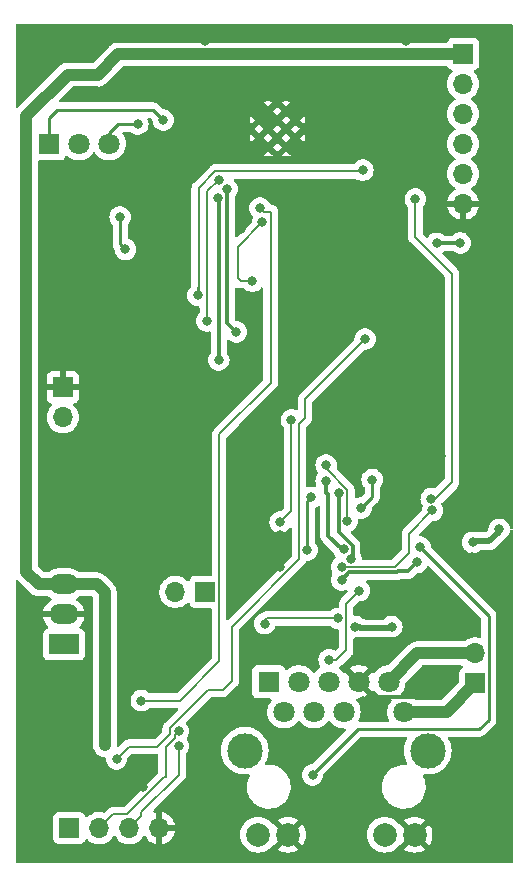
<source format=gbr>
%TF.GenerationSoftware,KiCad,Pcbnew,7.0.0-da2b9df05c~171~ubuntu22.10.1*%
%TF.CreationDate,2023-03-06T20:27:15+01:00*%
%TF.ProjectId,frakfurt_eth,6672616b-6675-4727-945f-6574682e6b69,rev?*%
%TF.SameCoordinates,Original*%
%TF.FileFunction,Copper,L2,Bot*%
%TF.FilePolarity,Positive*%
%FSLAX46Y46*%
G04 Gerber Fmt 4.6, Leading zero omitted, Abs format (unit mm)*
G04 Created by KiCad (PCBNEW 7.0.0-da2b9df05c~171~ubuntu22.10.1) date 2023-03-06 20:27:15*
%MOMM*%
%LPD*%
G01*
G04 APERTURE LIST*
%TA.AperFunction,ComponentPad*%
%ADD10R,1.700000X1.700000*%
%TD*%
%TA.AperFunction,ComponentPad*%
%ADD11O,1.700000X1.700000*%
%TD*%
%TA.AperFunction,ComponentPad*%
%ADD12R,1.800000X1.800000*%
%TD*%
%TA.AperFunction,ComponentPad*%
%ADD13C,1.800000*%
%TD*%
%TA.AperFunction,ComponentPad*%
%ADD14C,2.000000*%
%TD*%
%TA.AperFunction,ComponentPad*%
%ADD15C,3.000000*%
%TD*%
%TA.AperFunction,HeatsinkPad*%
%ADD16C,0.600000*%
%TD*%
%TA.AperFunction,ComponentPad*%
%ADD17R,2.500000X1.700000*%
%TD*%
%TA.AperFunction,ComponentPad*%
%ADD18O,2.500000X1.700000*%
%TD*%
%TA.AperFunction,ViaPad*%
%ADD19C,0.800000*%
%TD*%
%TA.AperFunction,Conductor*%
%ADD20C,0.300000*%
%TD*%
%TA.AperFunction,Conductor*%
%ADD21C,0.250000*%
%TD*%
%TA.AperFunction,Conductor*%
%ADD22C,1.000000*%
%TD*%
%TA.AperFunction,Conductor*%
%ADD23C,0.200000*%
%TD*%
%TA.AperFunction,Conductor*%
%ADD24C,0.500000*%
%TD*%
G04 APERTURE END LIST*
D10*
%TO.P,J6,1,Pin_1*%
%TO.N,GND*%
X97999999Y-81724999D03*
D11*
%TO.P,J6,2,Pin_2*%
%TO.N,VBUS*%
X97999999Y-84264999D03*
%TD*%
D10*
%TO.P,J3,1,Pin_1*%
%TO.N,/VIN-*%
X132899999Y-106799999D03*
D11*
%TO.P,J3,2,Pin_2*%
%TO.N,/VIN+*%
X132899999Y-104259999D03*
%TD*%
D12*
%TO.P,J1,1,TD+*%
%TO.N,/TX+*%
X115449999Y-106659999D03*
D13*
%TO.P,J1,2,TD-*%
%TO.N,/TX-*%
X116720000Y-109200000D03*
%TO.P,J1,3,RD+*%
%TO.N,/RX+*%
X117990000Y-106660000D03*
%TO.P,J1,4,CT*%
%TO.N,Net-(J1-CT-Pad4)*%
X119260000Y-109200000D03*
%TO.P,J1,5,CT*%
X120530000Y-106660000D03*
%TO.P,J1,6,RD-*%
%TO.N,/RX-*%
X121800000Y-109200000D03*
%TO.P,J1,7,7*%
%TO.N,GND*%
X123070000Y-106660000D03*
%TO.P,J1,9,V+*%
%TO.N,/VIN+*%
X125610000Y-106660000D03*
%TO.P,J1,10,V-*%
%TO.N,/VIN-*%
X126880000Y-109200000D03*
D14*
%TO.P,J1,11,LLED+*%
%TO.N,Net-(D5-A)*%
X114530000Y-119610000D03*
%TO.P,J1,12,LLED-*%
%TO.N,GND*%
X117070000Y-119610000D03*
%TO.P,J1,13,RLED+*%
%TO.N,Net-(D6-A)*%
X125250000Y-119610000D03*
%TO.P,J1,14,RLED-*%
%TO.N,GND*%
X127790000Y-119610000D03*
D15*
%TO.P,J1,15,SHIELD*%
%TO.N,unconnected-(J1-SHIELD-Pad15)*%
X128910000Y-112500000D03*
X113410000Y-112500000D03*
%TD*%
D16*
%TO.P,U2,39,GND*%
%TO.N,GND*%
X114635000Y-59087500D03*
X114635000Y-60612500D03*
X115397500Y-58325000D03*
X115397500Y-59850000D03*
X115397500Y-61375000D03*
X116160000Y-59087500D03*
X116160000Y-60612500D03*
X116922500Y-58325000D03*
X116922500Y-59850000D03*
X116922500Y-61375000D03*
X117685000Y-59087500D03*
X117685000Y-60612500D03*
%TD*%
D10*
%TO.P,J4,1,Pin_1*%
%TO.N,VBUS*%
X98549999Y-119049999D03*
D11*
%TO.P,J4,2,Pin_2*%
%TO.N,/CANH*%
X101089999Y-119049999D03*
%TO.P,J4,3,Pin_3*%
%TO.N,/CANL*%
X103629999Y-119049999D03*
%TO.P,J4,4,Pin_4*%
%TO.N,GND*%
X106169999Y-119049999D03*
%TD*%
D10*
%TO.P,J2,1,Pin_1*%
%TO.N,+3V3*%
X131899999Y-53499999D03*
D11*
%TO.P,J2,2,Pin_2*%
%TO.N,/EN*%
X131899999Y-56039999D03*
%TO.P,J2,3,Pin_3*%
%TO.N,/BOOT0*%
X131899999Y-58579999D03*
%TO.P,J2,4,Pin_4*%
%TO.N,/TX*%
X131899999Y-61119999D03*
%TO.P,J2,5,Pin_5*%
%TO.N,/RX*%
X131899999Y-63659999D03*
%TO.P,J2,6,Pin_6*%
%TO.N,GND*%
X131899999Y-66199999D03*
%TD*%
D12*
%TO.P,D1,1,K1*%
%TO.N,/LEDA*%
X96849999Y-61099999D03*
D13*
%TO.P,D1,2,A*%
%TO.N,Net-(D1-A)*%
X99390000Y-61100000D03*
%TO.P,D1,3,K2*%
%TO.N,/LEDB*%
X101930000Y-61100000D03*
%TD*%
D17*
%TO.P,U5,1,IN*%
%TO.N,Net-(D3-K)*%
X98092499Y-103497499D03*
D18*
%TO.P,U5,2,GND*%
%TO.N,GND*%
X98092499Y-100957499D03*
%TO.P,U5,3,OUT*%
%TO.N,+3V3*%
X98092499Y-98417499D03*
%TD*%
D10*
%TO.P,J5,1,Pin_1*%
%TO.N,Net-(J5-Pin_1)*%
X110074999Y-99049999D03*
D11*
%TO.P,J5,2,Pin_2*%
%TO.N,/CANH*%
X107534999Y-99049999D03*
%TD*%
D19*
%TO.N,GND*%
X128500000Y-107750000D03*
X123450000Y-108250000D03*
%TO.N,/PHY_L2*%
X119150000Y-114550000D03*
%TO.N,GND*%
X122800000Y-114850000D03*
X121350000Y-119750000D03*
X132900000Y-120200000D03*
X127100000Y-52450000D03*
X116400000Y-94200000D03*
X117750000Y-61450000D03*
X125600000Y-86100000D03*
X110000000Y-52450000D03*
X132650000Y-96100000D03*
X121000000Y-74350000D03*
X135000000Y-52150000D03*
X127850000Y-62850000D03*
X114600000Y-61400000D03*
X107350000Y-74500000D03*
X106000000Y-110350000D03*
X121900000Y-66250000D03*
X115400000Y-59100000D03*
X132650000Y-97850000D03*
X116200000Y-112250000D03*
X104750000Y-115600000D03*
X116350000Y-96950000D03*
X118450000Y-99100000D03*
X112150000Y-118400000D03*
X125400000Y-94550000D03*
X101500000Y-52150000D03*
X109950000Y-104300000D03*
X100650000Y-93400000D03*
X101950000Y-90850000D03*
X113100000Y-68350000D03*
X117750000Y-58300000D03*
X114650000Y-58300000D03*
X130950000Y-68050000D03*
X105700000Y-71000000D03*
X130050000Y-87550000D03*
%TO.N,+3V3*%
X124200000Y-89550000D03*
X123273470Y-91934484D03*
X101550000Y-112000000D03*
X100850000Y-55250000D03*
X132700000Y-94850000D03*
X134950000Y-93750000D03*
%TO.N,/PHY_RST*%
X118700000Y-95500000D03*
X119050000Y-91050000D03*
%TO.N,/TX+*%
X115100000Y-101750000D03*
X121300000Y-101300000D03*
%TO.N,/TX-*%
X123100000Y-98950000D03*
X120550000Y-104800000D03*
%TO.N,/PHY_L2*%
X128250000Y-95250000D03*
%TO.N,/BOOT0*%
X129650000Y-69550000D03*
X131650000Y-69500000D03*
%TO.N,Net-(U3-CRS_DV{slash}MODE2)*%
X102850000Y-67300000D03*
X103300000Y-70050000D03*
%TO.N,/PHY_INT*%
X117350000Y-84500000D03*
X116400000Y-93150000D03*
%TO.N,/LEDB*%
X104350000Y-59450000D03*
%TO.N,/PHY_RXER*%
X114050000Y-72750000D03*
X114900000Y-67750000D03*
%TO.N,/ETH_CLK*%
X129200000Y-91150000D03*
X127850000Y-65800000D03*
%TO.N,/ETH_MDIO*%
X109450000Y-73950000D03*
X123400000Y-63350000D03*
%TO.N,/ETH_TXD0*%
X111206861Y-79425095D03*
X121782456Y-95449500D03*
X111162647Y-65674053D03*
X120300000Y-89650000D03*
%TO.N,/ETH_TXEN*%
X129300000Y-92150000D03*
X121600000Y-96950000D03*
%TO.N,/ETH_TXD1*%
X121350000Y-90650000D03*
X112700000Y-77050000D03*
X122392948Y-96240894D03*
X111900000Y-64950000D03*
%TO.N,/ETH_MDC*%
X110200000Y-76105469D03*
X122099500Y-93050500D03*
X111200000Y-64150000D03*
X120300000Y-88300000D03*
%TO.N,/CANL*%
X107800000Y-112100000D03*
%TO.N,/CANH*%
X107800000Y-110850000D03*
%TO.N,/txcan*%
X114700000Y-66550000D03*
X104650000Y-108250000D03*
%TO.N,/rxcan*%
X123600000Y-77650000D03*
X102550000Y-113200000D03*
%TO.N,Net-(U3-VDD1A)*%
X128000000Y-96550000D03*
X121600000Y-98050000D03*
%TO.N,/LEDA*%
X106500000Y-59100000D03*
%TO.N,Net-(J1-CT-Pad4)*%
X122764997Y-101989983D03*
X125850000Y-102000000D03*
%TD*%
D20*
%TO.N,GND*%
X123450000Y-108250000D02*
X123750000Y-107950000D01*
X123750000Y-107950000D02*
X128300000Y-107950000D01*
X128300000Y-107950000D02*
X128500000Y-107750000D01*
D21*
%TO.N,/PHY_L2*%
X133275000Y-110675000D02*
X123118072Y-110675000D01*
X134075000Y-109875000D02*
X133275000Y-110675000D01*
X119150000Y-114500000D02*
X119150000Y-114550000D01*
X122975000Y-110675000D02*
X119150000Y-114500000D01*
X134075000Y-101075000D02*
X134075000Y-109875000D01*
X129825000Y-96825000D02*
X134075000Y-101075000D01*
X123118072Y-110675000D02*
X122975000Y-110675000D01*
D22*
%TO.N,/VIN+*%
X125610000Y-106660000D02*
X128010000Y-104260000D01*
X128010000Y-104260000D02*
X132900000Y-104260000D01*
%TO.N,/VIN-*%
X126880000Y-109200000D02*
X130500000Y-109200000D01*
X130500000Y-109200000D02*
X132900000Y-106800000D01*
D23*
%TO.N,/TX-*%
X121150000Y-104850000D02*
X121100000Y-104800000D01*
X121100000Y-104800000D02*
X120550000Y-104800000D01*
%TO.N,GND*%
X100650000Y-93400000D02*
X100600000Y-93400000D01*
D22*
%TO.N,+3V3*%
X94900000Y-97350000D02*
X95967500Y-98417500D01*
D24*
X134126551Y-94773449D02*
X132776551Y-94773449D01*
X134950000Y-93950000D02*
X134950000Y-93750000D01*
X132776551Y-94773449D02*
X132700000Y-94850000D01*
D21*
X124200000Y-91007954D02*
X123273470Y-91934484D01*
D22*
X98092500Y-98417500D02*
X100867500Y-98417500D01*
X101550000Y-99100000D02*
X101550000Y-112000000D01*
X131850000Y-53550000D02*
X102700000Y-53550000D01*
D21*
X124200000Y-91007954D02*
X124200000Y-89550000D01*
D22*
X98400000Y-55250000D02*
X94900000Y-58750000D01*
X94900000Y-58750000D02*
X94900000Y-97350000D01*
D24*
X134126551Y-94773449D02*
X134950000Y-93950000D01*
D22*
X101000000Y-55250000D02*
X98400000Y-55250000D01*
X100867500Y-98417500D02*
X101550000Y-99100000D01*
X102700000Y-53550000D02*
X101000000Y-55250000D01*
X131900000Y-53500000D02*
X131850000Y-53550000D01*
X95967500Y-98417500D02*
X98092500Y-98417500D01*
D21*
%TO.N,/PHY_RST*%
X119050000Y-91050000D02*
X118700000Y-91400000D01*
X118700000Y-91400000D02*
X118700000Y-95500000D01*
D23*
%TO.N,/TX+*%
X115300000Y-101300000D02*
X121000000Y-101300000D01*
X115300000Y-101300000D02*
X115050000Y-101550000D01*
%TO.N,/TX-*%
X121150000Y-104850000D02*
X122000000Y-104000000D01*
X122000000Y-104000000D02*
X122000000Y-100050000D01*
X122000000Y-100050000D02*
X123100000Y-98950000D01*
D21*
%TO.N,/PHY_L2*%
X128250000Y-95250000D02*
X129825000Y-96825000D01*
D20*
%TO.N,/BOOT0*%
X129650000Y-69550000D02*
X131900000Y-69550000D01*
D21*
%TO.N,Net-(U3-CRS_DV{slash}MODE2)*%
X102850000Y-69600000D02*
X102850000Y-67300000D01*
X103300000Y-70050000D02*
X102850000Y-69600000D01*
D23*
%TO.N,/PHY_INT*%
X117350000Y-92200000D02*
X116400000Y-93150000D01*
X117350000Y-84500000D02*
X117350000Y-92200000D01*
D21*
%TO.N,/LEDB*%
X104350000Y-59450000D02*
X102650000Y-59450000D01*
X102650000Y-59450000D02*
X101930000Y-60170000D01*
X101930000Y-60170000D02*
X101930000Y-61100000D01*
D23*
%TO.N,/PHY_RXER*%
X112800000Y-69850000D02*
X114900000Y-67750000D01*
X114050000Y-72750000D02*
X113050000Y-72750000D01*
X112800000Y-72500000D02*
X112800000Y-69850000D01*
X113050000Y-72750000D02*
X112800000Y-72500000D01*
%TO.N,/ETH_CLK*%
X127850000Y-69000000D02*
X127850000Y-65800000D01*
X130950000Y-89750000D02*
X130950000Y-72350000D01*
X130950000Y-72100000D02*
X127850000Y-69000000D01*
X130950000Y-72350000D02*
X130950000Y-72100000D01*
X129200000Y-91150000D02*
X129550000Y-91150000D01*
X129550000Y-91150000D02*
X130950000Y-89750000D01*
%TO.N,/ETH_MDIO*%
X110910256Y-63450499D02*
X123299501Y-63450499D01*
X109450000Y-73250000D02*
X109500000Y-73200000D01*
X123299501Y-63450499D02*
X123400000Y-63350000D01*
X109500000Y-73200000D02*
X109500000Y-64860755D01*
X109500000Y-64860755D02*
X110910256Y-63450499D01*
X109450000Y-73950000D02*
X109450000Y-73250000D01*
X109500000Y-73750000D02*
X109500000Y-73200000D01*
D20*
%TO.N,/ETH_TXD0*%
X120450000Y-94300000D02*
X120450000Y-90800000D01*
X111206861Y-65718267D02*
X111206861Y-79425095D01*
X120300000Y-89650000D02*
X120300000Y-90650000D01*
X121599500Y-95449500D02*
X120450000Y-94300000D01*
X120300000Y-90650000D02*
X120450000Y-90800000D01*
X111162647Y-65674053D02*
X111206861Y-65718267D01*
D23*
%TO.N,/ETH_TXEN*%
X127300000Y-95750000D02*
X126100000Y-96950000D01*
X129300000Y-92150000D02*
X127300000Y-94150000D01*
X126100000Y-96950000D02*
X121600000Y-96950000D01*
X127300000Y-94150000D02*
X127300000Y-95750000D01*
D20*
%TO.N,/ETH_TXD1*%
X122532456Y-95138839D02*
X122532456Y-96101386D01*
X111923969Y-64973969D02*
X111923969Y-76244939D01*
X111923969Y-76244939D02*
X111923969Y-76273969D01*
X111923969Y-76273969D02*
X112700000Y-77050000D01*
X122532456Y-96101386D02*
X122392948Y-96240894D01*
X111900000Y-64950000D02*
X111923969Y-64973969D01*
X121350000Y-93956383D02*
X122532456Y-95138839D01*
X122533349Y-96100493D02*
X122392948Y-96240894D01*
X121350000Y-90650000D02*
X121350000Y-93956383D01*
D23*
%TO.N,/ETH_MDC*%
X110200000Y-65150000D02*
X110200000Y-76105469D01*
X122099500Y-90409550D02*
X120439950Y-88750000D01*
X122099500Y-93050500D02*
X122099500Y-90409550D01*
X111200000Y-64150000D02*
X110200000Y-65150000D01*
X120439950Y-88750000D02*
X120439950Y-88439950D01*
X120439950Y-88439950D02*
X120300000Y-88300000D01*
%TO.N,/CANL*%
X107800000Y-114550000D02*
X104650000Y-117700000D01*
X107800000Y-112100000D02*
X107800000Y-114550000D01*
X104650000Y-117700000D02*
X104650000Y-118030000D01*
X104650000Y-118030000D02*
X103630000Y-119050000D01*
%TO.N,/CANH*%
X107510050Y-111400000D02*
X107510050Y-111139950D01*
X102240000Y-117900000D02*
X101090000Y-119050000D01*
X106711497Y-112198553D02*
X107510050Y-111400000D01*
X106711497Y-114742157D02*
X106597793Y-114742157D01*
X106711497Y-114742157D02*
X106711497Y-112198553D01*
X107510050Y-111139950D02*
X107800000Y-110850000D01*
X106597793Y-114742157D02*
X103439950Y-117900000D01*
X103439950Y-117900000D02*
X102240000Y-117900000D01*
%TO.N,/txcan*%
X115600000Y-81350000D02*
X115600000Y-66850000D01*
X111225000Y-85725000D02*
X111225000Y-104925000D01*
X111225000Y-85725000D02*
X115600000Y-81350000D01*
X107900000Y-108250000D02*
X104650000Y-108250000D01*
X111225000Y-104925000D02*
X107900000Y-108250000D01*
X115600000Y-66850000D02*
X115000000Y-66850000D01*
X115000000Y-66850000D02*
X114700000Y-66550000D01*
%TO.N,/rxcan*%
X106000000Y-112150000D02*
X107050000Y-111100000D01*
X118000000Y-96289950D02*
X118000000Y-84839950D01*
X107050000Y-111100000D02*
X107050000Y-110600000D01*
X110300000Y-107350000D02*
X111539950Y-107350000D01*
X112300000Y-106589950D02*
X112300000Y-101989950D01*
X103600000Y-112150000D02*
X106000000Y-112150000D01*
X107050000Y-110600000D02*
X110300000Y-107350000D01*
X112300000Y-101989950D02*
X118000000Y-96289950D01*
X111539950Y-107350000D02*
X112300000Y-106589950D01*
X118525000Y-84314950D02*
X118525000Y-82725000D01*
X102550000Y-113200000D02*
X103600000Y-112150000D01*
X118525000Y-82725000D02*
X123600000Y-77650000D01*
X118000000Y-84839950D02*
X118525000Y-84314950D01*
D20*
%TO.N,Net-(U3-VDD1A)*%
X126286193Y-97399511D02*
X125913806Y-97399510D01*
X127250489Y-97299511D02*
X126386193Y-97299511D01*
X122250489Y-97399511D02*
X121600000Y-98050000D01*
X128000000Y-96550000D02*
X127250489Y-97299511D01*
X126386193Y-97299511D02*
X126286193Y-97399511D01*
X125913806Y-97399510D02*
X122250489Y-97399511D01*
D21*
%TO.N,/LEDA*%
X96850000Y-61100000D02*
X96850000Y-58950000D01*
X96850000Y-58950000D02*
X97550000Y-58250000D01*
X97550000Y-58250000D02*
X105650000Y-58250000D01*
X105650000Y-58250000D02*
X106500000Y-59100000D01*
D24*
%TO.N,Net-(J1-CT-Pad4)*%
X123250000Y-102150000D02*
X123089983Y-101989983D01*
X125850000Y-102000000D02*
X125700000Y-102150000D01*
X123089983Y-101989983D02*
X122764997Y-101989983D01*
X125700000Y-102150000D02*
X123250000Y-102150000D01*
%TD*%
%TA.AperFunction,Conductor*%
%TO.N,GND*%
G36*
X136036500Y-50976881D02*
G01*
X136082619Y-51023000D01*
X136099500Y-51086000D01*
X136099500Y-93591125D01*
X136083702Y-93652211D01*
X136040270Y-93697979D01*
X135980094Y-93716952D01*
X135918265Y-93704373D01*
X135870287Y-93663396D01*
X135848190Y-93604296D01*
X135847098Y-93593909D01*
X135843542Y-93560072D01*
X135798698Y-93422056D01*
X135786569Y-93384728D01*
X135786568Y-93384726D01*
X135784527Y-93378444D01*
X135689040Y-93213056D01*
X135561253Y-93071134D01*
X135555911Y-93067253D01*
X135555908Y-93067250D01*
X135428727Y-92974848D01*
X135406752Y-92958882D01*
X135232288Y-92881206D01*
X135225835Y-92879834D01*
X135225831Y-92879833D01*
X135051943Y-92842872D01*
X135051940Y-92842871D01*
X135045487Y-92841500D01*
X134854513Y-92841500D01*
X134848060Y-92842871D01*
X134848056Y-92842872D01*
X134674168Y-92879833D01*
X134674161Y-92879835D01*
X134667712Y-92881206D01*
X134661682Y-92883890D01*
X134661681Y-92883891D01*
X134499278Y-92956197D01*
X134499275Y-92956198D01*
X134493248Y-92958882D01*
X134487907Y-92962762D01*
X134487906Y-92962763D01*
X134344091Y-93067250D01*
X134344083Y-93067256D01*
X134338747Y-93071134D01*
X134334330Y-93076039D01*
X134334325Y-93076044D01*
X134215379Y-93208148D01*
X134210960Y-93213056D01*
X134207661Y-93218769D01*
X134207658Y-93218774D01*
X134141500Y-93333364D01*
X134115473Y-93378444D01*
X134113434Y-93384718D01*
X134113430Y-93384728D01*
X134058497Y-93553794D01*
X134058495Y-93553801D01*
X134056458Y-93560072D01*
X134055768Y-93566633D01*
X134055768Y-93566635D01*
X134036496Y-93750000D01*
X134034822Y-93749824D01*
X134027595Y-93786159D01*
X134000282Y-93827036D01*
X133849275Y-93978044D01*
X133808397Y-94005358D01*
X133760179Y-94014949D01*
X133084859Y-94014949D01*
X133033610Y-94004056D01*
X133004620Y-93991149D01*
X132982288Y-93981206D01*
X132975835Y-93979834D01*
X132975831Y-93979833D01*
X132801943Y-93942872D01*
X132801940Y-93942871D01*
X132795487Y-93941500D01*
X132604513Y-93941500D01*
X132598060Y-93942871D01*
X132598056Y-93942872D01*
X132424168Y-93979833D01*
X132424161Y-93979835D01*
X132417712Y-93981206D01*
X132411682Y-93983890D01*
X132411681Y-93983891D01*
X132249278Y-94056197D01*
X132249275Y-94056198D01*
X132243248Y-94058882D01*
X132237907Y-94062762D01*
X132237906Y-94062763D01*
X132094091Y-94167250D01*
X132094083Y-94167256D01*
X132088747Y-94171134D01*
X132084330Y-94176039D01*
X132084325Y-94176044D01*
X131984471Y-94286944D01*
X131960960Y-94313056D01*
X131957661Y-94318769D01*
X131957658Y-94318774D01*
X131868777Y-94472721D01*
X131865473Y-94478444D01*
X131863434Y-94484718D01*
X131863430Y-94484728D01*
X131808497Y-94653794D01*
X131808495Y-94653801D01*
X131806458Y-94660072D01*
X131805768Y-94666633D01*
X131805768Y-94666635D01*
X131797223Y-94747941D01*
X131786496Y-94850000D01*
X131787186Y-94856565D01*
X131798979Y-94968774D01*
X131806458Y-95039928D01*
X131808495Y-95046200D01*
X131808497Y-95046205D01*
X131863430Y-95215271D01*
X131863433Y-95215278D01*
X131865473Y-95221556D01*
X131911898Y-95301966D01*
X131954832Y-95376331D01*
X131960960Y-95386944D01*
X132088747Y-95528866D01*
X132094089Y-95532747D01*
X132094091Y-95532749D01*
X132099653Y-95536790D01*
X132243248Y-95641118D01*
X132417712Y-95718794D01*
X132604513Y-95758500D01*
X132788884Y-95758500D01*
X132795487Y-95758500D01*
X132982288Y-95718794D01*
X133156752Y-95641118D01*
X133273888Y-95556013D01*
X133309014Y-95538116D01*
X133347950Y-95531949D01*
X134062109Y-95531949D01*
X134080371Y-95533279D01*
X134104340Y-95536790D01*
X134154197Y-95532427D01*
X134165179Y-95531949D01*
X134167064Y-95531949D01*
X134170731Y-95531949D01*
X134201851Y-95528310D01*
X134205454Y-95527942D01*
X134280977Y-95521336D01*
X134287944Y-95519027D01*
X134291248Y-95518345D01*
X134291671Y-95518276D01*
X134292103Y-95518154D01*
X134295364Y-95517381D01*
X134302664Y-95516528D01*
X134373971Y-95490573D01*
X134377320Y-95489410D01*
X134449289Y-95465563D01*
X134455540Y-95461706D01*
X134458576Y-95460291D01*
X134458994Y-95460117D01*
X134459381Y-95459902D01*
X134462378Y-95458396D01*
X134469283Y-95455884D01*
X134532690Y-95414178D01*
X134535648Y-95412294D01*
X134600202Y-95372479D01*
X134605396Y-95367283D01*
X134608023Y-95365207D01*
X134608388Y-95364943D01*
X134608716Y-95364643D01*
X134611283Y-95362488D01*
X134617425Y-95358450D01*
X134669513Y-95303238D01*
X134671999Y-95300680D01*
X135440778Y-94531901D01*
X135454623Y-94519937D01*
X135474058Y-94505469D01*
X135492596Y-94483374D01*
X135515052Y-94462431D01*
X135561253Y-94428866D01*
X135689040Y-94286944D01*
X135784527Y-94121556D01*
X135843542Y-93939928D01*
X135848190Y-93895703D01*
X135870287Y-93836604D01*
X135918265Y-93795627D01*
X135980094Y-93783048D01*
X136040270Y-93802021D01*
X136083702Y-93847789D01*
X136099500Y-93908875D01*
X136099500Y-121873500D01*
X136082619Y-121936500D01*
X136036500Y-121982619D01*
X135973500Y-121999500D01*
X94126500Y-121999500D01*
X94063500Y-121982619D01*
X94017381Y-121936500D01*
X94000500Y-121873500D01*
X94000500Y-104396138D01*
X96334000Y-104396138D01*
X96334359Y-104399485D01*
X96334360Y-104399488D01*
X96339668Y-104448867D01*
X96339669Y-104448873D01*
X96340511Y-104456701D01*
X96343262Y-104464078D01*
X96343263Y-104464080D01*
X96388462Y-104585263D01*
X96388464Y-104585266D01*
X96391611Y-104593704D01*
X96397008Y-104600914D01*
X96397010Y-104600917D01*
X96473840Y-104703549D01*
X96479239Y-104710761D01*
X96596296Y-104798389D01*
X96733299Y-104849489D01*
X96793862Y-104856000D01*
X99387769Y-104856000D01*
X99391138Y-104856000D01*
X99451701Y-104849489D01*
X99588704Y-104798389D01*
X99705761Y-104710761D01*
X99793389Y-104593704D01*
X99844489Y-104456701D01*
X99851000Y-104396138D01*
X99851000Y-102598862D01*
X99844489Y-102538299D01*
X99793389Y-102401296D01*
X99775409Y-102377278D01*
X99711159Y-102291450D01*
X99705761Y-102284239D01*
X99688744Y-102271500D01*
X99595917Y-102202010D01*
X99595914Y-102202008D01*
X99588704Y-102196611D01*
X99580266Y-102193464D01*
X99580263Y-102193462D01*
X99469763Y-102152248D01*
X99418135Y-102116198D01*
X99390398Y-102059666D01*
X99393481Y-101996773D01*
X99426612Y-101943225D01*
X99511735Y-101861641D01*
X99518785Y-101853631D01*
X99649868Y-101676396D01*
X99655471Y-101667296D01*
X99754719Y-101470448D01*
X99758696Y-101460553D01*
X99823251Y-101249757D01*
X99825499Y-101239327D01*
X99826783Y-101229304D01*
X99824604Y-101215424D01*
X99811112Y-101211500D01*
X96372161Y-101211500D01*
X96361151Y-101213995D01*
X96361031Y-101225283D01*
X96388202Y-101351355D01*
X96391328Y-101361561D01*
X96473524Y-101566117D01*
X96478329Y-101575646D01*
X96593917Y-101763374D01*
X96600263Y-101771954D01*
X96745909Y-101937438D01*
X96753753Y-101944956D01*
X96786883Y-101998504D01*
X96789965Y-102061397D01*
X96762228Y-102117927D01*
X96710600Y-102153976D01*
X96604742Y-102193459D01*
X96604731Y-102193464D01*
X96596296Y-102196611D01*
X96589088Y-102202006D01*
X96589082Y-102202010D01*
X96486450Y-102278840D01*
X96486446Y-102278843D01*
X96479239Y-102284239D01*
X96473843Y-102291446D01*
X96473840Y-102291450D01*
X96397010Y-102394082D01*
X96397006Y-102394088D01*
X96391611Y-102401296D01*
X96388465Y-102409730D01*
X96388462Y-102409736D01*
X96343263Y-102530919D01*
X96343261Y-102530923D01*
X96340511Y-102538299D01*
X96339669Y-102546125D01*
X96339668Y-102546132D01*
X96334360Y-102595511D01*
X96334000Y-102598862D01*
X96334000Y-104396138D01*
X94000500Y-104396138D01*
X94000500Y-98182843D01*
X94020049Y-98115433D01*
X94072629Y-98068940D01*
X94141925Y-98057791D01*
X94206432Y-98085443D01*
X94217146Y-98094236D01*
X94226298Y-98102532D01*
X95214962Y-99091196D01*
X95223266Y-99100357D01*
X95250932Y-99134068D01*
X95404496Y-99260095D01*
X95513338Y-99318272D01*
X95579696Y-99353741D01*
X95769799Y-99411409D01*
X95967500Y-99430880D01*
X95973663Y-99430273D01*
X95973664Y-99430273D01*
X96010888Y-99426607D01*
X96023237Y-99426000D01*
X96734525Y-99426000D01*
X96776501Y-99433197D01*
X96813681Y-99453968D01*
X96897574Y-99521706D01*
X96929024Y-99547100D01*
X96933698Y-99549711D01*
X96983120Y-99577320D01*
X97028963Y-99621257D01*
X97047557Y-99681972D01*
X97034180Y-99744045D01*
X96992228Y-99791712D01*
X96840732Y-99894106D01*
X96832422Y-99900816D01*
X96673270Y-100053351D01*
X96666214Y-100061368D01*
X96535131Y-100238603D01*
X96529528Y-100247703D01*
X96430280Y-100444551D01*
X96426303Y-100454446D01*
X96361748Y-100665242D01*
X96359500Y-100675672D01*
X96358216Y-100685695D01*
X96360395Y-100699575D01*
X96373888Y-100703500D01*
X99812839Y-100703500D01*
X99823848Y-100701004D01*
X99823968Y-100689716D01*
X99796797Y-100563644D01*
X99793671Y-100553438D01*
X99711475Y-100348882D01*
X99706670Y-100339353D01*
X99591082Y-100151625D01*
X99584736Y-100143045D01*
X99439090Y-99977561D01*
X99431382Y-99970173D01*
X99259860Y-99831679D01*
X99251026Y-99825708D01*
X99201902Y-99798266D01*
X99156059Y-99754329D01*
X99137466Y-99693613D01*
X99150843Y-99631540D01*
X99192793Y-99583875D01*
X99349023Y-99478283D01*
X99367022Y-99461031D01*
X99407224Y-99435086D01*
X99454204Y-99426000D01*
X100397576Y-99426000D01*
X100445794Y-99435591D01*
X100486671Y-99462905D01*
X100504595Y-99480829D01*
X100531909Y-99521706D01*
X100541500Y-99569924D01*
X100541500Y-112049547D01*
X100541802Y-112052619D01*
X100541803Y-112052627D01*
X100555484Y-112191538D01*
X100555485Y-112191547D01*
X100556092Y-112197701D01*
X100557887Y-112203619D01*
X100557888Y-112203623D01*
X100585973Y-112296205D01*
X100613759Y-112387804D01*
X100707405Y-112563004D01*
X100833432Y-112716568D01*
X100986996Y-112842595D01*
X101162196Y-112936241D01*
X101352299Y-112993908D01*
X101528807Y-113011292D01*
X101590071Y-113034426D01*
X101631450Y-113085184D01*
X101641766Y-113149854D01*
X101641532Y-113152081D01*
X101636496Y-113200000D01*
X101656458Y-113389928D01*
X101658495Y-113396200D01*
X101658497Y-113396205D01*
X101713430Y-113565271D01*
X101713433Y-113565278D01*
X101715473Y-113571556D01*
X101810960Y-113736944D01*
X101938747Y-113878866D01*
X102093248Y-113991118D01*
X102267712Y-114068794D01*
X102454513Y-114108500D01*
X102638884Y-114108500D01*
X102645487Y-114108500D01*
X102832288Y-114068794D01*
X103006752Y-113991118D01*
X103161253Y-113878866D01*
X103289040Y-113736944D01*
X103384527Y-113571556D01*
X103443542Y-113389928D01*
X103463504Y-113200000D01*
X103463260Y-113197681D01*
X103472405Y-113151707D01*
X103499719Y-113110829D01*
X103815145Y-112795404D01*
X103856022Y-112768091D01*
X103904240Y-112758500D01*
X105951864Y-112758500D01*
X105968306Y-112759577D01*
X105989058Y-112762309D01*
X105993444Y-112762887D01*
X106049268Y-112784596D01*
X106088760Y-112829629D01*
X106102997Y-112887809D01*
X106102997Y-114324214D01*
X106093406Y-114372432D01*
X106066092Y-114413309D01*
X103224806Y-117254595D01*
X103183929Y-117281909D01*
X103135711Y-117291500D01*
X102288144Y-117291500D01*
X102271698Y-117290422D01*
X102248188Y-117287327D01*
X102240000Y-117286249D01*
X102231812Y-117287327D01*
X102089337Y-117306083D01*
X102089329Y-117306085D01*
X102081149Y-117307162D01*
X102073522Y-117310321D01*
X102073519Y-117310322D01*
X101940753Y-117365315D01*
X101940747Y-117365318D01*
X101933124Y-117368476D01*
X101838043Y-117441435D01*
X101837992Y-117441474D01*
X101838042Y-117441435D01*
X101837973Y-117441488D01*
X101837925Y-117441525D01*
X101812559Y-117460989D01*
X101812555Y-117460992D01*
X101806013Y-117466013D01*
X101800992Y-117472555D01*
X101800989Y-117472559D01*
X101786545Y-117491382D01*
X101775681Y-117503768D01*
X101574243Y-117705206D01*
X101513551Y-117738868D01*
X101444241Y-117735286D01*
X101429565Y-117730248D01*
X101429560Y-117730246D01*
X101424635Y-117728556D01*
X101419498Y-117727698D01*
X101419495Y-117727698D01*
X101207706Y-117692357D01*
X101207703Y-117692356D01*
X101202569Y-117691500D01*
X100977431Y-117691500D01*
X100972297Y-117692356D01*
X100972293Y-117692357D01*
X100760504Y-117727698D01*
X100760498Y-117727699D01*
X100755365Y-117728556D01*
X100750443Y-117730245D01*
X100750434Y-117730248D01*
X100547357Y-117799964D01*
X100547344Y-117799969D01*
X100542426Y-117801658D01*
X100537847Y-117804135D01*
X100537840Y-117804139D01*
X100349005Y-117906331D01*
X100348997Y-117906336D01*
X100344424Y-117908811D01*
X100340313Y-117912010D01*
X100340311Y-117912012D01*
X100170878Y-118043888D01*
X100170872Y-118043893D01*
X100166760Y-118047094D01*
X100163237Y-118050920D01*
X100163226Y-118050931D01*
X100105754Y-118113362D01*
X100052281Y-118147761D01*
X99988820Y-118151671D01*
X99931530Y-118124095D01*
X99894998Y-118072056D01*
X99894186Y-118069880D01*
X99850889Y-117953796D01*
X99819923Y-117912431D01*
X99768659Y-117843950D01*
X99763261Y-117836739D01*
X99756049Y-117831340D01*
X99653417Y-117754510D01*
X99653414Y-117754508D01*
X99646204Y-117749111D01*
X99637766Y-117745964D01*
X99637763Y-117745962D01*
X99516580Y-117700763D01*
X99516578Y-117700762D01*
X99509201Y-117698011D01*
X99501373Y-117697169D01*
X99501367Y-117697168D01*
X99451988Y-117691860D01*
X99451985Y-117691859D01*
X99448638Y-117691500D01*
X97651362Y-117691500D01*
X97648015Y-117691859D01*
X97648011Y-117691860D01*
X97598632Y-117697168D01*
X97598625Y-117697169D01*
X97590799Y-117698011D01*
X97583423Y-117700761D01*
X97583419Y-117700763D01*
X97462236Y-117745962D01*
X97462230Y-117745965D01*
X97453796Y-117749111D01*
X97446588Y-117754506D01*
X97446582Y-117754510D01*
X97343950Y-117831340D01*
X97343946Y-117831343D01*
X97336739Y-117836739D01*
X97331343Y-117843946D01*
X97331340Y-117843950D01*
X97254510Y-117946582D01*
X97254506Y-117946588D01*
X97249111Y-117953796D01*
X97245965Y-117962230D01*
X97245962Y-117962236D01*
X97200763Y-118083419D01*
X97200761Y-118083423D01*
X97198011Y-118090799D01*
X97197169Y-118098625D01*
X97197168Y-118098632D01*
X97194431Y-118124095D01*
X97191500Y-118151362D01*
X97191500Y-119948638D01*
X97191859Y-119951985D01*
X97191860Y-119951988D01*
X97197168Y-120001367D01*
X97197169Y-120001373D01*
X97198011Y-120009201D01*
X97200762Y-120016578D01*
X97200763Y-120016580D01*
X97245962Y-120137763D01*
X97245964Y-120137766D01*
X97249111Y-120146204D01*
X97254508Y-120153414D01*
X97254510Y-120153417D01*
X97280389Y-120187987D01*
X97336739Y-120263261D01*
X97343950Y-120268659D01*
X97379671Y-120295400D01*
X97453796Y-120350889D01*
X97590799Y-120401989D01*
X97651362Y-120408500D01*
X99445269Y-120408500D01*
X99448638Y-120408500D01*
X99509201Y-120401989D01*
X99646204Y-120350889D01*
X99763261Y-120263261D01*
X99850889Y-120146204D01*
X99894998Y-120027943D01*
X99931530Y-119975904D01*
X99988820Y-119948328D01*
X100052282Y-119952238D01*
X100105755Y-119986638D01*
X100126526Y-120009201D01*
X100166760Y-120052906D01*
X100344424Y-120191189D01*
X100542426Y-120298342D01*
X100547355Y-120300034D01*
X100547357Y-120300035D01*
X100648895Y-120334892D01*
X100755365Y-120371444D01*
X100977431Y-120408500D01*
X101197358Y-120408500D01*
X101202569Y-120408500D01*
X101424635Y-120371444D01*
X101637574Y-120298342D01*
X101835576Y-120191189D01*
X102013240Y-120052906D01*
X102165722Y-119887268D01*
X102254518Y-119751354D01*
X102300030Y-119709457D01*
X102360000Y-119694271D01*
X102419970Y-119709457D01*
X102465481Y-119751354D01*
X102554278Y-119887268D01*
X102557806Y-119891100D01*
X102703227Y-120049069D01*
X102703231Y-120049073D01*
X102706760Y-120052906D01*
X102884424Y-120191189D01*
X103082426Y-120298342D01*
X103087355Y-120300034D01*
X103087357Y-120300035D01*
X103188895Y-120334892D01*
X103295365Y-120371444D01*
X103517431Y-120408500D01*
X103737358Y-120408500D01*
X103742569Y-120408500D01*
X103964635Y-120371444D01*
X104177574Y-120298342D01*
X104375576Y-120191189D01*
X104553240Y-120052906D01*
X104705722Y-119887268D01*
X104794817Y-119750896D01*
X104840328Y-119709001D01*
X104900297Y-119693814D01*
X104960267Y-119709000D01*
X105005781Y-119750898D01*
X105091822Y-119882592D01*
X105098210Y-119890799D01*
X105243567Y-120048700D01*
X105251211Y-120055737D01*
X105420588Y-120187568D01*
X105429281Y-120193247D01*
X105618042Y-120295400D01*
X105627559Y-120299575D01*
X105830557Y-120369264D01*
X105840627Y-120371814D01*
X105902461Y-120382132D01*
X105913598Y-120381556D01*
X105916000Y-120370664D01*
X106424000Y-120370664D01*
X106426401Y-120381556D01*
X106437538Y-120382132D01*
X106499372Y-120371814D01*
X106509442Y-120369264D01*
X106712440Y-120299575D01*
X106721957Y-120295400D01*
X106910718Y-120193247D01*
X106919411Y-120187568D01*
X107088788Y-120055737D01*
X107096432Y-120048700D01*
X107241789Y-119890799D01*
X107248177Y-119882593D01*
X107365568Y-119702913D01*
X107370511Y-119693778D01*
X107407260Y-119610000D01*
X113016835Y-119610000D01*
X113017223Y-119614930D01*
X113035076Y-119841777D01*
X113035077Y-119841785D01*
X113035465Y-119846711D01*
X113036619Y-119851519D01*
X113036620Y-119851523D01*
X113089739Y-120072781D01*
X113089740Y-120072786D01*
X113090895Y-120077594D01*
X113181760Y-120296963D01*
X113305824Y-120499416D01*
X113460031Y-120679969D01*
X113640584Y-120834176D01*
X113843037Y-120958240D01*
X114062406Y-121049105D01*
X114293289Y-121104535D01*
X114530000Y-121123165D01*
X114766711Y-121104535D01*
X114997594Y-121049105D01*
X115216963Y-120958240D01*
X115405638Y-120842619D01*
X116200183Y-120842619D01*
X116208286Y-120850565D01*
X116379044Y-120955206D01*
X116387839Y-120959687D01*
X116597987Y-121046733D01*
X116607373Y-121049783D01*
X116828554Y-121102884D01*
X116838300Y-121104428D01*
X117065070Y-121122275D01*
X117074930Y-121122275D01*
X117301699Y-121104428D01*
X117311445Y-121102884D01*
X117532626Y-121049783D01*
X117542012Y-121046733D01*
X117752162Y-120959686D01*
X117760957Y-120955205D01*
X117931708Y-120850568D01*
X117939814Y-120842619D01*
X117933787Y-120832997D01*
X117081729Y-119980939D01*
X117069999Y-119974167D01*
X117058271Y-119980938D01*
X116206208Y-120833000D01*
X116200183Y-120842619D01*
X115405638Y-120842619D01*
X115419416Y-120834176D01*
X115599969Y-120679969D01*
X115730881Y-120526689D01*
X115767845Y-120497106D01*
X115813115Y-120483253D01*
X115835822Y-120480791D01*
X115846997Y-120473791D01*
X116699059Y-119621730D01*
X116705832Y-119609999D01*
X117434167Y-119609999D01*
X117440939Y-119621729D01*
X118292997Y-120473787D01*
X118302619Y-120479814D01*
X118310568Y-120471708D01*
X118415205Y-120300957D01*
X118419686Y-120292162D01*
X118506733Y-120082012D01*
X118509783Y-120072626D01*
X118562884Y-119851445D01*
X118564428Y-119841699D01*
X118582275Y-119614930D01*
X118582275Y-119610000D01*
X123736835Y-119610000D01*
X123737223Y-119614930D01*
X123755076Y-119841777D01*
X123755077Y-119841785D01*
X123755465Y-119846711D01*
X123756619Y-119851519D01*
X123756620Y-119851523D01*
X123809739Y-120072781D01*
X123809740Y-120072786D01*
X123810895Y-120077594D01*
X123901760Y-120296963D01*
X124025824Y-120499416D01*
X124180031Y-120679969D01*
X124360584Y-120834176D01*
X124563037Y-120958240D01*
X124782406Y-121049105D01*
X125013289Y-121104535D01*
X125250000Y-121123165D01*
X125486711Y-121104535D01*
X125717594Y-121049105D01*
X125936963Y-120958240D01*
X126125638Y-120842619D01*
X126920183Y-120842619D01*
X126928286Y-120850565D01*
X127099044Y-120955206D01*
X127107839Y-120959687D01*
X127317987Y-121046733D01*
X127327373Y-121049783D01*
X127548554Y-121102884D01*
X127558300Y-121104428D01*
X127785070Y-121122275D01*
X127794930Y-121122275D01*
X128021699Y-121104428D01*
X128031445Y-121102884D01*
X128252626Y-121049783D01*
X128262012Y-121046733D01*
X128472162Y-120959686D01*
X128480957Y-120955205D01*
X128651708Y-120850568D01*
X128659814Y-120842619D01*
X128653787Y-120832997D01*
X127801729Y-119980939D01*
X127789999Y-119974167D01*
X127778271Y-119980938D01*
X126926208Y-120833000D01*
X126920183Y-120842619D01*
X126125638Y-120842619D01*
X126139416Y-120834176D01*
X126319969Y-120679969D01*
X126450881Y-120526689D01*
X126487845Y-120497106D01*
X126533115Y-120483253D01*
X126555822Y-120480791D01*
X126566997Y-120473791D01*
X127419059Y-119621730D01*
X127425832Y-119609999D01*
X128154167Y-119609999D01*
X128160939Y-119621729D01*
X129012997Y-120473787D01*
X129022619Y-120479814D01*
X129030568Y-120471708D01*
X129135205Y-120300957D01*
X129139686Y-120292162D01*
X129226733Y-120082012D01*
X129229783Y-120072626D01*
X129282884Y-119851445D01*
X129284428Y-119841699D01*
X129302275Y-119614930D01*
X129302275Y-119605070D01*
X129284428Y-119378300D01*
X129282884Y-119368554D01*
X129229783Y-119147373D01*
X129226733Y-119137987D01*
X129139687Y-118927839D01*
X129135206Y-118919044D01*
X129030565Y-118748286D01*
X129022619Y-118740183D01*
X129013000Y-118746208D01*
X128160938Y-119598271D01*
X128154167Y-119609999D01*
X127425832Y-119609999D01*
X127419060Y-119598270D01*
X126566999Y-118746209D01*
X126555820Y-118739207D01*
X126533112Y-118736745D01*
X126487843Y-118722891D01*
X126450882Y-118693310D01*
X126323176Y-118543786D01*
X126319969Y-118540031D01*
X126193568Y-118432074D01*
X126143175Y-118389034D01*
X126143171Y-118389031D01*
X126139416Y-118385824D01*
X126125633Y-118377378D01*
X126920183Y-118377378D01*
X126926209Y-118386999D01*
X127778270Y-119239060D01*
X127789999Y-119245832D01*
X127801730Y-119239059D01*
X128653791Y-118386997D01*
X128659816Y-118377379D01*
X128651712Y-118369433D01*
X128480955Y-118264793D01*
X128472160Y-118260312D01*
X128262012Y-118173266D01*
X128252626Y-118170216D01*
X128031445Y-118117115D01*
X128021699Y-118115571D01*
X127794930Y-118097725D01*
X127785070Y-118097725D01*
X127558300Y-118115571D01*
X127548554Y-118117115D01*
X127327373Y-118170216D01*
X127317987Y-118173266D01*
X127107839Y-118260312D01*
X127099044Y-118264793D01*
X126928285Y-118369433D01*
X126920183Y-118377378D01*
X126125633Y-118377378D01*
X125936963Y-118261760D01*
X125760944Y-118188851D01*
X125722167Y-118172789D01*
X125722164Y-118172788D01*
X125717594Y-118170895D01*
X125712786Y-118169740D01*
X125712781Y-118169739D01*
X125491523Y-118116620D01*
X125491519Y-118116619D01*
X125486711Y-118115465D01*
X125481785Y-118115077D01*
X125481777Y-118115076D01*
X125254930Y-118097223D01*
X125250000Y-118096835D01*
X125245070Y-118097223D01*
X125018222Y-118115076D01*
X125018212Y-118115077D01*
X125013289Y-118115465D01*
X125008482Y-118116619D01*
X125008476Y-118116620D01*
X124787218Y-118169739D01*
X124787209Y-118169741D01*
X124782406Y-118170895D01*
X124777838Y-118172786D01*
X124777832Y-118172789D01*
X124567611Y-118259865D01*
X124567606Y-118259867D01*
X124563037Y-118261760D01*
X124558817Y-118264345D01*
X124558817Y-118264346D01*
X124364798Y-118383241D01*
X124364792Y-118383245D01*
X124360584Y-118385824D01*
X124356834Y-118389026D01*
X124356824Y-118389034D01*
X124183786Y-118536823D01*
X124183779Y-118536829D01*
X124180031Y-118540031D01*
X124176829Y-118543779D01*
X124176823Y-118543786D01*
X124029034Y-118716824D01*
X124029026Y-118716834D01*
X124025824Y-118720584D01*
X124023245Y-118724792D01*
X124023241Y-118724798D01*
X123961450Y-118825632D01*
X123901760Y-118923037D01*
X123899867Y-118927606D01*
X123899865Y-118927611D01*
X123812789Y-119137832D01*
X123812786Y-119137838D01*
X123810895Y-119142406D01*
X123809741Y-119147209D01*
X123809739Y-119147218D01*
X123756620Y-119368476D01*
X123755465Y-119373289D01*
X123755077Y-119378212D01*
X123755076Y-119378222D01*
X123745711Y-119497223D01*
X123736835Y-119610000D01*
X118582275Y-119610000D01*
X118582275Y-119605070D01*
X118564428Y-119378300D01*
X118562884Y-119368554D01*
X118509783Y-119147373D01*
X118506733Y-119137987D01*
X118419687Y-118927839D01*
X118415206Y-118919044D01*
X118310565Y-118748286D01*
X118302619Y-118740183D01*
X118293000Y-118746208D01*
X117440938Y-119598271D01*
X117434167Y-119609999D01*
X116705832Y-119609999D01*
X116699060Y-119598270D01*
X115846999Y-118746209D01*
X115835820Y-118739207D01*
X115813112Y-118736745D01*
X115767843Y-118722891D01*
X115730882Y-118693310D01*
X115603176Y-118543786D01*
X115599969Y-118540031D01*
X115473568Y-118432074D01*
X115423175Y-118389034D01*
X115423171Y-118389031D01*
X115419416Y-118385824D01*
X115405633Y-118377378D01*
X116200183Y-118377378D01*
X116206209Y-118386999D01*
X117058270Y-119239060D01*
X117069999Y-119245832D01*
X117081730Y-119239059D01*
X117933791Y-118386997D01*
X117939816Y-118377379D01*
X117931712Y-118369433D01*
X117760955Y-118264793D01*
X117752160Y-118260312D01*
X117542012Y-118173266D01*
X117532626Y-118170216D01*
X117311445Y-118117115D01*
X117301699Y-118115571D01*
X117074930Y-118097725D01*
X117065070Y-118097725D01*
X116838300Y-118115571D01*
X116828554Y-118117115D01*
X116607373Y-118170216D01*
X116597987Y-118173266D01*
X116387839Y-118260312D01*
X116379044Y-118264793D01*
X116208285Y-118369433D01*
X116200183Y-118377378D01*
X115405633Y-118377378D01*
X115216963Y-118261760D01*
X115040944Y-118188851D01*
X115002167Y-118172789D01*
X115002164Y-118172788D01*
X114997594Y-118170895D01*
X114992786Y-118169740D01*
X114992781Y-118169739D01*
X114771523Y-118116620D01*
X114771519Y-118116619D01*
X114766711Y-118115465D01*
X114761785Y-118115077D01*
X114761777Y-118115076D01*
X114534930Y-118097223D01*
X114530000Y-118096835D01*
X114525070Y-118097223D01*
X114298222Y-118115076D01*
X114298212Y-118115077D01*
X114293289Y-118115465D01*
X114288482Y-118116619D01*
X114288476Y-118116620D01*
X114067218Y-118169739D01*
X114067209Y-118169741D01*
X114062406Y-118170895D01*
X114057838Y-118172786D01*
X114057832Y-118172789D01*
X113847611Y-118259865D01*
X113847606Y-118259867D01*
X113843037Y-118261760D01*
X113838817Y-118264345D01*
X113838817Y-118264346D01*
X113644798Y-118383241D01*
X113644792Y-118383245D01*
X113640584Y-118385824D01*
X113636834Y-118389026D01*
X113636824Y-118389034D01*
X113463786Y-118536823D01*
X113463779Y-118536829D01*
X113460031Y-118540031D01*
X113456829Y-118543779D01*
X113456823Y-118543786D01*
X113309034Y-118716824D01*
X113309026Y-118716834D01*
X113305824Y-118720584D01*
X113303245Y-118724792D01*
X113303241Y-118724798D01*
X113241450Y-118825632D01*
X113181760Y-118923037D01*
X113179867Y-118927606D01*
X113179865Y-118927611D01*
X113092789Y-119137832D01*
X113092786Y-119137838D01*
X113090895Y-119142406D01*
X113089741Y-119147209D01*
X113089739Y-119147218D01*
X113036620Y-119368476D01*
X113035465Y-119373289D01*
X113035077Y-119378212D01*
X113035076Y-119378222D01*
X113025711Y-119497223D01*
X113016835Y-119610000D01*
X107407260Y-119610000D01*
X107456729Y-119497223D01*
X107460099Y-119487408D01*
X107503013Y-119317943D01*
X107503248Y-119306565D01*
X107492160Y-119304000D01*
X106440590Y-119304000D01*
X106427506Y-119307506D01*
X106424000Y-119320590D01*
X106424000Y-120370664D01*
X105916000Y-120370664D01*
X105916000Y-118779410D01*
X106424000Y-118779410D01*
X106427506Y-118792493D01*
X106440590Y-118796000D01*
X107492160Y-118796000D01*
X107503248Y-118793434D01*
X107503013Y-118782056D01*
X107460099Y-118612591D01*
X107456729Y-118602776D01*
X107370511Y-118406221D01*
X107365568Y-118397086D01*
X107248177Y-118217406D01*
X107241789Y-118209200D01*
X107096432Y-118051299D01*
X107088788Y-118044262D01*
X106919411Y-117912431D01*
X106910718Y-117906752D01*
X106721957Y-117804599D01*
X106712440Y-117800424D01*
X106509442Y-117730735D01*
X106499372Y-117728185D01*
X106437538Y-117717867D01*
X106426401Y-117718443D01*
X106424000Y-117729336D01*
X106424000Y-118779410D01*
X105916000Y-118779410D01*
X105916000Y-117729336D01*
X105913598Y-117718443D01*
X105902461Y-117717867D01*
X105840627Y-117728185D01*
X105830559Y-117730735D01*
X105811567Y-117737255D01*
X105744798Y-117741399D01*
X105685319Y-117710781D01*
X105649895Y-117654033D01*
X105648513Y-117587149D01*
X105681560Y-117528987D01*
X108196235Y-115014312D01*
X108208622Y-115003450D01*
X108227437Y-114989013D01*
X108227437Y-114989012D01*
X108233987Y-114983987D01*
X108258474Y-114952074D01*
X108260300Y-114953475D01*
X108260303Y-114953471D01*
X108258478Y-114952071D01*
X108281893Y-114921556D01*
X108331524Y-114856876D01*
X108392838Y-114708851D01*
X108401995Y-114639292D01*
X108408500Y-114589885D01*
X108408500Y-114589880D01*
X108413750Y-114550000D01*
X108409578Y-114518307D01*
X108408500Y-114501862D01*
X108408500Y-112830290D01*
X108416869Y-112785136D01*
X108440864Y-112745980D01*
X108471650Y-112711788D01*
X108539040Y-112636944D01*
X108618105Y-112500000D01*
X111396807Y-112500000D01*
X111397101Y-112504298D01*
X111414562Y-112759578D01*
X111415558Y-112774130D01*
X111416431Y-112778331D01*
X111416432Y-112778338D01*
X111427091Y-112829629D01*
X111471462Y-113043153D01*
X111472899Y-113047196D01*
X111472902Y-113047207D01*
X111562037Y-113298008D01*
X111562040Y-113298015D01*
X111563477Y-113302058D01*
X111565451Y-113305869D01*
X111565453Y-113305872D01*
X111687906Y-113542197D01*
X111687909Y-113542202D01*
X111689889Y-113546023D01*
X111848343Y-113770502D01*
X112035889Y-113971314D01*
X112249031Y-114144718D01*
X112483800Y-114287484D01*
X112735823Y-114396953D01*
X113000404Y-114471085D01*
X113272615Y-114508500D01*
X113543080Y-114508500D01*
X113547385Y-114508500D01*
X113691923Y-114488633D01*
X113759185Y-114497850D01*
X113811901Y-114540633D01*
X113834764Y-114604560D01*
X113821137Y-114671071D01*
X113807459Y-114697676D01*
X113742344Y-114824325D01*
X113740856Y-114828684D01*
X113740854Y-114828691D01*
X113656371Y-115076327D01*
X113656367Y-115076341D01*
X113654882Y-115080695D01*
X113654044Y-115085228D01*
X113654044Y-115085231D01*
X113606517Y-115342537D01*
X113606515Y-115342546D01*
X113605681Y-115347067D01*
X113605513Y-115351656D01*
X113605512Y-115351668D01*
X113595956Y-115613161D01*
X113595788Y-115617765D01*
X113596290Y-115622332D01*
X113596291Y-115622344D01*
X113624910Y-115882444D01*
X113624911Y-115882453D01*
X113625414Y-115887018D01*
X113693928Y-116149088D01*
X113695725Y-116153318D01*
X113695728Y-116153325D01*
X113745866Y-116271308D01*
X113799870Y-116398390D01*
X113940982Y-116629610D01*
X114114255Y-116837820D01*
X114209177Y-116922870D01*
X114312561Y-117015503D01*
X114312565Y-117015506D01*
X114315998Y-117018582D01*
X114541910Y-117168044D01*
X114787176Y-117283020D01*
X115046569Y-117361060D01*
X115314561Y-117400500D01*
X115515330Y-117400500D01*
X115517631Y-117400500D01*
X115720156Y-117385677D01*
X115984553Y-117326780D01*
X116237558Y-117230014D01*
X116473777Y-117097441D01*
X116688177Y-116931888D01*
X116876186Y-116736881D01*
X117033799Y-116516579D01*
X117157656Y-116275675D01*
X117245118Y-116019305D01*
X117294319Y-115752933D01*
X117304212Y-115482235D01*
X117274586Y-115212982D01*
X117206072Y-114950912D01*
X117100130Y-114701610D01*
X116959018Y-114470390D01*
X116785745Y-114262180D01*
X116685903Y-114172721D01*
X116587438Y-114084496D01*
X116587432Y-114084491D01*
X116584002Y-114081418D01*
X116451570Y-113993802D01*
X116361925Y-113934493D01*
X116361922Y-113934491D01*
X116358090Y-113931956D01*
X116112824Y-113816980D01*
X116108420Y-113815655D01*
X115857843Y-113740267D01*
X115857838Y-113740265D01*
X115853431Y-113738940D01*
X115848874Y-113738269D01*
X115848868Y-113738268D01*
X115590000Y-113700171D01*
X115589996Y-113700170D01*
X115585439Y-113699500D01*
X115382369Y-113699500D01*
X115380099Y-113699666D01*
X115380075Y-113699667D01*
X115262251Y-113708291D01*
X115197408Y-113695673D01*
X115147860Y-113651982D01*
X115127227Y-113589228D01*
X115141181Y-113524659D01*
X115254541Y-113305884D01*
X115254543Y-113305878D01*
X115256523Y-113302058D01*
X115348538Y-113043153D01*
X115404442Y-112774130D01*
X115423193Y-112500000D01*
X115404442Y-112225870D01*
X115348538Y-111956847D01*
X115256523Y-111697942D01*
X115130111Y-111453977D01*
X114971657Y-111229498D01*
X114784111Y-111028686D01*
X114780774Y-111025971D01*
X114574304Y-110857995D01*
X114574301Y-110857993D01*
X114570969Y-110855282D01*
X114336200Y-110712516D01*
X114332259Y-110710804D01*
X114332253Y-110710801D01*
X114088112Y-110604756D01*
X114088109Y-110604755D01*
X114084177Y-110603047D01*
X114080052Y-110601891D01*
X114080043Y-110601888D01*
X113823742Y-110530076D01*
X113823732Y-110530074D01*
X113819596Y-110528915D01*
X113815335Y-110528329D01*
X113815324Y-110528327D01*
X113551653Y-110492086D01*
X113551643Y-110492085D01*
X113547385Y-110491500D01*
X113272615Y-110491500D01*
X113268357Y-110492085D01*
X113268346Y-110492086D01*
X113004675Y-110528327D01*
X113004661Y-110528329D01*
X113000404Y-110528915D01*
X112996269Y-110530073D01*
X112996257Y-110530076D01*
X112739956Y-110601888D01*
X112739942Y-110601892D01*
X112735823Y-110603047D01*
X112731895Y-110604753D01*
X112731887Y-110604756D01*
X112487746Y-110710801D01*
X112487733Y-110710807D01*
X112483800Y-110712516D01*
X112480129Y-110714748D01*
X112480122Y-110714752D01*
X112252704Y-110853048D01*
X112252699Y-110853050D01*
X112249031Y-110855282D01*
X112245704Y-110857988D01*
X112245695Y-110857995D01*
X112039225Y-111025971D01*
X112039217Y-111025978D01*
X112035889Y-111028686D01*
X112032957Y-111031824D01*
X112032952Y-111031830D01*
X111851282Y-111226350D01*
X111851274Y-111226358D01*
X111848343Y-111229498D01*
X111845863Y-111233010D01*
X111845860Y-111233015D01*
X111692375Y-111450454D01*
X111692370Y-111450462D01*
X111689889Y-111453977D01*
X111687913Y-111457790D01*
X111687906Y-111457802D01*
X111565453Y-111694127D01*
X111565449Y-111694136D01*
X111563477Y-111697942D01*
X111562042Y-111701978D01*
X111562037Y-111701991D01*
X111472902Y-111952792D01*
X111472897Y-111952807D01*
X111471462Y-111956847D01*
X111470587Y-111961054D01*
X111470587Y-111961057D01*
X111416432Y-112221661D01*
X111416430Y-112221670D01*
X111415558Y-112225870D01*
X111415264Y-112230157D01*
X111415264Y-112230163D01*
X111398753Y-112471556D01*
X111396807Y-112500000D01*
X108618105Y-112500000D01*
X108634527Y-112471556D01*
X108693542Y-112289928D01*
X108713504Y-112100000D01*
X108693542Y-111910072D01*
X108634527Y-111728444D01*
X108539040Y-111563056D01*
X108534620Y-111558147D01*
X108530741Y-111552808D01*
X108531800Y-111552038D01*
X108507046Y-111505483D01*
X108507046Y-111444517D01*
X108531800Y-111397961D01*
X108530741Y-111397192D01*
X108534619Y-111391853D01*
X108539040Y-111386944D01*
X108634527Y-111221556D01*
X108693542Y-111039928D01*
X108713504Y-110850000D01*
X108693542Y-110660072D01*
X108664302Y-110570080D01*
X108636569Y-110484728D01*
X108636568Y-110484726D01*
X108634527Y-110478444D01*
X108539040Y-110313056D01*
X108457221Y-110222187D01*
X108428088Y-110166221D01*
X108429740Y-110103147D01*
X108461762Y-110048785D01*
X110515143Y-107995405D01*
X110556021Y-107968091D01*
X110604239Y-107958500D01*
X111491814Y-107958500D01*
X111508257Y-107959577D01*
X111539950Y-107963750D01*
X111579830Y-107958500D01*
X111579835Y-107958500D01*
X111679406Y-107945391D01*
X111698801Y-107942838D01*
X111846826Y-107881524D01*
X111942022Y-107808477D01*
X111942024Y-107808474D01*
X111973937Y-107783987D01*
X111993404Y-107758616D01*
X112004254Y-107746244D01*
X112696238Y-107054259D01*
X112708626Y-107043397D01*
X112727437Y-107028963D01*
X112727437Y-107028962D01*
X112733987Y-107023937D01*
X112758474Y-106992024D01*
X112759063Y-106992476D01*
X112759066Y-106992474D01*
X112758477Y-106992022D01*
X112758477Y-106992021D01*
X112831524Y-106896826D01*
X112892838Y-106748801D01*
X112898104Y-106708798D01*
X112908500Y-106629835D01*
X112908500Y-106629830D01*
X112913750Y-106589950D01*
X112909577Y-106558257D01*
X112908500Y-106541814D01*
X112908500Y-102294189D01*
X112918091Y-102245971D01*
X112945405Y-102205094D01*
X114295027Y-100855472D01*
X118396235Y-96754262D01*
X118408622Y-96743400D01*
X118427437Y-96728963D01*
X118427437Y-96728962D01*
X118433987Y-96723937D01*
X118458474Y-96692024D01*
X118458477Y-96692022D01*
X118531523Y-96596826D01*
X118531522Y-96596826D01*
X118531524Y-96596825D01*
X118577313Y-96486280D01*
X118604625Y-96445405D01*
X118645503Y-96418091D01*
X118693721Y-96408500D01*
X118788884Y-96408500D01*
X118795487Y-96408500D01*
X118982288Y-96368794D01*
X119156752Y-96291118D01*
X119311253Y-96178866D01*
X119439040Y-96036944D01*
X119534527Y-95871556D01*
X119593542Y-95689928D01*
X119613504Y-95500000D01*
X119593542Y-95310072D01*
X119534527Y-95128444D01*
X119439040Y-94963056D01*
X119365861Y-94881783D01*
X119341869Y-94842630D01*
X119333500Y-94797476D01*
X119333500Y-92000080D01*
X119342675Y-91952880D01*
X119368863Y-91912553D01*
X119408251Y-91884973D01*
X119506752Y-91841118D01*
X119591439Y-91779588D01*
X119655614Y-91755913D01*
X119722703Y-91769258D01*
X119772933Y-91815690D01*
X119791500Y-91881525D01*
X119791500Y-94217944D01*
X119790941Y-94229800D01*
X119789212Y-94237537D01*
X119789460Y-94245450D01*
X119789460Y-94245458D01*
X119791438Y-94308369D01*
X119791500Y-94312327D01*
X119791500Y-94341432D01*
X119791995Y-94345349D01*
X119792057Y-94345840D01*
X119792986Y-94357655D01*
X119794188Y-94395910D01*
X119794189Y-94395917D01*
X119794438Y-94403831D01*
X119796647Y-94411438D01*
X119796649Y-94411445D01*
X119800421Y-94424429D01*
X119804429Y-94443782D01*
X119805997Y-94456197D01*
X119807118Y-94465064D01*
X119814367Y-94483374D01*
X119824124Y-94508018D01*
X119827967Y-94519243D01*
X119829760Y-94525414D01*
X119840855Y-94563600D01*
X119844886Y-94570416D01*
X119844890Y-94570425D01*
X119851771Y-94582059D01*
X119860467Y-94599809D01*
X119865446Y-94612385D01*
X119865448Y-94612388D01*
X119868365Y-94619756D01*
X119888193Y-94647046D01*
X119895515Y-94657124D01*
X119902032Y-94667046D01*
X119912344Y-94684482D01*
X119925547Y-94706807D01*
X119931154Y-94712414D01*
X119931155Y-94712415D01*
X119940710Y-94721970D01*
X119953550Y-94737003D01*
X119961497Y-94747941D01*
X119966159Y-94754357D01*
X119972266Y-94759409D01*
X119972267Y-94759410D01*
X120001746Y-94783797D01*
X120010526Y-94791786D01*
X120882322Y-95663581D01*
X120913060Y-95713741D01*
X120945886Y-95814771D01*
X120945889Y-95814778D01*
X120947929Y-95821056D01*
X121043416Y-95986444D01*
X121083122Y-96030542D01*
X121113572Y-96092972D01*
X121106311Y-96162052D01*
X121063547Y-96216788D01*
X120994091Y-96267250D01*
X120994083Y-96267256D01*
X120988747Y-96271134D01*
X120984330Y-96276039D01*
X120984325Y-96276044D01*
X120899578Y-96370166D01*
X120860960Y-96413056D01*
X120857661Y-96418769D01*
X120857658Y-96418774D01*
X120768777Y-96572721D01*
X120765473Y-96578444D01*
X120763434Y-96584718D01*
X120763430Y-96584728D01*
X120708497Y-96753794D01*
X120708495Y-96753801D01*
X120706458Y-96760072D01*
X120686496Y-96950000D01*
X120687186Y-96956565D01*
X120705621Y-97131970D01*
X120706458Y-97139928D01*
X120708495Y-97146200D01*
X120708497Y-97146205D01*
X120763430Y-97315271D01*
X120763433Y-97315278D01*
X120765473Y-97321556D01*
X120768776Y-97327277D01*
X120768777Y-97327279D01*
X120832124Y-97437000D01*
X120849005Y-97500000D01*
X120832124Y-97563000D01*
X120768777Y-97672720D01*
X120768774Y-97672725D01*
X120765473Y-97678444D01*
X120763434Y-97684718D01*
X120763430Y-97684728D01*
X120708497Y-97853794D01*
X120708495Y-97853801D01*
X120706458Y-97860072D01*
X120705768Y-97866633D01*
X120705768Y-97866635D01*
X120695950Y-97960050D01*
X120686496Y-98050000D01*
X120693373Y-98115433D01*
X120705196Y-98227926D01*
X120706458Y-98239928D01*
X120708495Y-98246200D01*
X120708497Y-98246205D01*
X120763430Y-98415271D01*
X120763433Y-98415278D01*
X120765473Y-98421556D01*
X120768777Y-98427278D01*
X120856052Y-98578444D01*
X120860960Y-98586944D01*
X120961395Y-98698488D01*
X120969314Y-98707284D01*
X120988747Y-98728866D01*
X121143248Y-98841118D01*
X121317712Y-98918794D01*
X121504513Y-98958500D01*
X121688884Y-98958500D01*
X121695487Y-98958500D01*
X121882288Y-98918794D01*
X121961279Y-98883624D01*
X122029627Y-98873898D01*
X122092842Y-98901647D01*
X122131946Y-98958543D01*
X122135198Y-99027504D01*
X122101622Y-99087828D01*
X121603763Y-99585686D01*
X121591376Y-99596549D01*
X121572562Y-99610986D01*
X121572555Y-99610992D01*
X121566013Y-99616013D01*
X121560992Y-99622555D01*
X121560989Y-99622559D01*
X121553170Y-99632749D01*
X121541525Y-99647925D01*
X121541523Y-99647928D01*
X121468476Y-99743124D01*
X121465320Y-99750741D01*
X121465317Y-99750748D01*
X121437132Y-99818794D01*
X121410323Y-99883516D01*
X121410321Y-99883522D01*
X121407162Y-99891150D01*
X121406084Y-99899334D01*
X121406083Y-99899340D01*
X121396758Y-99970173D01*
X121391500Y-100010115D01*
X121391500Y-100010120D01*
X121386250Y-100050000D01*
X121387328Y-100058188D01*
X121390422Y-100081690D01*
X121391500Y-100098136D01*
X121391500Y-100265500D01*
X121374619Y-100328500D01*
X121328500Y-100374619D01*
X121265500Y-100391500D01*
X121204513Y-100391500D01*
X121198060Y-100392871D01*
X121198056Y-100392872D01*
X121024168Y-100429833D01*
X121024161Y-100429835D01*
X121017712Y-100431206D01*
X121011682Y-100433890D01*
X121011681Y-100433891D01*
X120849278Y-100506197D01*
X120849275Y-100506198D01*
X120843248Y-100508882D01*
X120837907Y-100512762D01*
X120837906Y-100512763D01*
X120694086Y-100617254D01*
X120694080Y-100617259D01*
X120688747Y-100621134D01*
X120684333Y-100626035D01*
X120684332Y-100626037D01*
X120662926Y-100649811D01*
X120620539Y-100680607D01*
X120569290Y-100691500D01*
X115348136Y-100691500D01*
X115331690Y-100690422D01*
X115308188Y-100687328D01*
X115300000Y-100686250D01*
X115291812Y-100687328D01*
X115291811Y-100687328D01*
X115260128Y-100691499D01*
X115260102Y-100691501D01*
X115149338Y-100706083D01*
X115149330Y-100706085D01*
X115141150Y-100707162D01*
X115133523Y-100710321D01*
X115133520Y-100710322D01*
X115005608Y-100763304D01*
X115005605Y-100763306D01*
X114993125Y-100768476D01*
X114993123Y-100768477D01*
X114993124Y-100768477D01*
X114985930Y-100773996D01*
X114985926Y-100773999D01*
X114897928Y-100841523D01*
X114897927Y-100841522D01*
X114897921Y-100841528D01*
X114879748Y-100855472D01*
X114829251Y-100878753D01*
X114824173Y-100879832D01*
X114824167Y-100879833D01*
X114817712Y-100881206D01*
X114811687Y-100883888D01*
X114811679Y-100883891D01*
X114649278Y-100956197D01*
X114649275Y-100956198D01*
X114643248Y-100958882D01*
X114637907Y-100962762D01*
X114637906Y-100962763D01*
X114494091Y-101067250D01*
X114494083Y-101067256D01*
X114488747Y-101071134D01*
X114484330Y-101076039D01*
X114484325Y-101076044D01*
X114370244Y-101202745D01*
X114360960Y-101213056D01*
X114357661Y-101218769D01*
X114357658Y-101218774D01*
X114283886Y-101346551D01*
X114265473Y-101378444D01*
X114263434Y-101384718D01*
X114263430Y-101384728D01*
X114208497Y-101553794D01*
X114208495Y-101553801D01*
X114206458Y-101560072D01*
X114205768Y-101566633D01*
X114205768Y-101566635D01*
X114199873Y-101622721D01*
X114186496Y-101750000D01*
X114206458Y-101939928D01*
X114208495Y-101946200D01*
X114208497Y-101946205D01*
X114263430Y-102115271D01*
X114263433Y-102115278D01*
X114265473Y-102121556D01*
X114360960Y-102286944D01*
X114488747Y-102428866D01*
X114643248Y-102541118D01*
X114817712Y-102618794D01*
X115004513Y-102658500D01*
X115188884Y-102658500D01*
X115195487Y-102658500D01*
X115382288Y-102618794D01*
X115556752Y-102541118D01*
X115711253Y-102428866D01*
X115839040Y-102286944D01*
X115934527Y-102121556D01*
X115975464Y-101995563D01*
X116001662Y-101950189D01*
X116044049Y-101919393D01*
X116095298Y-101908500D01*
X120569290Y-101908500D01*
X120620539Y-101919393D01*
X120662926Y-101950189D01*
X120688747Y-101978866D01*
X120843248Y-102091118D01*
X121017712Y-102168794D01*
X121204513Y-102208500D01*
X121265500Y-102208500D01*
X121328500Y-102225381D01*
X121374619Y-102271500D01*
X121391500Y-102334500D01*
X121391500Y-103695760D01*
X121381909Y-103743978D01*
X121354595Y-103784856D01*
X121153108Y-103986342D01*
X121107107Y-104015647D01*
X121053032Y-104022767D01*
X121007028Y-104008261D01*
X121006752Y-104008882D01*
X121001306Y-104006457D01*
X121001303Y-104006456D01*
X121000721Y-104006197D01*
X120915607Y-103968302D01*
X120832288Y-103931206D01*
X120825835Y-103929834D01*
X120825831Y-103929833D01*
X120651943Y-103892872D01*
X120651940Y-103892871D01*
X120645487Y-103891500D01*
X120454513Y-103891500D01*
X120448060Y-103892871D01*
X120448056Y-103892872D01*
X120274168Y-103929833D01*
X120274161Y-103929835D01*
X120267712Y-103931206D01*
X120261682Y-103933890D01*
X120261681Y-103933891D01*
X120099278Y-104006197D01*
X120099275Y-104006198D01*
X120093248Y-104008882D01*
X120087907Y-104012762D01*
X120087906Y-104012763D01*
X119944091Y-104117250D01*
X119944083Y-104117256D01*
X119938747Y-104121134D01*
X119934330Y-104126039D01*
X119934325Y-104126044D01*
X119815379Y-104258148D01*
X119810960Y-104263056D01*
X119807661Y-104268769D01*
X119807658Y-104268774D01*
X119785660Y-104306876D01*
X119715473Y-104428444D01*
X119713434Y-104434718D01*
X119713430Y-104434728D01*
X119658497Y-104603794D01*
X119658495Y-104603801D01*
X119656458Y-104610072D01*
X119655768Y-104616633D01*
X119655768Y-104616635D01*
X119650267Y-104668979D01*
X119636496Y-104800000D01*
X119656458Y-104989928D01*
X119658495Y-104996200D01*
X119658497Y-104996205D01*
X119713430Y-105165271D01*
X119713433Y-105165278D01*
X119715473Y-105171556D01*
X119761957Y-105252068D01*
X119795406Y-105310004D01*
X119812266Y-105370685D01*
X119797651Y-105431946D01*
X119756869Y-105476663D01*
X119756983Y-105476810D01*
X119756131Y-105477472D01*
X119756127Y-105477475D01*
X119752883Y-105480001D01*
X119752871Y-105480009D01*
X119576898Y-105616976D01*
X119576892Y-105616981D01*
X119572780Y-105620182D01*
X119569258Y-105624007D01*
X119569247Y-105624018D01*
X119418214Y-105788084D01*
X119418211Y-105788087D01*
X119414686Y-105791917D01*
X119411842Y-105796268D01*
X119411838Y-105796275D01*
X119365483Y-105867228D01*
X119319969Y-105909126D01*
X119260000Y-105924312D01*
X119200031Y-105909126D01*
X119154517Y-105867228D01*
X119137250Y-105840799D01*
X119105314Y-105791917D01*
X119028073Y-105708011D01*
X118950752Y-105624018D01*
X118950747Y-105624013D01*
X118947220Y-105620182D01*
X118891386Y-105576724D01*
X118767130Y-105480011D01*
X118767127Y-105480009D01*
X118763017Y-105476810D01*
X118758438Y-105474332D01*
X118758435Y-105474330D01*
X118562312Y-105368194D01*
X118562309Y-105368192D01*
X118557727Y-105365713D01*
X118552799Y-105364021D01*
X118552794Y-105364019D01*
X118341881Y-105291612D01*
X118341875Y-105291610D01*
X118336951Y-105289920D01*
X118331814Y-105289062D01*
X118331811Y-105289062D01*
X118111849Y-105252357D01*
X118111846Y-105252356D01*
X118106712Y-105251500D01*
X117873288Y-105251500D01*
X117868154Y-105252356D01*
X117868150Y-105252357D01*
X117648188Y-105289062D01*
X117648182Y-105289063D01*
X117643049Y-105289920D01*
X117638127Y-105291609D01*
X117638118Y-105291612D01*
X117427205Y-105364019D01*
X117427196Y-105364022D01*
X117422273Y-105365713D01*
X117417694Y-105368190D01*
X117417687Y-105368194D01*
X117221564Y-105474330D01*
X117221556Y-105474335D01*
X117216983Y-105476810D01*
X117212877Y-105480005D01*
X117212869Y-105480011D01*
X117036898Y-105616976D01*
X117036892Y-105616981D01*
X117032780Y-105620182D01*
X117029251Y-105624014D01*
X117027748Y-105625399D01*
X116974144Y-105654632D01*
X116913090Y-105655232D01*
X116858922Y-105627057D01*
X116824360Y-105576724D01*
X116804038Y-105522238D01*
X116804037Y-105522236D01*
X116800889Y-105513796D01*
X116793110Y-105503405D01*
X116718659Y-105403950D01*
X116713261Y-105396739D01*
X116692936Y-105381524D01*
X116603417Y-105314510D01*
X116603414Y-105314508D01*
X116596204Y-105309111D01*
X116587766Y-105305964D01*
X116587763Y-105305962D01*
X116466580Y-105260763D01*
X116466578Y-105260762D01*
X116459201Y-105258011D01*
X116451373Y-105257169D01*
X116451367Y-105257168D01*
X116401988Y-105251860D01*
X116401985Y-105251859D01*
X116398638Y-105251500D01*
X114501362Y-105251500D01*
X114498015Y-105251859D01*
X114498011Y-105251860D01*
X114448632Y-105257168D01*
X114448625Y-105257169D01*
X114440799Y-105258011D01*
X114433423Y-105260761D01*
X114433419Y-105260763D01*
X114312236Y-105305962D01*
X114312230Y-105305965D01*
X114303796Y-105309111D01*
X114296588Y-105314506D01*
X114296582Y-105314510D01*
X114193950Y-105391340D01*
X114193946Y-105391343D01*
X114186739Y-105396739D01*
X114181343Y-105403946D01*
X114181340Y-105403950D01*
X114104510Y-105506582D01*
X114104506Y-105506588D01*
X114099111Y-105513796D01*
X114095965Y-105522230D01*
X114095962Y-105522236D01*
X114050763Y-105643419D01*
X114050761Y-105643423D01*
X114048011Y-105650799D01*
X114047169Y-105658625D01*
X114047168Y-105658632D01*
X114043089Y-105696582D01*
X114041500Y-105711362D01*
X114041500Y-107608638D01*
X114041859Y-107611985D01*
X114041860Y-107611988D01*
X114047168Y-107661367D01*
X114047169Y-107661373D01*
X114048011Y-107669201D01*
X114050762Y-107676578D01*
X114050763Y-107676580D01*
X114095962Y-107797763D01*
X114095964Y-107797766D01*
X114099111Y-107806204D01*
X114104508Y-107813414D01*
X114104510Y-107813417D01*
X114173603Y-107905713D01*
X114186739Y-107923261D01*
X114212891Y-107942838D01*
X114283111Y-107995405D01*
X114303796Y-108010889D01*
X114440799Y-108061989D01*
X114501362Y-108068500D01*
X115559927Y-108068500D01*
X115616200Y-108081764D01*
X115660625Y-108118764D01*
X115683849Y-108171709D01*
X115680982Y-108229453D01*
X115652628Y-108279837D01*
X115608219Y-108328077D01*
X115608208Y-108328090D01*
X115604686Y-108331917D01*
X115601838Y-108336275D01*
X115601835Y-108336280D01*
X115518188Y-108464312D01*
X115477016Y-108527331D01*
X115474923Y-108532101D01*
X115474921Y-108532106D01*
X115385344Y-108736320D01*
X115385341Y-108736326D01*
X115383251Y-108741093D01*
X115381973Y-108746137D01*
X115381971Y-108746145D01*
X115334718Y-108932745D01*
X115325949Y-108967374D01*
X115325519Y-108972562D01*
X115325518Y-108972569D01*
X115313402Y-109118794D01*
X115306673Y-109200000D01*
X115325949Y-109432626D01*
X115383251Y-109658907D01*
X115477016Y-109872669D01*
X115604686Y-110068083D01*
X115608214Y-110071915D01*
X115759247Y-110235981D01*
X115759252Y-110235985D01*
X115762780Y-110239818D01*
X115946983Y-110383190D01*
X116152273Y-110494287D01*
X116373049Y-110570080D01*
X116603288Y-110608500D01*
X116831501Y-110608500D01*
X116836712Y-110608500D01*
X117066951Y-110570080D01*
X117287727Y-110494287D01*
X117493017Y-110383190D01*
X117677220Y-110239818D01*
X117835314Y-110068083D01*
X117884517Y-109992771D01*
X117930031Y-109950873D01*
X117990000Y-109935687D01*
X118049969Y-109950873D01*
X118095482Y-109992771D01*
X118144686Y-110068083D01*
X118148214Y-110071915D01*
X118299247Y-110235981D01*
X118299252Y-110235985D01*
X118302780Y-110239818D01*
X118486983Y-110383190D01*
X118692273Y-110494287D01*
X118913049Y-110570080D01*
X119143288Y-110608500D01*
X119371501Y-110608500D01*
X119376712Y-110608500D01*
X119606951Y-110570080D01*
X119827727Y-110494287D01*
X120033017Y-110383190D01*
X120217220Y-110239818D01*
X120375314Y-110068083D01*
X120424517Y-109992771D01*
X120470031Y-109950873D01*
X120530000Y-109935687D01*
X120589969Y-109950873D01*
X120635482Y-109992771D01*
X120684686Y-110068083D01*
X120688214Y-110071915D01*
X120839247Y-110235981D01*
X120839252Y-110235985D01*
X120842780Y-110239818D01*
X121026983Y-110383190D01*
X121232273Y-110494287D01*
X121453049Y-110570080D01*
X121683288Y-110608500D01*
X121688499Y-110608500D01*
X121841405Y-110608500D01*
X121898608Y-110622233D01*
X121943341Y-110660439D01*
X121965854Y-110714789D01*
X121961238Y-110773436D01*
X121930500Y-110823595D01*
X119149500Y-113604595D01*
X119108623Y-113631909D01*
X119067604Y-113640068D01*
X119067682Y-113640810D01*
X119061115Y-113641500D01*
X119054513Y-113641500D01*
X119048060Y-113642871D01*
X119048056Y-113642872D01*
X118874168Y-113679833D01*
X118874161Y-113679835D01*
X118867712Y-113681206D01*
X118861682Y-113683890D01*
X118861681Y-113683891D01*
X118699278Y-113756197D01*
X118699275Y-113756198D01*
X118693248Y-113758882D01*
X118687907Y-113762762D01*
X118687906Y-113762763D01*
X118544091Y-113867250D01*
X118544083Y-113867256D01*
X118538747Y-113871134D01*
X118534330Y-113876039D01*
X118534325Y-113876044D01*
X118417883Y-114005367D01*
X118410960Y-114013056D01*
X118407661Y-114018769D01*
X118407658Y-114018774D01*
X118323063Y-114165298D01*
X118315473Y-114178444D01*
X118313434Y-114184718D01*
X118313430Y-114184728D01*
X118258497Y-114353794D01*
X118258495Y-114353801D01*
X118256458Y-114360072D01*
X118255768Y-114366633D01*
X118255768Y-114366635D01*
X118244451Y-114474308D01*
X118236496Y-114550000D01*
X118237186Y-114556565D01*
X118240687Y-114589880D01*
X118256458Y-114739928D01*
X118258495Y-114746200D01*
X118258497Y-114746205D01*
X118313430Y-114915271D01*
X118313433Y-114915278D01*
X118315473Y-114921556D01*
X118410960Y-115086944D01*
X118517296Y-115205043D01*
X118528562Y-115217555D01*
X118538747Y-115228866D01*
X118693248Y-115341118D01*
X118867712Y-115418794D01*
X119054513Y-115458500D01*
X119238884Y-115458500D01*
X119245487Y-115458500D01*
X119432288Y-115418794D01*
X119606752Y-115341118D01*
X119761253Y-115228866D01*
X119889040Y-115086944D01*
X119984527Y-114921556D01*
X120043542Y-114739928D01*
X120063504Y-114550000D01*
X120062814Y-114543435D01*
X120062814Y-114536828D01*
X120064758Y-114536828D01*
X120069884Y-114493393D01*
X120099569Y-114446333D01*
X123200499Y-111345405D01*
X123241377Y-111318091D01*
X123289595Y-111308500D01*
X127058071Y-111308500D01*
X127119825Y-111324671D01*
X127165728Y-111369032D01*
X127183998Y-111430198D01*
X127169945Y-111492468D01*
X127065453Y-111694127D01*
X127065449Y-111694136D01*
X127063477Y-111697942D01*
X127062042Y-111701978D01*
X127062037Y-111701991D01*
X126972902Y-111952792D01*
X126972897Y-111952807D01*
X126971462Y-111956847D01*
X126970587Y-111961054D01*
X126970587Y-111961057D01*
X126916432Y-112221661D01*
X126916430Y-112221670D01*
X126915558Y-112225870D01*
X126915264Y-112230157D01*
X126915264Y-112230163D01*
X126898753Y-112471556D01*
X126896807Y-112500000D01*
X126897101Y-112504298D01*
X126914562Y-112759578D01*
X126915558Y-112774130D01*
X126916431Y-112778331D01*
X126916432Y-112778338D01*
X126927091Y-112829629D01*
X126971462Y-113043153D01*
X126972899Y-113047196D01*
X126972902Y-113047207D01*
X127062037Y-113298008D01*
X127062040Y-113298015D01*
X127063477Y-113302058D01*
X127065451Y-113305869D01*
X127065453Y-113305872D01*
X127177190Y-113521515D01*
X127191001Y-113588381D01*
X127167907Y-113652634D01*
X127114688Y-113695407D01*
X127046972Y-113704140D01*
X127020005Y-113700171D01*
X127019991Y-113700170D01*
X127015439Y-113699500D01*
X126812369Y-113699500D01*
X126810098Y-113699666D01*
X126810076Y-113699667D01*
X126614438Y-113713986D01*
X126614427Y-113713987D01*
X126609844Y-113714323D01*
X126605353Y-113715323D01*
X126605349Y-113715324D01*
X126349939Y-113772219D01*
X126349934Y-113772220D01*
X126345447Y-113773220D01*
X126341149Y-113774863D01*
X126341145Y-113774865D01*
X126096746Y-113868339D01*
X126096735Y-113868343D01*
X126092442Y-113869986D01*
X126088434Y-113872235D01*
X126088422Y-113872241D01*
X125860232Y-114000308D01*
X125860221Y-114000314D01*
X125856223Y-114002559D01*
X125852589Y-114005364D01*
X125852586Y-114005367D01*
X125645466Y-114165298D01*
X125645458Y-114165305D01*
X125641823Y-114168112D01*
X125638632Y-114171421D01*
X125638625Y-114171428D01*
X125457011Y-114359802D01*
X125457004Y-114359809D01*
X125453814Y-114363119D01*
X125451136Y-114366861D01*
X125451131Y-114366868D01*
X125298885Y-114579668D01*
X125298878Y-114579677D01*
X125296201Y-114583421D01*
X125294097Y-114587512D01*
X125294091Y-114587523D01*
X125215735Y-114739928D01*
X125172344Y-114824325D01*
X125170856Y-114828684D01*
X125170854Y-114828691D01*
X125086371Y-115076327D01*
X125086367Y-115076341D01*
X125084882Y-115080695D01*
X125084044Y-115085228D01*
X125084044Y-115085231D01*
X125036517Y-115342537D01*
X125036515Y-115342546D01*
X125035681Y-115347067D01*
X125035513Y-115351656D01*
X125035512Y-115351668D01*
X125025956Y-115613161D01*
X125025788Y-115617765D01*
X125026290Y-115622332D01*
X125026291Y-115622344D01*
X125054910Y-115882444D01*
X125054911Y-115882453D01*
X125055414Y-115887018D01*
X125123928Y-116149088D01*
X125125725Y-116153318D01*
X125125728Y-116153325D01*
X125175866Y-116271308D01*
X125229870Y-116398390D01*
X125370982Y-116629610D01*
X125544255Y-116837820D01*
X125639177Y-116922870D01*
X125742561Y-117015503D01*
X125742565Y-117015506D01*
X125745998Y-117018582D01*
X125971910Y-117168044D01*
X126217176Y-117283020D01*
X126476569Y-117361060D01*
X126744561Y-117400500D01*
X126945330Y-117400500D01*
X126947631Y-117400500D01*
X127150156Y-117385677D01*
X127414553Y-117326780D01*
X127667558Y-117230014D01*
X127903777Y-117097441D01*
X128118177Y-116931888D01*
X128306186Y-116736881D01*
X128463799Y-116516579D01*
X128587656Y-116275675D01*
X128675118Y-116019305D01*
X128724319Y-115752933D01*
X128734212Y-115482235D01*
X128704586Y-115212982D01*
X128636072Y-114950912D01*
X128530130Y-114701610D01*
X128517585Y-114681054D01*
X128499152Y-114613414D01*
X128519722Y-114546393D01*
X128572926Y-114500739D01*
X128642291Y-114490587D01*
X128772615Y-114508500D01*
X129043080Y-114508500D01*
X129047385Y-114508500D01*
X129319596Y-114471085D01*
X129584177Y-114396953D01*
X129836200Y-114287484D01*
X130070969Y-114144718D01*
X130284111Y-113971314D01*
X130471657Y-113770502D01*
X130630111Y-113546023D01*
X130756523Y-113302058D01*
X130848538Y-113043153D01*
X130904442Y-112774130D01*
X130923193Y-112500000D01*
X130904442Y-112225870D01*
X130848538Y-111956847D01*
X130756523Y-111697942D01*
X130650054Y-111492466D01*
X130636002Y-111430198D01*
X130654272Y-111369032D01*
X130700175Y-111324671D01*
X130761929Y-111308500D01*
X133196233Y-111308500D01*
X133207416Y-111309027D01*
X133214909Y-111310702D01*
X133282985Y-111308562D01*
X133286945Y-111308500D01*
X133310894Y-111308500D01*
X133314856Y-111308500D01*
X133318856Y-111307994D01*
X133330699Y-111307061D01*
X133374889Y-111305673D01*
X133394333Y-111300023D01*
X133413702Y-111296012D01*
X133433797Y-111293474D01*
X133474915Y-111277193D01*
X133486117Y-111273357D01*
X133528593Y-111261018D01*
X133546039Y-111250699D01*
X133563769Y-111242013D01*
X133582617Y-111234552D01*
X133618387Y-111208561D01*
X133628298Y-111202051D01*
X133666362Y-111179542D01*
X133680688Y-111165215D01*
X133695717Y-111152378D01*
X133712107Y-111140472D01*
X133740294Y-111106397D01*
X133748272Y-111097630D01*
X134467266Y-110378636D01*
X134475531Y-110371114D01*
X134482018Y-110367000D01*
X134528661Y-110317328D01*
X134531353Y-110314550D01*
X134551135Y-110294770D01*
X134553613Y-110291574D01*
X134561308Y-110282563D01*
X134591586Y-110250321D01*
X134601348Y-110232562D01*
X134612195Y-110216050D01*
X134624614Y-110200041D01*
X134642179Y-110159446D01*
X134647388Y-110148814D01*
X134668695Y-110110060D01*
X134673733Y-110090434D01*
X134680134Y-110071737D01*
X134688181Y-110053145D01*
X134695096Y-110009477D01*
X134697504Y-109997853D01*
X134699633Y-109989561D01*
X134708500Y-109955030D01*
X134708500Y-109934776D01*
X134710051Y-109915065D01*
X134711980Y-109902885D01*
X134713220Y-109895057D01*
X134709058Y-109851038D01*
X134708500Y-109839181D01*
X134708500Y-101153768D01*
X134709027Y-101142584D01*
X134710702Y-101135092D01*
X134708561Y-101067001D01*
X134708500Y-101063044D01*
X134708500Y-101039109D01*
X134708500Y-101035144D01*
X134707995Y-101031152D01*
X134707062Y-101019305D01*
X134705674Y-100975111D01*
X134700017Y-100955642D01*
X134696013Y-100936302D01*
X134693474Y-100916203D01*
X134677200Y-100875099D01*
X134673356Y-100863872D01*
X134663230Y-100829017D01*
X134663229Y-100829016D01*
X134661019Y-100821407D01*
X134650703Y-100803964D01*
X134642005Y-100786209D01*
X134634552Y-100767383D01*
X134608561Y-100731609D01*
X134602055Y-100721705D01*
X134579542Y-100683638D01*
X134565218Y-100669314D01*
X134552382Y-100654286D01*
X134540472Y-100637893D01*
X134534367Y-100632842D01*
X134534360Y-100632835D01*
X134506394Y-100609700D01*
X134497615Y-100601711D01*
X130244770Y-96348865D01*
X129197122Y-95301217D01*
X129172491Y-95266366D01*
X129160907Y-95225292D01*
X129159854Y-95215271D01*
X129143542Y-95060072D01*
X129084527Y-94878444D01*
X128989040Y-94713056D01*
X128861253Y-94571134D01*
X128855911Y-94567253D01*
X128855908Y-94567250D01*
X128770873Y-94505469D01*
X128706752Y-94458882D01*
X128532288Y-94381206D01*
X128525835Y-94379834D01*
X128525831Y-94379833D01*
X128351943Y-94342872D01*
X128351940Y-94342871D01*
X128345487Y-94341500D01*
X128273239Y-94341500D01*
X128216036Y-94327767D01*
X128171303Y-94289561D01*
X128148790Y-94235211D01*
X128153406Y-94176564D01*
X128184144Y-94126405D01*
X129215144Y-93095405D01*
X129256021Y-93068091D01*
X129304239Y-93058500D01*
X129388884Y-93058500D01*
X129395487Y-93058500D01*
X129582288Y-93018794D01*
X129756752Y-92941118D01*
X129911253Y-92828866D01*
X130039040Y-92686944D01*
X130134527Y-92521556D01*
X130193542Y-92339928D01*
X130213504Y-92150000D01*
X130193542Y-91960072D01*
X130134527Y-91778444D01*
X130053871Y-91638745D01*
X130037470Y-91586728D01*
X130044590Y-91532652D01*
X130073894Y-91486653D01*
X131346235Y-90214312D01*
X131358622Y-90203450D01*
X131377437Y-90189013D01*
X131377437Y-90189012D01*
X131383987Y-90183987D01*
X131408474Y-90152074D01*
X131409063Y-90152526D01*
X131409066Y-90152524D01*
X131408477Y-90152072D01*
X131435051Y-90117440D01*
X131481524Y-90056876D01*
X131542838Y-89908851D01*
X131549416Y-89858882D01*
X131558500Y-89789885D01*
X131558500Y-89789880D01*
X131563750Y-89750000D01*
X131559577Y-89718307D01*
X131558500Y-89701864D01*
X131558500Y-72148136D01*
X131559578Y-72131690D01*
X131562672Y-72108188D01*
X131563750Y-72100000D01*
X131558500Y-72060120D01*
X131558500Y-72060115D01*
X131542838Y-71941150D01*
X131518008Y-71881206D01*
X131481524Y-71793124D01*
X131408477Y-71697928D01*
X131408474Y-71697925D01*
X131383987Y-71666013D01*
X131358619Y-71646547D01*
X131346229Y-71635680D01*
X130179164Y-70468615D01*
X130150047Y-70423131D01*
X130142647Y-70369634D01*
X130158325Y-70317954D01*
X130194196Y-70277585D01*
X130256163Y-70232563D01*
X130291288Y-70214667D01*
X130330224Y-70208500D01*
X131038595Y-70208500D01*
X131077531Y-70214667D01*
X131112655Y-70232563D01*
X131193248Y-70291118D01*
X131367712Y-70368794D01*
X131554513Y-70408500D01*
X131738884Y-70408500D01*
X131745487Y-70408500D01*
X131932288Y-70368794D01*
X132106752Y-70291118D01*
X132261253Y-70178866D01*
X132389040Y-70036944D01*
X132484527Y-69871556D01*
X132500098Y-69823630D01*
X132505911Y-69808948D01*
X132531249Y-69755105D01*
X132562424Y-69591676D01*
X132559884Y-69551312D01*
X132560326Y-69530233D01*
X132560345Y-69530058D01*
X132563504Y-69500000D01*
X132543542Y-69310072D01*
X132501671Y-69181206D01*
X132486569Y-69134728D01*
X132486568Y-69134726D01*
X132484527Y-69128444D01*
X132389040Y-68963056D01*
X132261253Y-68821134D01*
X132255911Y-68817253D01*
X132255908Y-68817250D01*
X132171875Y-68756197D01*
X132106752Y-68708882D01*
X131932288Y-68631206D01*
X131925835Y-68629834D01*
X131925831Y-68629833D01*
X131751943Y-68592872D01*
X131751940Y-68592871D01*
X131745487Y-68591500D01*
X131554513Y-68591500D01*
X131548060Y-68592871D01*
X131548056Y-68592872D01*
X131374168Y-68629833D01*
X131374161Y-68629835D01*
X131367712Y-68631206D01*
X131361682Y-68633890D01*
X131361681Y-68633891D01*
X131199278Y-68706197D01*
X131199275Y-68706198D01*
X131193248Y-68708882D01*
X131187907Y-68712762D01*
X131187906Y-68712763D01*
X131044086Y-68817254D01*
X131044080Y-68817259D01*
X131038747Y-68821134D01*
X131034333Y-68826035D01*
X131034332Y-68826037D01*
X131012926Y-68849811D01*
X130970539Y-68880607D01*
X130919290Y-68891500D01*
X130330224Y-68891500D01*
X130291288Y-68885333D01*
X130256163Y-68867436D01*
X130112093Y-68762762D01*
X130112089Y-68762760D01*
X130106752Y-68758882D01*
X129932288Y-68681206D01*
X129925835Y-68679834D01*
X129925831Y-68679833D01*
X129751943Y-68642872D01*
X129751940Y-68642871D01*
X129745487Y-68641500D01*
X129554513Y-68641500D01*
X129548060Y-68642871D01*
X129548056Y-68642872D01*
X129374168Y-68679833D01*
X129374161Y-68679835D01*
X129367712Y-68681206D01*
X129361682Y-68683890D01*
X129361681Y-68683891D01*
X129199278Y-68756197D01*
X129199275Y-68756198D01*
X129193248Y-68758882D01*
X129187907Y-68762762D01*
X129187906Y-68762763D01*
X129044091Y-68867250D01*
X129044083Y-68867256D01*
X129038747Y-68871134D01*
X129034332Y-68876037D01*
X129034329Y-68876040D01*
X129030217Y-68880607D01*
X128915343Y-69008189D01*
X128911036Y-69012972D01*
X128854239Y-69049155D01*
X128786918Y-69050918D01*
X128728305Y-69017756D01*
X128495405Y-68784856D01*
X128468091Y-68743979D01*
X128458500Y-68695761D01*
X128458500Y-66530290D01*
X128466869Y-66485136D01*
X128484377Y-66456565D01*
X130566751Y-66456565D01*
X130566986Y-66467943D01*
X130609900Y-66637408D01*
X130613270Y-66647223D01*
X130699488Y-66843778D01*
X130704431Y-66852913D01*
X130821822Y-67032593D01*
X130828210Y-67040799D01*
X130973567Y-67198700D01*
X130981211Y-67205737D01*
X131150588Y-67337568D01*
X131159281Y-67343247D01*
X131348042Y-67445400D01*
X131357559Y-67449575D01*
X131560557Y-67519264D01*
X131570627Y-67521814D01*
X131632461Y-67532132D01*
X131643598Y-67531556D01*
X131646000Y-67520664D01*
X132154000Y-67520664D01*
X132156401Y-67531556D01*
X132167538Y-67532132D01*
X132229372Y-67521814D01*
X132239442Y-67519264D01*
X132442440Y-67449575D01*
X132451957Y-67445400D01*
X132640718Y-67343247D01*
X132649411Y-67337568D01*
X132818788Y-67205737D01*
X132826432Y-67198700D01*
X132971789Y-67040799D01*
X132978177Y-67032593D01*
X133095568Y-66852913D01*
X133100511Y-66843778D01*
X133186729Y-66647223D01*
X133190099Y-66637408D01*
X133233013Y-66467943D01*
X133233248Y-66456565D01*
X133222160Y-66454000D01*
X132170590Y-66454000D01*
X132157506Y-66457506D01*
X132154000Y-66470590D01*
X132154000Y-67520664D01*
X131646000Y-67520664D01*
X131646000Y-66470590D01*
X131642493Y-66457506D01*
X131629410Y-66454000D01*
X130577840Y-66454000D01*
X130566751Y-66456565D01*
X128484377Y-66456565D01*
X128490864Y-66445980D01*
X128538682Y-66392872D01*
X128589040Y-66336944D01*
X128684527Y-66171556D01*
X128743542Y-65989928D01*
X128763504Y-65800000D01*
X128743542Y-65610072D01*
X128703535Y-65486944D01*
X128686569Y-65434728D01*
X128686568Y-65434726D01*
X128684527Y-65428444D01*
X128589040Y-65263056D01*
X128461253Y-65121134D01*
X128455911Y-65117253D01*
X128455908Y-65117250D01*
X128351092Y-65041097D01*
X128306752Y-65008882D01*
X128132288Y-64931206D01*
X128125835Y-64929834D01*
X128125831Y-64929833D01*
X127951943Y-64892872D01*
X127951940Y-64892871D01*
X127945487Y-64891500D01*
X127754513Y-64891500D01*
X127748060Y-64892871D01*
X127748056Y-64892872D01*
X127574168Y-64929833D01*
X127574161Y-64929835D01*
X127567712Y-64931206D01*
X127561682Y-64933890D01*
X127561681Y-64933891D01*
X127399278Y-65006197D01*
X127399275Y-65006198D01*
X127393248Y-65008882D01*
X127387907Y-65012762D01*
X127387906Y-65012763D01*
X127244091Y-65117250D01*
X127244083Y-65117256D01*
X127238747Y-65121134D01*
X127234330Y-65126039D01*
X127234325Y-65126044D01*
X127172902Y-65194262D01*
X127110960Y-65263056D01*
X127107661Y-65268769D01*
X127107658Y-65268774D01*
X127073881Y-65327278D01*
X127015473Y-65428444D01*
X127013434Y-65434718D01*
X127013430Y-65434728D01*
X126958497Y-65603794D01*
X126958495Y-65603801D01*
X126956458Y-65610072D01*
X126955768Y-65616633D01*
X126955768Y-65616635D01*
X126948699Y-65683891D01*
X126936496Y-65800000D01*
X126956458Y-65989928D01*
X126958495Y-65996200D01*
X126958497Y-65996205D01*
X127013430Y-66165271D01*
X127013433Y-66165278D01*
X127015473Y-66171556D01*
X127110960Y-66336944D01*
X127115378Y-66341850D01*
X127115379Y-66341852D01*
X127209136Y-66445980D01*
X127233131Y-66485136D01*
X127241500Y-66530290D01*
X127241500Y-68951864D01*
X127240422Y-68968307D01*
X127236250Y-69000000D01*
X127241500Y-69039880D01*
X127241500Y-69039885D01*
X127252183Y-69121028D01*
X127257162Y-69158851D01*
X127260319Y-69166474D01*
X127260321Y-69166479D01*
X127315315Y-69299246D01*
X127315316Y-69299249D01*
X127318476Y-69306876D01*
X127323502Y-69313427D01*
X127323504Y-69313429D01*
X127391523Y-69402072D01*
X127389813Y-69403384D01*
X127389814Y-69403386D01*
X127391525Y-69402074D01*
X127416013Y-69433987D01*
X127422558Y-69439009D01*
X127422562Y-69439013D01*
X127441379Y-69453452D01*
X127453770Y-69464319D01*
X130304595Y-72315144D01*
X130331909Y-72356021D01*
X130341500Y-72404239D01*
X130341500Y-89445760D01*
X130331909Y-89493978D01*
X130304595Y-89534856D01*
X129593303Y-90246146D01*
X129539994Y-90277861D01*
X129478011Y-90280296D01*
X129427587Y-90269578D01*
X129301943Y-90242872D01*
X129301940Y-90242871D01*
X129295487Y-90241500D01*
X129104513Y-90241500D01*
X129098060Y-90242871D01*
X129098056Y-90242872D01*
X128924168Y-90279833D01*
X128924161Y-90279835D01*
X128917712Y-90281206D01*
X128911682Y-90283890D01*
X128911681Y-90283891D01*
X128749278Y-90356197D01*
X128749275Y-90356198D01*
X128743248Y-90358882D01*
X128737907Y-90362762D01*
X128737906Y-90362763D01*
X128594091Y-90467250D01*
X128594083Y-90467256D01*
X128588747Y-90471134D01*
X128584330Y-90476039D01*
X128584325Y-90476044D01*
X128465379Y-90608148D01*
X128460960Y-90613056D01*
X128457661Y-90618769D01*
X128457658Y-90618774D01*
X128386758Y-90741577D01*
X128365473Y-90778444D01*
X128363434Y-90784718D01*
X128363430Y-90784728D01*
X128308497Y-90953794D01*
X128308495Y-90953801D01*
X128306458Y-90960072D01*
X128305768Y-90966633D01*
X128305768Y-90966635D01*
X128295357Y-91065690D01*
X128286496Y-91150000D01*
X128306458Y-91339928D01*
X128308495Y-91346200D01*
X128308497Y-91346205D01*
X128363430Y-91515271D01*
X128363433Y-91515278D01*
X128365473Y-91521556D01*
X128395898Y-91574253D01*
X128454835Y-91676336D01*
X128471534Y-91732565D01*
X128463262Y-91777725D01*
X128465473Y-91778444D01*
X128408497Y-91953794D01*
X128408495Y-91953801D01*
X128406458Y-91960072D01*
X128386496Y-92150000D01*
X128386739Y-92152318D01*
X128377595Y-92198292D01*
X128350281Y-92239169D01*
X126903767Y-93685682D01*
X126891380Y-93696546D01*
X126872562Y-93710986D01*
X126872555Y-93710992D01*
X126866013Y-93716013D01*
X126860992Y-93722555D01*
X126860989Y-93722559D01*
X126841576Y-93747858D01*
X126841525Y-93747925D01*
X126841523Y-93747928D01*
X126814574Y-93783048D01*
X126779417Y-93828866D01*
X126768476Y-93843124D01*
X126765318Y-93850747D01*
X126765315Y-93850753D01*
X126710322Y-93983519D01*
X126707162Y-93991149D01*
X126706085Y-93999329D01*
X126706083Y-93999337D01*
X126704666Y-94010108D01*
X126691500Y-94110115D01*
X126691500Y-94110120D01*
X126689995Y-94121556D01*
X126686250Y-94150000D01*
X126687328Y-94158188D01*
X126690422Y-94181690D01*
X126691500Y-94198136D01*
X126691500Y-95445761D01*
X126681909Y-95493979D01*
X126654595Y-95534856D01*
X125884856Y-96304595D01*
X125843979Y-96331909D01*
X125795761Y-96341500D01*
X123430477Y-96341500D01*
X123371323Y-96326751D01*
X123326018Y-96285958D01*
X123305167Y-96228670D01*
X123303918Y-96216788D01*
X123286490Y-96050966D01*
X123227475Y-95869338D01*
X123207836Y-95835323D01*
X123190956Y-95772324D01*
X123190956Y-95220895D01*
X123191515Y-95209039D01*
X123191515Y-95209035D01*
X123193244Y-95201302D01*
X123191017Y-95130469D01*
X123190956Y-95126512D01*
X123190956Y-95101363D01*
X123190956Y-95097407D01*
X123190400Y-95093012D01*
X123189468Y-95081169D01*
X123188018Y-95035008D01*
X123182037Y-95014421D01*
X123178026Y-94995055D01*
X123176331Y-94981636D01*
X123175338Y-94973775D01*
X123158325Y-94930805D01*
X123154486Y-94919590D01*
X123143814Y-94882856D01*
X123143813Y-94882855D01*
X123141601Y-94875239D01*
X123130685Y-94856783D01*
X123121985Y-94839022D01*
X123117009Y-94826454D01*
X123114091Y-94819083D01*
X123086929Y-94781699D01*
X123080424Y-94771795D01*
X123056908Y-94732032D01*
X123041747Y-94716871D01*
X123028905Y-94701836D01*
X123027555Y-94699978D01*
X123016297Y-94684482D01*
X122980692Y-94655027D01*
X122971923Y-94647046D01*
X122416201Y-94091324D01*
X122384963Y-94039593D01*
X122381406Y-93979267D01*
X122406346Y-93924223D01*
X122454048Y-93887122D01*
X122465701Y-93881933D01*
X122556252Y-93841618D01*
X122710753Y-93729366D01*
X122838540Y-93587444D01*
X122934027Y-93422056D01*
X122993042Y-93240428D01*
X123013004Y-93050500D01*
X123005052Y-92974844D01*
X123012731Y-92916523D01*
X123046052Y-92868041D01*
X123097751Y-92839970D01*
X123156560Y-92838431D01*
X123170905Y-92841479D01*
X123177983Y-92842984D01*
X123362354Y-92842984D01*
X123368957Y-92842984D01*
X123555758Y-92803278D01*
X123730222Y-92725602D01*
X123884723Y-92613350D01*
X124012510Y-92471428D01*
X124107997Y-92306040D01*
X124167012Y-92124412D01*
X124184377Y-91959186D01*
X124195961Y-91918115D01*
X124220589Y-91883267D01*
X124592259Y-91511597D01*
X124600533Y-91504068D01*
X124607018Y-91499954D01*
X124653676Y-91450266D01*
X124656368Y-91447488D01*
X124676134Y-91427724D01*
X124678601Y-91424542D01*
X124686310Y-91415515D01*
X124716586Y-91383275D01*
X124726345Y-91365521D01*
X124737199Y-91348997D01*
X124749613Y-91332995D01*
X124767167Y-91292429D01*
X124772392Y-91281762D01*
X124789875Y-91249962D01*
X124789874Y-91249962D01*
X124793695Y-91243014D01*
X124798732Y-91223396D01*
X124805138Y-91204684D01*
X124810032Y-91193375D01*
X124813181Y-91186099D01*
X124820096Y-91142431D01*
X124822504Y-91130807D01*
X124833500Y-91087984D01*
X124833500Y-91067730D01*
X124835051Y-91048019D01*
X124836980Y-91035839D01*
X124838220Y-91028011D01*
X124834058Y-90983992D01*
X124833500Y-90972135D01*
X124833500Y-90252524D01*
X124841869Y-90207370D01*
X124865861Y-90168216D01*
X124939040Y-90086944D01*
X125034527Y-89921556D01*
X125093542Y-89739928D01*
X125113504Y-89550000D01*
X125093542Y-89360072D01*
X125034527Y-89178444D01*
X124939040Y-89013056D01*
X124811253Y-88871134D01*
X124805911Y-88867253D01*
X124805908Y-88867250D01*
X124728057Y-88810688D01*
X124656752Y-88758882D01*
X124482288Y-88681206D01*
X124475835Y-88679834D01*
X124475831Y-88679833D01*
X124301943Y-88642872D01*
X124301940Y-88642871D01*
X124295487Y-88641500D01*
X124104513Y-88641500D01*
X124098060Y-88642871D01*
X124098056Y-88642872D01*
X123924168Y-88679833D01*
X123924161Y-88679835D01*
X123917712Y-88681206D01*
X123911682Y-88683890D01*
X123911681Y-88683891D01*
X123749278Y-88756197D01*
X123749275Y-88756198D01*
X123743248Y-88758882D01*
X123737907Y-88762762D01*
X123737906Y-88762763D01*
X123594091Y-88867250D01*
X123594083Y-88867256D01*
X123588747Y-88871134D01*
X123584330Y-88876039D01*
X123584325Y-88876044D01*
X123467781Y-89005480D01*
X123460960Y-89013056D01*
X123457661Y-89018769D01*
X123457658Y-89018774D01*
X123368777Y-89172721D01*
X123365473Y-89178444D01*
X123363434Y-89184718D01*
X123363430Y-89184728D01*
X123308497Y-89353794D01*
X123308495Y-89353801D01*
X123306458Y-89360072D01*
X123305768Y-89366633D01*
X123305768Y-89366635D01*
X123288088Y-89534856D01*
X123286496Y-89550000D01*
X123306458Y-89739928D01*
X123308495Y-89746200D01*
X123308497Y-89746205D01*
X123363430Y-89915271D01*
X123363433Y-89915278D01*
X123365473Y-89921556D01*
X123460960Y-90086944D01*
X123534138Y-90168216D01*
X123558131Y-90207370D01*
X123566500Y-90252524D01*
X123566500Y-90693359D01*
X123556909Y-90741577D01*
X123529595Y-90782454D01*
X123322970Y-90989079D01*
X123282093Y-91016393D01*
X123233875Y-91025984D01*
X123177983Y-91025984D01*
X123171530Y-91027355D01*
X123171526Y-91027356D01*
X122997638Y-91064317D01*
X122997631Y-91064319D01*
X122991182Y-91065690D01*
X122985154Y-91068373D01*
X122985147Y-91068376D01*
X122885248Y-91112854D01*
X122824114Y-91123359D01*
X122765375Y-91103419D01*
X122723269Y-91057869D01*
X122708000Y-90997747D01*
X122708000Y-90457686D01*
X122709078Y-90441240D01*
X122712172Y-90417738D01*
X122713250Y-90409550D01*
X122708000Y-90369670D01*
X122708000Y-90369665D01*
X122692338Y-90250700D01*
X122688527Y-90241500D01*
X122631024Y-90102674D01*
X122614565Y-90081225D01*
X122557977Y-90007478D01*
X122557974Y-90007475D01*
X122533487Y-89975563D01*
X122508119Y-89956097D01*
X122495729Y-89945230D01*
X121210590Y-88660091D01*
X121177166Y-88600409D01*
X121179853Y-88532058D01*
X121191499Y-88496216D01*
X121191499Y-88496214D01*
X121193542Y-88489928D01*
X121213504Y-88300000D01*
X121193542Y-88110072D01*
X121134527Y-87928444D01*
X121039040Y-87763056D01*
X120911253Y-87621134D01*
X120905911Y-87617253D01*
X120905908Y-87617250D01*
X120828057Y-87560688D01*
X120756752Y-87508882D01*
X120582288Y-87431206D01*
X120575835Y-87429834D01*
X120575831Y-87429833D01*
X120401943Y-87392872D01*
X120401940Y-87392871D01*
X120395487Y-87391500D01*
X120204513Y-87391500D01*
X120198060Y-87392871D01*
X120198056Y-87392872D01*
X120024168Y-87429833D01*
X120024161Y-87429835D01*
X120017712Y-87431206D01*
X120011682Y-87433890D01*
X120011681Y-87433891D01*
X119849278Y-87506197D01*
X119849275Y-87506198D01*
X119843248Y-87508882D01*
X119837907Y-87512762D01*
X119837906Y-87512763D01*
X119694091Y-87617250D01*
X119694083Y-87617256D01*
X119688747Y-87621134D01*
X119684330Y-87626039D01*
X119684325Y-87626044D01*
X119565379Y-87758148D01*
X119560960Y-87763056D01*
X119557661Y-87768769D01*
X119557658Y-87768774D01*
X119468777Y-87922721D01*
X119465473Y-87928444D01*
X119463434Y-87934718D01*
X119463430Y-87934728D01*
X119408497Y-88103794D01*
X119408495Y-88103801D01*
X119406458Y-88110072D01*
X119386496Y-88300000D01*
X119406458Y-88489928D01*
X119408495Y-88496200D01*
X119408497Y-88496205D01*
X119463430Y-88665271D01*
X119463433Y-88665278D01*
X119465473Y-88671556D01*
X119560960Y-88836944D01*
X119609355Y-88890692D01*
X119637974Y-88944516D01*
X119637975Y-89005480D01*
X119609354Y-89059308D01*
X119565379Y-89108148D01*
X119560960Y-89113056D01*
X119557661Y-89118769D01*
X119557658Y-89118774D01*
X119526512Y-89172721D01*
X119465473Y-89278444D01*
X119463434Y-89284718D01*
X119463430Y-89284728D01*
X119408497Y-89453794D01*
X119408495Y-89453801D01*
X119406458Y-89460072D01*
X119386496Y-89650000D01*
X119406458Y-89839928D01*
X119408495Y-89846200D01*
X119408497Y-89846205D01*
X119463635Y-90015902D01*
X119467049Y-90081035D01*
X119437438Y-90139149D01*
X119382738Y-90174671D01*
X119317605Y-90178085D01*
X119151943Y-90142872D01*
X119151940Y-90142871D01*
X119145487Y-90141500D01*
X118954513Y-90141500D01*
X118948060Y-90142871D01*
X118948056Y-90142872D01*
X118774166Y-90179834D01*
X118774164Y-90179834D01*
X118772818Y-90180120D01*
X118772813Y-90180121D01*
X118767712Y-90181206D01*
X118767569Y-90180534D01*
X118714786Y-90184686D01*
X118660437Y-90162173D01*
X118622233Y-90117440D01*
X118608500Y-90060238D01*
X118608500Y-85144190D01*
X118618091Y-85095972D01*
X118645404Y-85055095D01*
X118835227Y-84865271D01*
X118921238Y-84779259D01*
X118933626Y-84768397D01*
X118952437Y-84753963D01*
X118952437Y-84753962D01*
X118958987Y-84748937D01*
X118983474Y-84717024D01*
X118984063Y-84717476D01*
X118984066Y-84717474D01*
X118983477Y-84717022D01*
X118987029Y-84712393D01*
X119056524Y-84621826D01*
X119117838Y-84473801D01*
X119126769Y-84405963D01*
X119133500Y-84354835D01*
X119133500Y-84354830D01*
X119138750Y-84314950D01*
X119134577Y-84283257D01*
X119133500Y-84266814D01*
X119133500Y-83029239D01*
X119143091Y-82981021D01*
X119170405Y-82940144D01*
X123515144Y-78595405D01*
X123556021Y-78568091D01*
X123604239Y-78558500D01*
X123688884Y-78558500D01*
X123695487Y-78558500D01*
X123882288Y-78518794D01*
X124056752Y-78441118D01*
X124211253Y-78328866D01*
X124339040Y-78186944D01*
X124434527Y-78021556D01*
X124493542Y-77839928D01*
X124513504Y-77650000D01*
X124493542Y-77460072D01*
X124434527Y-77278444D01*
X124339040Y-77113056D01*
X124211253Y-76971134D01*
X124205911Y-76967253D01*
X124205908Y-76967250D01*
X124103305Y-76892705D01*
X124056752Y-76858882D01*
X123882288Y-76781206D01*
X123875835Y-76779834D01*
X123875831Y-76779833D01*
X123701943Y-76742872D01*
X123701940Y-76742871D01*
X123695487Y-76741500D01*
X123504513Y-76741500D01*
X123498060Y-76742871D01*
X123498056Y-76742872D01*
X123324168Y-76779833D01*
X123324161Y-76779835D01*
X123317712Y-76781206D01*
X123311682Y-76783890D01*
X123311681Y-76783891D01*
X123149278Y-76856197D01*
X123149275Y-76856198D01*
X123143248Y-76858882D01*
X123137907Y-76862762D01*
X123137906Y-76862763D01*
X122994091Y-76967250D01*
X122994083Y-76967256D01*
X122988747Y-76971134D01*
X122984330Y-76976039D01*
X122984325Y-76976044D01*
X122907317Y-77061571D01*
X122860960Y-77113056D01*
X122857661Y-77118769D01*
X122857658Y-77118774D01*
X122791500Y-77233364D01*
X122765473Y-77278444D01*
X122763434Y-77284718D01*
X122763430Y-77284728D01*
X122708497Y-77453794D01*
X122708495Y-77453801D01*
X122706458Y-77460072D01*
X122686496Y-77650000D01*
X122686739Y-77652318D01*
X122677595Y-77698292D01*
X122650281Y-77739169D01*
X118128767Y-82260682D01*
X118116380Y-82271546D01*
X118097562Y-82285986D01*
X118097555Y-82285992D01*
X118091013Y-82291013D01*
X118085992Y-82297555D01*
X118085989Y-82297559D01*
X118066576Y-82322858D01*
X118066525Y-82322925D01*
X118066523Y-82322928D01*
X117993476Y-82418124D01*
X117993476Y-82418125D01*
X117988243Y-82430757D01*
X117988242Y-82430759D01*
X117935322Y-82558520D01*
X117932162Y-82566150D01*
X117931085Y-82574330D01*
X117931083Y-82574338D01*
X117925043Y-82620223D01*
X117916500Y-82685115D01*
X117916500Y-82685120D01*
X117911250Y-82725000D01*
X117912328Y-82733188D01*
X117915422Y-82756690D01*
X117916500Y-82773136D01*
X117916500Y-83563722D01*
X117901231Y-83623844D01*
X117859125Y-83669394D01*
X117800386Y-83689334D01*
X117739251Y-83678829D01*
X117632288Y-83631206D01*
X117625835Y-83629834D01*
X117625831Y-83629833D01*
X117451943Y-83592872D01*
X117451940Y-83592871D01*
X117445487Y-83591500D01*
X117254513Y-83591500D01*
X117248060Y-83592871D01*
X117248056Y-83592872D01*
X117074168Y-83629833D01*
X117074161Y-83629835D01*
X117067712Y-83631206D01*
X117061682Y-83633890D01*
X117061681Y-83633891D01*
X116899278Y-83706197D01*
X116899275Y-83706198D01*
X116893248Y-83708882D01*
X116887907Y-83712762D01*
X116887906Y-83712763D01*
X116744091Y-83817250D01*
X116744083Y-83817256D01*
X116738747Y-83821134D01*
X116734330Y-83826039D01*
X116734325Y-83826044D01*
X116615379Y-83958148D01*
X116610960Y-83963056D01*
X116607661Y-83968769D01*
X116607658Y-83968774D01*
X116569092Y-84035573D01*
X116515473Y-84128444D01*
X116513434Y-84134718D01*
X116513430Y-84134728D01*
X116458497Y-84303794D01*
X116458495Y-84303801D01*
X116456458Y-84310072D01*
X116455768Y-84316633D01*
X116455768Y-84316635D01*
X116440110Y-84465612D01*
X116436496Y-84500000D01*
X116456458Y-84689928D01*
X116458495Y-84696200D01*
X116458497Y-84696205D01*
X116513430Y-84865271D01*
X116513433Y-84865278D01*
X116515473Y-84871556D01*
X116610960Y-85036944D01*
X116615378Y-85041850D01*
X116615379Y-85041852D01*
X116709136Y-85145980D01*
X116733131Y-85185136D01*
X116741500Y-85230290D01*
X116741500Y-91895761D01*
X116731909Y-91943979D01*
X116704595Y-91984856D01*
X116484856Y-92204595D01*
X116443979Y-92231909D01*
X116395761Y-92241500D01*
X116304513Y-92241500D01*
X116298060Y-92242871D01*
X116298056Y-92242872D01*
X116124168Y-92279833D01*
X116124161Y-92279835D01*
X116117712Y-92281206D01*
X116111682Y-92283890D01*
X116111681Y-92283891D01*
X115949278Y-92356197D01*
X115949275Y-92356198D01*
X115943248Y-92358882D01*
X115937907Y-92362762D01*
X115937906Y-92362763D01*
X115794091Y-92467250D01*
X115794083Y-92467256D01*
X115788747Y-92471134D01*
X115784330Y-92476039D01*
X115784325Y-92476044D01*
X115665379Y-92608148D01*
X115660960Y-92613056D01*
X115657661Y-92618769D01*
X115657658Y-92618774D01*
X115568777Y-92772721D01*
X115565473Y-92778444D01*
X115563434Y-92784718D01*
X115563430Y-92784728D01*
X115508497Y-92953794D01*
X115508495Y-92953801D01*
X115506458Y-92960072D01*
X115505768Y-92966633D01*
X115505768Y-92966635D01*
X115496954Y-93050500D01*
X115486496Y-93150000D01*
X115487186Y-93156565D01*
X115492607Y-93208148D01*
X115506458Y-93339928D01*
X115508495Y-93346200D01*
X115508497Y-93346205D01*
X115563430Y-93515271D01*
X115563433Y-93515278D01*
X115565473Y-93521556D01*
X115600212Y-93581725D01*
X115647364Y-93663396D01*
X115660960Y-93686944D01*
X115788747Y-93828866D01*
X115794089Y-93832747D01*
X115794091Y-93832749D01*
X115808371Y-93843124D01*
X115943248Y-93941118D01*
X116117712Y-94018794D01*
X116304513Y-94058500D01*
X116488884Y-94058500D01*
X116495487Y-94058500D01*
X116682288Y-94018794D01*
X116856752Y-93941118D01*
X117011253Y-93828866D01*
X117139040Y-93686944D01*
X117156381Y-93656907D01*
X117202501Y-93610789D01*
X117265501Y-93593909D01*
X117328500Y-93610790D01*
X117374619Y-93656909D01*
X117391500Y-93719909D01*
X117391500Y-95985711D01*
X117381909Y-96033929D01*
X117354595Y-96074806D01*
X112048595Y-101380805D01*
X111998436Y-101411543D01*
X111939789Y-101416159D01*
X111885439Y-101393646D01*
X111847233Y-101348913D01*
X111833500Y-101291710D01*
X111833500Y-86029239D01*
X111843091Y-85981021D01*
X111870405Y-85940144D01*
X112901532Y-84909017D01*
X115996235Y-81814312D01*
X116008622Y-81803450D01*
X116027437Y-81789013D01*
X116027437Y-81789012D01*
X116033987Y-81783987D01*
X116058474Y-81752074D01*
X116058477Y-81752072D01*
X116131523Y-81656876D01*
X116131522Y-81656876D01*
X116131524Y-81656875D01*
X116192838Y-81508850D01*
X116208500Y-81389885D01*
X116208500Y-81389878D01*
X116213750Y-81350000D01*
X116209577Y-81318307D01*
X116208500Y-81301864D01*
X116208500Y-66898143D01*
X116209578Y-66881697D01*
X116212673Y-66858188D01*
X116213751Y-66850000D01*
X116192838Y-66691150D01*
X116131524Y-66543125D01*
X116033987Y-66416013D01*
X115996655Y-66387367D01*
X115906876Y-66318476D01*
X115899250Y-66315317D01*
X115899248Y-66315316D01*
X115766479Y-66260322D01*
X115766478Y-66260321D01*
X115758850Y-66257162D01*
X115750662Y-66256084D01*
X115626864Y-66239785D01*
X115573309Y-66219628D01*
X115534192Y-66177863D01*
X115442341Y-66018774D01*
X115439040Y-66013056D01*
X115311253Y-65871134D01*
X115305911Y-65867253D01*
X115305908Y-65867250D01*
X115204310Y-65793435D01*
X115156752Y-65758882D01*
X114982288Y-65681206D01*
X114975835Y-65679834D01*
X114975831Y-65679833D01*
X114801943Y-65642872D01*
X114801940Y-65642871D01*
X114795487Y-65641500D01*
X114604513Y-65641500D01*
X114598060Y-65642871D01*
X114598056Y-65642872D01*
X114424168Y-65679833D01*
X114424161Y-65679835D01*
X114417712Y-65681206D01*
X114411682Y-65683890D01*
X114411681Y-65683891D01*
X114249278Y-65756197D01*
X114249275Y-65756198D01*
X114243248Y-65758882D01*
X114237907Y-65762762D01*
X114237906Y-65762763D01*
X114094091Y-65867250D01*
X114094083Y-65867256D01*
X114088747Y-65871134D01*
X114084330Y-65876039D01*
X114084325Y-65876044D01*
X113965379Y-66008148D01*
X113960960Y-66013056D01*
X113957661Y-66018769D01*
X113957658Y-66018774D01*
X113873078Y-66165271D01*
X113865473Y-66178444D01*
X113863434Y-66184718D01*
X113863430Y-66184728D01*
X113808497Y-66353794D01*
X113808495Y-66353801D01*
X113806458Y-66360072D01*
X113805768Y-66366633D01*
X113805768Y-66366635D01*
X113798699Y-66433891D01*
X113786496Y-66550000D01*
X113806458Y-66739928D01*
X113808495Y-66746200D01*
X113808497Y-66746205D01*
X113863430Y-66915271D01*
X113863433Y-66915278D01*
X113865473Y-66921556D01*
X113960960Y-67086944D01*
X113976132Y-67103794D01*
X114065929Y-67203524D01*
X114092126Y-67248897D01*
X114097603Y-67301002D01*
X114081414Y-67350830D01*
X114068779Y-67372716D01*
X114068775Y-67372723D01*
X114065473Y-67378444D01*
X114063434Y-67384718D01*
X114063430Y-67384728D01*
X114008497Y-67553794D01*
X114008495Y-67553801D01*
X114006458Y-67560072D01*
X113986496Y-67750000D01*
X113986739Y-67752318D01*
X113977595Y-67798292D01*
X113950281Y-67839169D01*
X112797564Y-68991887D01*
X112747405Y-69022625D01*
X112688758Y-69027241D01*
X112634408Y-69004728D01*
X112596202Y-68959995D01*
X112582469Y-68902792D01*
X112582469Y-65598140D01*
X112590838Y-65552986D01*
X112614832Y-65513830D01*
X112616034Y-65512494D01*
X112639040Y-65486944D01*
X112734527Y-65321556D01*
X112793542Y-65139928D01*
X112813504Y-64950000D01*
X112793542Y-64760072D01*
X112734527Y-64578444D01*
X112639040Y-64413056D01*
X112511253Y-64271134D01*
X112512619Y-64269904D01*
X112484766Y-64228922D01*
X112477855Y-64169209D01*
X112499396Y-64113090D01*
X112544486Y-64073338D01*
X112602862Y-64058999D01*
X122789281Y-64058999D01*
X122828217Y-64065166D01*
X122863342Y-64083063D01*
X122943248Y-64141118D01*
X123117712Y-64218794D01*
X123304513Y-64258500D01*
X123488884Y-64258500D01*
X123495487Y-64258500D01*
X123682288Y-64218794D01*
X123856752Y-64141118D01*
X124011253Y-64028866D01*
X124139040Y-63886944D01*
X124234527Y-63721556D01*
X124293542Y-63539928D01*
X124313504Y-63350000D01*
X124293542Y-63160072D01*
X124245173Y-63011209D01*
X124236569Y-62984728D01*
X124236568Y-62984726D01*
X124234527Y-62978444D01*
X124139040Y-62813056D01*
X124011253Y-62671134D01*
X124005911Y-62667253D01*
X124005908Y-62667250D01*
X123874119Y-62571500D01*
X123856752Y-62558882D01*
X123682288Y-62481206D01*
X123675835Y-62479834D01*
X123675831Y-62479833D01*
X123501943Y-62442872D01*
X123501940Y-62442871D01*
X123495487Y-62441500D01*
X123304513Y-62441500D01*
X123298060Y-62442871D01*
X123298056Y-62442872D01*
X123124168Y-62479833D01*
X123124161Y-62479835D01*
X123117712Y-62481206D01*
X123111682Y-62483890D01*
X123111681Y-62483891D01*
X122949278Y-62556197D01*
X122949275Y-62556198D01*
X122943248Y-62558882D01*
X122937907Y-62562762D01*
X122937906Y-62562763D01*
X122794091Y-62667250D01*
X122794083Y-62667256D01*
X122788747Y-62671134D01*
X122784332Y-62676037D01*
X122784329Y-62676040D01*
X122672437Y-62800310D01*
X122630050Y-62831106D01*
X122578801Y-62841999D01*
X110958392Y-62841999D01*
X110941948Y-62840921D01*
X110910256Y-62836749D01*
X110902067Y-62837827D01*
X110902066Y-62837827D01*
X110870379Y-62841998D01*
X110870370Y-62841998D01*
X110870371Y-62841999D01*
X110770799Y-62855107D01*
X110759595Y-62856582D01*
X110759591Y-62856582D01*
X110751405Y-62857661D01*
X110743779Y-62860819D01*
X110743774Y-62860821D01*
X110611009Y-62915814D01*
X110611003Y-62915817D01*
X110603380Y-62918975D01*
X110508184Y-62992022D01*
X110508181Y-62992024D01*
X110508142Y-62992053D01*
X110508114Y-62992075D01*
X110482815Y-63011488D01*
X110482811Y-63011491D01*
X110476269Y-63016512D01*
X110471248Y-63023054D01*
X110471245Y-63023058D01*
X110456801Y-63041881D01*
X110445937Y-63054267D01*
X109103767Y-64396437D01*
X109091380Y-64407301D01*
X109072562Y-64421741D01*
X109072555Y-64421747D01*
X109066013Y-64426768D01*
X109060992Y-64433310D01*
X109060989Y-64433314D01*
X109041576Y-64458613D01*
X109041525Y-64458680D01*
X109041523Y-64458683D01*
X108968476Y-64553879D01*
X108965318Y-64561502D01*
X108965315Y-64561508D01*
X108920998Y-64668500D01*
X108910320Y-64694278D01*
X108910318Y-64694284D01*
X108907162Y-64701905D01*
X108906084Y-64710086D01*
X108906084Y-64710090D01*
X108899504Y-64760072D01*
X108891500Y-64820870D01*
X108891500Y-64820875D01*
X108886250Y-64860755D01*
X108890297Y-64891500D01*
X108890422Y-64892445D01*
X108891500Y-64908891D01*
X108891500Y-72983185D01*
X108881909Y-73031403D01*
X108861086Y-73081674D01*
X108861086Y-73081675D01*
X108860320Y-73083523D01*
X108860318Y-73083527D01*
X108857162Y-73091150D01*
X108856084Y-73099331D01*
X108856084Y-73099335D01*
X108841500Y-73210115D01*
X108841500Y-73210122D01*
X108837670Y-73239213D01*
X108827174Y-73275517D01*
X108806385Y-73307074D01*
X108710960Y-73413056D01*
X108707661Y-73418769D01*
X108707658Y-73418774D01*
X108618777Y-73572721D01*
X108615473Y-73578444D01*
X108613434Y-73584718D01*
X108613430Y-73584728D01*
X108558497Y-73753794D01*
X108558495Y-73753801D01*
X108556458Y-73760072D01*
X108536496Y-73950000D01*
X108556458Y-74139928D01*
X108558495Y-74146200D01*
X108558497Y-74146205D01*
X108613430Y-74315271D01*
X108613433Y-74315278D01*
X108615473Y-74321556D01*
X108710960Y-74486944D01*
X108838747Y-74628866D01*
X108993248Y-74741118D01*
X109167712Y-74818794D01*
X109354513Y-74858500D01*
X109361116Y-74858500D01*
X109465500Y-74858500D01*
X109528500Y-74875381D01*
X109574619Y-74921500D01*
X109591500Y-74984500D01*
X109591500Y-75375179D01*
X109583131Y-75420333D01*
X109559136Y-75459489D01*
X109465379Y-75563616D01*
X109465374Y-75563622D01*
X109460960Y-75568525D01*
X109457661Y-75574238D01*
X109457658Y-75574243D01*
X109368777Y-75728190D01*
X109365473Y-75733913D01*
X109363434Y-75740187D01*
X109363430Y-75740197D01*
X109308497Y-75909263D01*
X109308495Y-75909270D01*
X109306458Y-75915541D01*
X109305768Y-75922102D01*
X109305768Y-75922104D01*
X109297454Y-76001209D01*
X109286496Y-76105469D01*
X109306458Y-76295397D01*
X109308495Y-76301669D01*
X109308497Y-76301674D01*
X109363430Y-76470740D01*
X109363433Y-76470747D01*
X109365473Y-76477025D01*
X109460960Y-76642413D01*
X109588747Y-76784335D01*
X109743248Y-76896587D01*
X109917712Y-76974263D01*
X110104513Y-77013969D01*
X110288884Y-77013969D01*
X110295487Y-77013969D01*
X110301950Y-77012595D01*
X110301952Y-77012595D01*
X110396164Y-76992570D01*
X110451775Y-76993297D01*
X110501655Y-77017895D01*
X110536087Y-77061571D01*
X110548361Y-77115816D01*
X110548361Y-78750336D01*
X110539992Y-78795490D01*
X110515997Y-78834645D01*
X110467821Y-78888151D01*
X110464522Y-78893864D01*
X110464519Y-78893869D01*
X110375638Y-79047816D01*
X110372334Y-79053539D01*
X110370295Y-79059813D01*
X110370291Y-79059823D01*
X110315358Y-79228889D01*
X110315356Y-79228896D01*
X110313319Y-79235167D01*
X110293357Y-79425095D01*
X110313319Y-79615023D01*
X110315356Y-79621295D01*
X110315358Y-79621300D01*
X110370291Y-79790366D01*
X110370294Y-79790373D01*
X110372334Y-79796651D01*
X110467821Y-79962039D01*
X110595608Y-80103961D01*
X110750109Y-80216213D01*
X110924573Y-80293889D01*
X111111374Y-80333595D01*
X111295745Y-80333595D01*
X111302348Y-80333595D01*
X111489149Y-80293889D01*
X111663613Y-80216213D01*
X111818114Y-80103961D01*
X111945901Y-79962039D01*
X112041388Y-79796651D01*
X112100403Y-79615023D01*
X112120365Y-79425095D01*
X112100403Y-79235167D01*
X112041388Y-79053539D01*
X111945901Y-78888151D01*
X111897724Y-78834645D01*
X111873730Y-78795490D01*
X111865361Y-78750336D01*
X111865361Y-77809011D01*
X111879700Y-77750635D01*
X111919452Y-77705546D01*
X111975571Y-77684004D01*
X112035283Y-77690914D01*
X112078656Y-77720392D01*
X112079423Y-77719541D01*
X112084325Y-77723955D01*
X112088747Y-77728866D01*
X112094089Y-77732747D01*
X112094091Y-77732749D01*
X112118709Y-77750635D01*
X112243248Y-77841118D01*
X112417712Y-77918794D01*
X112604513Y-77958500D01*
X112788884Y-77958500D01*
X112795487Y-77958500D01*
X112982288Y-77918794D01*
X113156752Y-77841118D01*
X113311253Y-77728866D01*
X113439040Y-77586944D01*
X113534527Y-77421556D01*
X113593542Y-77239928D01*
X113613504Y-77050000D01*
X113593542Y-76860072D01*
X113534527Y-76678444D01*
X113439040Y-76513056D01*
X113311253Y-76371134D01*
X113305911Y-76367253D01*
X113305908Y-76367250D01*
X113197976Y-76288833D01*
X113156752Y-76258882D01*
X112982288Y-76181206D01*
X112975835Y-76179834D01*
X112975831Y-76179833D01*
X112801943Y-76142872D01*
X112801940Y-76142871D01*
X112795487Y-76141500D01*
X112788884Y-76141500D01*
X112774950Y-76141500D01*
X112726732Y-76131909D01*
X112685855Y-76104595D01*
X112619374Y-76038114D01*
X112592060Y-75997237D01*
X112582469Y-75949019D01*
X112582469Y-73403551D01*
X112597347Y-73344155D01*
X112638467Y-73298786D01*
X112696119Y-73278158D01*
X112756687Y-73287142D01*
X112804813Y-73307076D01*
X112891150Y-73342838D01*
X113010115Y-73358500D01*
X113010122Y-73358500D01*
X113050000Y-73363750D01*
X113081692Y-73359577D01*
X113098136Y-73358500D01*
X113319290Y-73358500D01*
X113370539Y-73369393D01*
X113412926Y-73400189D01*
X113438747Y-73428866D01*
X113593248Y-73541118D01*
X113767712Y-73618794D01*
X113954513Y-73658500D01*
X114138884Y-73658500D01*
X114145487Y-73658500D01*
X114332288Y-73618794D01*
X114506752Y-73541118D01*
X114661253Y-73428866D01*
X114771863Y-73306020D01*
X114821580Y-73272232D01*
X114881292Y-73265324D01*
X114937410Y-73286865D01*
X114977162Y-73331955D01*
X114991500Y-73390330D01*
X114991500Y-81045761D01*
X114981909Y-81093979D01*
X114954595Y-81134856D01*
X110828767Y-85260682D01*
X110816380Y-85271546D01*
X110797562Y-85285986D01*
X110797555Y-85285992D01*
X110791013Y-85291013D01*
X110785992Y-85297555D01*
X110785989Y-85297559D01*
X110766576Y-85322858D01*
X110766525Y-85322925D01*
X110766523Y-85322928D01*
X110693476Y-85418124D01*
X110690320Y-85425741D01*
X110690317Y-85425748D01*
X110654035Y-85513342D01*
X110635323Y-85558516D01*
X110635321Y-85558522D01*
X110632162Y-85566150D01*
X110631084Y-85574334D01*
X110631083Y-85574340D01*
X110616499Y-85685115D01*
X110616500Y-85685115D01*
X110616500Y-85685120D01*
X110611250Y-85725000D01*
X110612328Y-85733188D01*
X110615422Y-85756690D01*
X110616500Y-85773136D01*
X110616500Y-97565500D01*
X110599619Y-97628500D01*
X110553500Y-97674619D01*
X110490500Y-97691500D01*
X109176362Y-97691500D01*
X109173015Y-97691859D01*
X109173011Y-97691860D01*
X109123632Y-97697168D01*
X109123625Y-97697169D01*
X109115799Y-97698011D01*
X109108423Y-97700761D01*
X109108419Y-97700763D01*
X108987236Y-97745962D01*
X108987230Y-97745965D01*
X108978796Y-97749111D01*
X108971588Y-97754506D01*
X108971582Y-97754510D01*
X108868950Y-97831340D01*
X108868946Y-97831343D01*
X108861739Y-97836739D01*
X108856343Y-97843946D01*
X108856340Y-97843950D01*
X108779510Y-97946582D01*
X108779506Y-97946588D01*
X108774111Y-97953796D01*
X108770964Y-97962231D01*
X108770960Y-97962240D01*
X108730000Y-98072057D01*
X108693468Y-98124095D01*
X108636178Y-98151671D01*
X108572717Y-98147761D01*
X108519244Y-98113361D01*
X108470166Y-98060049D01*
X108458240Y-98047094D01*
X108280576Y-97908811D01*
X108275997Y-97906333D01*
X108275994Y-97906331D01*
X108087159Y-97804139D01*
X108087156Y-97804137D01*
X108082574Y-97801658D01*
X108077650Y-97799967D01*
X108077642Y-97799964D01*
X107874565Y-97730248D01*
X107874559Y-97730246D01*
X107869635Y-97728556D01*
X107864498Y-97727698D01*
X107864495Y-97727698D01*
X107652706Y-97692357D01*
X107652703Y-97692356D01*
X107647569Y-97691500D01*
X107422431Y-97691500D01*
X107417297Y-97692356D01*
X107417293Y-97692357D01*
X107205504Y-97727698D01*
X107205498Y-97727699D01*
X107200365Y-97728556D01*
X107195443Y-97730245D01*
X107195434Y-97730248D01*
X106992357Y-97799964D01*
X106992344Y-97799969D01*
X106987426Y-97801658D01*
X106982847Y-97804135D01*
X106982840Y-97804139D01*
X106794005Y-97906331D01*
X106793997Y-97906336D01*
X106789424Y-97908811D01*
X106785313Y-97912010D01*
X106785311Y-97912012D01*
X106615878Y-98043888D01*
X106615872Y-98043893D01*
X106611760Y-98047094D01*
X106608237Y-98050919D01*
X106608227Y-98050930D01*
X106462806Y-98208899D01*
X106462802Y-98208902D01*
X106459278Y-98212732D01*
X106456430Y-98217090D01*
X106456427Y-98217095D01*
X106350317Y-98379509D01*
X106336140Y-98401209D01*
X106334048Y-98405978D01*
X106334046Y-98405982D01*
X106247799Y-98602606D01*
X106247796Y-98602614D01*
X106245704Y-98607384D01*
X106244423Y-98612440D01*
X106244422Y-98612445D01*
X106213957Y-98732749D01*
X106190436Y-98825632D01*
X106190006Y-98830820D01*
X106190005Y-98830827D01*
X106180674Y-98943435D01*
X106171844Y-99050000D01*
X106172274Y-99055189D01*
X106188927Y-99256168D01*
X106190436Y-99274368D01*
X106191717Y-99279426D01*
X106228834Y-99426000D01*
X106245704Y-99492616D01*
X106247797Y-99497389D01*
X106247799Y-99497393D01*
X106313799Y-99647858D01*
X106336140Y-99698791D01*
X106459278Y-99887268D01*
X106462806Y-99891100D01*
X106608227Y-100049069D01*
X106608231Y-100049073D01*
X106611760Y-100052906D01*
X106789424Y-100191189D01*
X106987426Y-100298342D01*
X106992355Y-100300034D01*
X106992357Y-100300035D01*
X106998224Y-100302049D01*
X107200365Y-100371444D01*
X107422431Y-100408500D01*
X107642358Y-100408500D01*
X107647569Y-100408500D01*
X107869635Y-100371444D01*
X108082574Y-100298342D01*
X108280576Y-100191189D01*
X108458240Y-100052906D01*
X108519243Y-99986639D01*
X108572716Y-99952238D01*
X108636178Y-99948328D01*
X108693469Y-99975904D01*
X108730000Y-100027943D01*
X108770959Y-100137757D01*
X108770963Y-100137765D01*
X108774111Y-100146204D01*
X108779508Y-100153414D01*
X108779510Y-100153417D01*
X108805389Y-100187987D01*
X108861739Y-100263261D01*
X108868950Y-100268659D01*
X108963385Y-100339353D01*
X108978796Y-100350889D01*
X109115799Y-100401989D01*
X109176362Y-100408500D01*
X110490500Y-100408500D01*
X110553500Y-100425381D01*
X110599619Y-100471500D01*
X110616500Y-100534500D01*
X110616500Y-104620761D01*
X110606909Y-104668979D01*
X110579595Y-104709856D01*
X107684856Y-107604595D01*
X107643979Y-107631909D01*
X107595761Y-107641500D01*
X105380710Y-107641500D01*
X105329461Y-107630607D01*
X105287074Y-107599811D01*
X105285786Y-107598380D01*
X105261253Y-107571134D01*
X105106752Y-107458882D01*
X104932288Y-107381206D01*
X104925835Y-107379834D01*
X104925831Y-107379833D01*
X104751943Y-107342872D01*
X104751940Y-107342871D01*
X104745487Y-107341500D01*
X104554513Y-107341500D01*
X104548060Y-107342871D01*
X104548056Y-107342872D01*
X104374168Y-107379833D01*
X104374161Y-107379835D01*
X104367712Y-107381206D01*
X104361682Y-107383890D01*
X104361681Y-107383891D01*
X104199278Y-107456197D01*
X104199275Y-107456198D01*
X104193248Y-107458882D01*
X104187907Y-107462762D01*
X104187906Y-107462763D01*
X104044091Y-107567250D01*
X104044087Y-107567254D01*
X104038747Y-107571134D01*
X104034330Y-107576039D01*
X104034325Y-107576044D01*
X103919994Y-107703023D01*
X103910960Y-107713056D01*
X103907661Y-107718769D01*
X103907658Y-107718774D01*
X103818777Y-107872721D01*
X103815473Y-107878444D01*
X103813434Y-107884718D01*
X103813430Y-107884728D01*
X103758497Y-108053794D01*
X103758495Y-108053801D01*
X103756458Y-108060072D01*
X103755768Y-108066633D01*
X103755768Y-108066635D01*
X103742234Y-108195404D01*
X103736496Y-108250000D01*
X103737186Y-108256565D01*
X103739579Y-108279338D01*
X103756458Y-108439928D01*
X103758495Y-108446200D01*
X103758497Y-108446205D01*
X103813430Y-108615271D01*
X103813433Y-108615278D01*
X103815473Y-108621556D01*
X103910960Y-108786944D01*
X104038747Y-108928866D01*
X104193248Y-109041118D01*
X104367712Y-109118794D01*
X104554513Y-109158500D01*
X104738884Y-109158500D01*
X104745487Y-109158500D01*
X104932288Y-109118794D01*
X105106752Y-109041118D01*
X105261253Y-108928866D01*
X105287073Y-108900189D01*
X105329461Y-108869393D01*
X105380710Y-108858500D01*
X107626760Y-108858500D01*
X107683963Y-108872233D01*
X107728696Y-108910439D01*
X107751209Y-108964789D01*
X107746593Y-109023436D01*
X107715855Y-109073595D01*
X106653767Y-110135682D01*
X106641380Y-110146546D01*
X106622562Y-110160986D01*
X106622555Y-110160992D01*
X106616013Y-110166013D01*
X106610992Y-110172555D01*
X106610989Y-110172559D01*
X106591576Y-110197858D01*
X106591525Y-110197925D01*
X106591523Y-110197928D01*
X106518476Y-110293124D01*
X106515318Y-110300747D01*
X106515315Y-110300753D01*
X106468352Y-110414133D01*
X106460321Y-110433521D01*
X106460319Y-110433526D01*
X106457162Y-110441150D01*
X106456084Y-110449333D01*
X106456084Y-110449336D01*
X106445455Y-110530076D01*
X106441500Y-110560115D01*
X106441500Y-110560120D01*
X106436250Y-110600000D01*
X106437328Y-110608188D01*
X106440422Y-110631690D01*
X106441500Y-110648136D01*
X106441500Y-110795761D01*
X106431909Y-110843979D01*
X106404595Y-110884856D01*
X105784856Y-111504595D01*
X105743979Y-111531909D01*
X105695761Y-111541500D01*
X103648136Y-111541500D01*
X103631690Y-111540422D01*
X103608188Y-111537328D01*
X103600000Y-111536250D01*
X103591812Y-111537328D01*
X103591811Y-111537328D01*
X103560128Y-111541499D01*
X103560102Y-111541501D01*
X103449340Y-111556083D01*
X103449334Y-111556084D01*
X103441150Y-111557162D01*
X103433523Y-111560321D01*
X103433516Y-111560323D01*
X103354437Y-111593078D01*
X103354437Y-111593079D01*
X103300748Y-111615317D01*
X103300741Y-111615320D01*
X103293124Y-111618476D01*
X103197928Y-111691523D01*
X103197925Y-111691525D01*
X103197886Y-111691554D01*
X103197858Y-111691576D01*
X103172559Y-111710989D01*
X103172555Y-111710992D01*
X103166013Y-111716013D01*
X103160992Y-111722555D01*
X103160986Y-111722562D01*
X103146549Y-111741376D01*
X103135686Y-111753763D01*
X102773596Y-112115855D01*
X102723436Y-112146593D01*
X102664789Y-112151209D01*
X102610439Y-112128696D01*
X102572233Y-112083963D01*
X102558500Y-112026760D01*
X102558500Y-99155737D01*
X102559107Y-99143388D01*
X102562773Y-99106164D01*
X102562773Y-99106163D01*
X102563380Y-99100000D01*
X102543909Y-98902299D01*
X102486241Y-98712197D01*
X102486241Y-98712196D01*
X102392595Y-98536996D01*
X102266568Y-98383432D01*
X102232857Y-98355766D01*
X102223696Y-98347462D01*
X101620032Y-97743798D01*
X101611738Y-97734648D01*
X101584068Y-97700932D01*
X101430504Y-97574905D01*
X101412908Y-97565500D01*
X101290364Y-97499999D01*
X101255304Y-97481259D01*
X101253557Y-97480729D01*
X101175753Y-97457127D01*
X101071129Y-97425389D01*
X101071126Y-97425388D01*
X101065201Y-97423591D01*
X101059042Y-97422984D01*
X101059035Y-97422983D01*
X100873663Y-97404727D01*
X100867500Y-97404120D01*
X100861337Y-97404727D01*
X100861336Y-97404727D01*
X100824112Y-97408393D01*
X100811763Y-97409000D01*
X99450475Y-97409000D01*
X99408499Y-97401803D01*
X99371319Y-97381032D01*
X99260144Y-97291265D01*
X99260140Y-97291262D01*
X99255976Y-97287900D01*
X99054091Y-97175120D01*
X99049053Y-97173340D01*
X99049051Y-97173339D01*
X98841094Y-97099863D01*
X98841092Y-97099862D01*
X98836050Y-97098081D01*
X98830780Y-97097177D01*
X98830775Y-97097176D01*
X98613393Y-97059903D01*
X98613389Y-97059902D01*
X98608125Y-97059000D01*
X97634787Y-97059000D01*
X97632134Y-97059225D01*
X97632129Y-97059226D01*
X97467421Y-97073244D01*
X97467414Y-97073245D01*
X97462082Y-97073699D01*
X97456901Y-97075047D01*
X97456895Y-97075049D01*
X97243475Y-97130620D01*
X97243467Y-97130622D01*
X97238293Y-97131970D01*
X97233422Y-97134171D01*
X97233413Y-97134175D01*
X97032453Y-97225014D01*
X97032441Y-97225020D01*
X97027571Y-97227222D01*
X97023138Y-97230217D01*
X97023131Y-97230222D01*
X96840415Y-97353716D01*
X96840404Y-97353724D01*
X96835977Y-97356717D01*
X96817977Y-97373968D01*
X96777776Y-97399914D01*
X96730796Y-97409000D01*
X96437424Y-97409000D01*
X96389206Y-97399409D01*
X96348329Y-97372095D01*
X95945405Y-96969171D01*
X95918091Y-96928294D01*
X95908500Y-96880076D01*
X95908500Y-84265000D01*
X96636844Y-84265000D01*
X96637274Y-84270189D01*
X96648524Y-84405963D01*
X96655436Y-84489368D01*
X96659791Y-84506565D01*
X96704562Y-84683364D01*
X96710704Y-84707616D01*
X96712797Y-84712389D01*
X96712799Y-84712393D01*
X96737365Y-84768397D01*
X96801140Y-84913791D01*
X96924278Y-85102268D01*
X96927806Y-85106100D01*
X97073227Y-85264069D01*
X97073231Y-85264073D01*
X97076760Y-85267906D01*
X97254424Y-85406189D01*
X97452426Y-85513342D01*
X97457355Y-85515034D01*
X97457357Y-85515035D01*
X97558895Y-85549893D01*
X97665365Y-85586444D01*
X97887431Y-85623500D01*
X98107358Y-85623500D01*
X98112569Y-85623500D01*
X98334635Y-85586444D01*
X98547574Y-85513342D01*
X98745576Y-85406189D01*
X98923240Y-85267906D01*
X99075722Y-85102268D01*
X99198860Y-84913791D01*
X99289296Y-84707616D01*
X99344564Y-84489368D01*
X99363156Y-84265000D01*
X99344564Y-84040632D01*
X99289296Y-83822384D01*
X99198860Y-83616209D01*
X99075722Y-83427732D01*
X98932158Y-83271781D01*
X98902922Y-83218178D01*
X98902319Y-83157122D01*
X98930494Y-83102952D01*
X98980828Y-83068388D01*
X99087520Y-83028594D01*
X99103175Y-83020045D01*
X99205692Y-82943302D01*
X99218302Y-82930692D01*
X99295045Y-82828175D01*
X99303594Y-82812519D01*
X99348740Y-82691478D01*
X99352337Y-82676257D01*
X99357640Y-82626938D01*
X99358000Y-82620223D01*
X99358000Y-81995590D01*
X99354493Y-81982506D01*
X99341410Y-81979000D01*
X96658590Y-81979000D01*
X96645506Y-81982506D01*
X96642000Y-81995590D01*
X96642000Y-82620223D01*
X96642359Y-82626938D01*
X96647662Y-82676257D01*
X96651259Y-82691478D01*
X96696405Y-82812519D01*
X96704954Y-82828175D01*
X96781697Y-82930692D01*
X96794307Y-82943302D01*
X96896824Y-83020045D01*
X96912480Y-83028594D01*
X97019171Y-83068388D01*
X97069505Y-83102952D01*
X97097680Y-83157122D01*
X97097077Y-83218178D01*
X97067840Y-83271781D01*
X96927811Y-83423892D01*
X96927800Y-83423906D01*
X96924278Y-83427732D01*
X96921430Y-83432090D01*
X96921427Y-83432095D01*
X96803992Y-83611843D01*
X96801140Y-83616209D01*
X96799048Y-83620978D01*
X96799046Y-83620982D01*
X96712799Y-83817606D01*
X96712796Y-83817614D01*
X96710704Y-83822384D01*
X96655436Y-84040632D01*
X96655006Y-84045820D01*
X96655005Y-84045827D01*
X96647639Y-84134728D01*
X96636844Y-84265000D01*
X95908500Y-84265000D01*
X95908500Y-81454410D01*
X96642000Y-81454410D01*
X96645506Y-81467493D01*
X96658590Y-81471000D01*
X97729410Y-81471000D01*
X97742493Y-81467493D01*
X97746000Y-81454410D01*
X98254000Y-81454410D01*
X98257506Y-81467493D01*
X98270590Y-81471000D01*
X99341410Y-81471000D01*
X99354493Y-81467493D01*
X99358000Y-81454410D01*
X99358000Y-80829777D01*
X99357640Y-80823061D01*
X99352337Y-80773742D01*
X99348740Y-80758521D01*
X99303594Y-80637480D01*
X99295045Y-80621824D01*
X99218302Y-80519307D01*
X99205692Y-80506697D01*
X99103175Y-80429954D01*
X99087519Y-80421405D01*
X98966478Y-80376259D01*
X98951257Y-80372662D01*
X98901938Y-80367359D01*
X98895223Y-80367000D01*
X98270590Y-80367000D01*
X98257506Y-80370506D01*
X98254000Y-80383590D01*
X98254000Y-81454410D01*
X97746000Y-81454410D01*
X97746000Y-80383590D01*
X97742493Y-80370506D01*
X97729410Y-80367000D01*
X97104777Y-80367000D01*
X97098061Y-80367359D01*
X97048742Y-80372662D01*
X97033521Y-80376259D01*
X96912480Y-80421405D01*
X96896824Y-80429954D01*
X96794307Y-80506697D01*
X96781697Y-80519307D01*
X96704954Y-80621824D01*
X96696405Y-80637480D01*
X96651259Y-80758521D01*
X96647662Y-80773742D01*
X96642359Y-80823061D01*
X96642000Y-80829777D01*
X96642000Y-81454410D01*
X95908500Y-81454410D01*
X95908500Y-67300000D01*
X101936496Y-67300000D01*
X101937186Y-67306565D01*
X101940444Y-67337568D01*
X101956458Y-67489928D01*
X101958495Y-67496200D01*
X101958497Y-67496205D01*
X102013430Y-67665271D01*
X102013433Y-67665278D01*
X102015473Y-67671556D01*
X102110960Y-67836944D01*
X102184138Y-67918216D01*
X102208131Y-67957370D01*
X102216500Y-68002524D01*
X102216500Y-69521233D01*
X102215972Y-69532416D01*
X102214298Y-69539909D01*
X102214547Y-69547833D01*
X102214547Y-69547835D01*
X102216438Y-69607986D01*
X102216500Y-69611945D01*
X102216500Y-69639856D01*
X102216995Y-69643774D01*
X102216997Y-69643806D01*
X102217008Y-69643888D01*
X102217937Y-69655697D01*
X102219077Y-69691969D01*
X102219078Y-69691976D01*
X102219327Y-69699889D01*
X102221537Y-69707498D01*
X102221538Y-69707500D01*
X102224978Y-69719342D01*
X102228986Y-69738693D01*
X102231526Y-69758797D01*
X102234444Y-69766169D01*
X102234445Y-69766170D01*
X102247800Y-69799901D01*
X102251645Y-69811130D01*
X102261771Y-69845986D01*
X102261773Y-69845992D01*
X102263982Y-69853593D01*
X102268014Y-69860411D01*
X102268015Y-69860413D01*
X102274293Y-69871029D01*
X102282990Y-69888782D01*
X102290448Y-69907617D01*
X102295107Y-69914030D01*
X102295108Y-69914031D01*
X102316432Y-69943381D01*
X102322948Y-69953301D01*
X102341422Y-69984538D01*
X102345458Y-69991362D01*
X102351063Y-69996967D01*
X102352877Y-69998781D01*
X102377508Y-70033631D01*
X102389092Y-70074705D01*
X102399524Y-70173955D01*
X102406458Y-70239928D01*
X102408495Y-70246200D01*
X102408497Y-70246205D01*
X102463430Y-70415271D01*
X102463433Y-70415278D01*
X102465473Y-70421556D01*
X102560960Y-70586944D01*
X102688747Y-70728866D01*
X102843248Y-70841118D01*
X103017712Y-70918794D01*
X103204513Y-70958500D01*
X103388884Y-70958500D01*
X103395487Y-70958500D01*
X103582288Y-70918794D01*
X103756752Y-70841118D01*
X103911253Y-70728866D01*
X104039040Y-70586944D01*
X104134527Y-70421556D01*
X104193542Y-70239928D01*
X104213504Y-70050000D01*
X104193542Y-69860072D01*
X104161766Y-69762275D01*
X104136569Y-69684728D01*
X104136568Y-69684726D01*
X104134527Y-69678444D01*
X104039040Y-69513056D01*
X103911253Y-69371134D01*
X103905911Y-69367253D01*
X103905908Y-69367250D01*
X103812308Y-69299246D01*
X103756752Y-69258882D01*
X103582288Y-69181206D01*
X103575832Y-69179833D01*
X103570564Y-69178122D01*
X103525190Y-69151925D01*
X103494393Y-69109538D01*
X103483500Y-69058289D01*
X103483500Y-68002524D01*
X103491869Y-67957370D01*
X103515861Y-67918216D01*
X103589040Y-67836944D01*
X103684527Y-67671556D01*
X103743542Y-67489928D01*
X103763504Y-67300000D01*
X103743542Y-67110072D01*
X103684527Y-66928444D01*
X103589040Y-66763056D01*
X103461253Y-66621134D01*
X103455911Y-66617253D01*
X103455908Y-66617250D01*
X103372382Y-66556565D01*
X103306752Y-66508882D01*
X103132288Y-66431206D01*
X103125835Y-66429834D01*
X103125831Y-66429833D01*
X102951943Y-66392872D01*
X102951940Y-66392871D01*
X102945487Y-66391500D01*
X102754513Y-66391500D01*
X102748060Y-66392871D01*
X102748056Y-66392872D01*
X102574168Y-66429833D01*
X102574161Y-66429835D01*
X102567712Y-66431206D01*
X102561682Y-66433890D01*
X102561681Y-66433891D01*
X102399278Y-66506197D01*
X102399275Y-66506198D01*
X102393248Y-66508882D01*
X102387907Y-66512762D01*
X102387906Y-66512763D01*
X102244091Y-66617250D01*
X102244083Y-66617256D01*
X102238747Y-66621134D01*
X102234330Y-66626039D01*
X102234325Y-66626044D01*
X102115379Y-66758148D01*
X102110960Y-66763056D01*
X102107661Y-66768769D01*
X102107658Y-66768774D01*
X102059081Y-66852913D01*
X102015473Y-66928444D01*
X102013434Y-66934718D01*
X102013430Y-66934728D01*
X101958497Y-67103794D01*
X101958495Y-67103801D01*
X101956458Y-67110072D01*
X101936496Y-67300000D01*
X95908500Y-67300000D01*
X95908500Y-62634500D01*
X95925381Y-62571500D01*
X95971500Y-62525381D01*
X96034500Y-62508500D01*
X97795269Y-62508500D01*
X97798638Y-62508500D01*
X97859201Y-62501989D01*
X97996204Y-62450889D01*
X98113261Y-62363261D01*
X98200889Y-62246204D01*
X98224360Y-62183275D01*
X98258923Y-62132941D01*
X98313092Y-62104767D01*
X98374148Y-62105368D01*
X98427752Y-62134604D01*
X98429247Y-62135980D01*
X98432780Y-62139818D01*
X98616983Y-62283190D01*
X98822273Y-62394287D01*
X99043049Y-62470080D01*
X99273288Y-62508500D01*
X99501501Y-62508500D01*
X99506712Y-62508500D01*
X99736951Y-62470080D01*
X99957727Y-62394287D01*
X100163017Y-62283190D01*
X100347220Y-62139818D01*
X100505314Y-61968083D01*
X100554517Y-61892771D01*
X100600031Y-61850873D01*
X100660000Y-61835687D01*
X100719969Y-61850873D01*
X100765482Y-61892771D01*
X100814686Y-61968083D01*
X100818214Y-61971915D01*
X100969247Y-62135981D01*
X100969252Y-62135985D01*
X100972780Y-62139818D01*
X101156983Y-62283190D01*
X101362273Y-62394287D01*
X101583049Y-62470080D01*
X101813288Y-62508500D01*
X102041501Y-62508500D01*
X102046712Y-62508500D01*
X102276951Y-62470080D01*
X102497727Y-62394287D01*
X102703017Y-62283190D01*
X102887220Y-62139818D01*
X102924616Y-62099195D01*
X115036078Y-62099195D01*
X115042563Y-62105679D01*
X115051379Y-62109925D01*
X115209882Y-62165388D01*
X115223599Y-62168519D01*
X115390471Y-62187321D01*
X115404529Y-62187321D01*
X115571400Y-62168519D01*
X115585117Y-62165388D01*
X115743619Y-62109925D01*
X115752435Y-62105679D01*
X115758919Y-62099195D01*
X116561078Y-62099195D01*
X116567563Y-62105679D01*
X116576379Y-62109925D01*
X116734882Y-62165388D01*
X116748599Y-62168519D01*
X116915471Y-62187321D01*
X116929529Y-62187321D01*
X117096400Y-62168519D01*
X117110117Y-62165388D01*
X117268619Y-62109925D01*
X117277435Y-62105679D01*
X117283920Y-62099194D01*
X117277898Y-62089609D01*
X116934230Y-61745940D01*
X116922499Y-61739167D01*
X116910770Y-61745939D01*
X116567104Y-62089605D01*
X116561078Y-62099195D01*
X115758919Y-62099195D01*
X115758920Y-62099194D01*
X115752898Y-62089609D01*
X115409230Y-61745940D01*
X115397499Y-61739167D01*
X115385770Y-61745939D01*
X115042104Y-62089605D01*
X115036078Y-62099195D01*
X102924616Y-62099195D01*
X103045314Y-61968083D01*
X103172984Y-61772669D01*
X103266749Y-61558907D01*
X103323021Y-61336694D01*
X114273578Y-61336694D01*
X114280063Y-61343179D01*
X114288879Y-61347425D01*
X114447384Y-61402889D01*
X114461098Y-61406019D01*
X114489659Y-61409237D01*
X114542589Y-61427757D01*
X114582241Y-61467408D01*
X114600762Y-61520337D01*
X114603980Y-61548901D01*
X114607111Y-61562616D01*
X114662575Y-61721121D01*
X114666819Y-61729934D01*
X114673304Y-61736420D01*
X114682892Y-61730395D01*
X115026558Y-61386730D01*
X115033330Y-61375000D01*
X115761667Y-61375000D01*
X115768440Y-61386730D01*
X116112109Y-61730398D01*
X116123215Y-61737377D01*
X116123949Y-61737459D01*
X116159999Y-61731334D01*
X116196049Y-61737459D01*
X116196780Y-61737377D01*
X116207892Y-61730395D01*
X116551558Y-61386730D01*
X116558330Y-61375000D01*
X117286667Y-61375000D01*
X117293440Y-61386730D01*
X117637109Y-61730398D01*
X117646694Y-61736420D01*
X117653179Y-61729935D01*
X117657425Y-61721119D01*
X117712889Y-61562615D01*
X117716019Y-61548901D01*
X117719237Y-61520340D01*
X117737757Y-61467410D01*
X117777410Y-61427757D01*
X117830340Y-61409237D01*
X117858901Y-61406019D01*
X117872615Y-61402889D01*
X118031119Y-61347425D01*
X118039935Y-61343179D01*
X118046420Y-61336694D01*
X118040398Y-61327109D01*
X117696730Y-60983440D01*
X117684999Y-60976667D01*
X117673270Y-60983439D01*
X117640921Y-61015789D01*
X117640921Y-61015790D01*
X117293440Y-61363269D01*
X117286667Y-61375000D01*
X116558330Y-61375000D01*
X116558331Y-61374999D01*
X116551559Y-61363270D01*
X116171731Y-60983442D01*
X116160000Y-60976668D01*
X116148268Y-60983442D01*
X116115921Y-61015789D01*
X116115921Y-61015790D01*
X115768440Y-61363269D01*
X115761667Y-61375000D01*
X115033330Y-61375000D01*
X115033331Y-61374999D01*
X115026559Y-61363270D01*
X114646728Y-60983439D01*
X114634999Y-60976667D01*
X114623268Y-60983440D01*
X114279601Y-61327108D01*
X114273578Y-61336694D01*
X103323021Y-61336694D01*
X103324051Y-61332626D01*
X103343327Y-61100000D01*
X103324051Y-60867374D01*
X103266749Y-60641093D01*
X103257290Y-60619529D01*
X113822679Y-60619529D01*
X113841480Y-60786400D01*
X113844611Y-60800117D01*
X113900075Y-60958621D01*
X113904319Y-60967435D01*
X113910803Y-60973920D01*
X113920393Y-60967894D01*
X114264059Y-60624228D01*
X114270830Y-60612501D01*
X114999167Y-60612501D01*
X115005937Y-60624227D01*
X115059095Y-60677383D01*
X115059095Y-60677384D01*
X115385770Y-61004059D01*
X115397500Y-61010831D01*
X115409229Y-61004059D01*
X115789059Y-60624229D01*
X115795830Y-60612501D01*
X116524167Y-60612501D01*
X116530937Y-60624227D01*
X116584095Y-60677383D01*
X116584095Y-60677384D01*
X116910770Y-61004059D01*
X116922500Y-61010831D01*
X116934229Y-61004059D01*
X117314059Y-60624229D01*
X117320831Y-60612500D01*
X117320830Y-60612499D01*
X118049167Y-60612499D01*
X118055939Y-60624228D01*
X118399607Y-60967896D01*
X118409194Y-60973920D01*
X118415679Y-60967435D01*
X118419925Y-60958619D01*
X118475388Y-60800117D01*
X118478519Y-60786400D01*
X118497321Y-60619529D01*
X118497321Y-60605471D01*
X118478519Y-60438599D01*
X118475388Y-60424882D01*
X118419925Y-60266379D01*
X118415679Y-60257563D01*
X118409194Y-60251078D01*
X118399608Y-60257101D01*
X118055940Y-60600768D01*
X118049167Y-60612499D01*
X117320830Y-60612499D01*
X117314059Y-60600770D01*
X116934230Y-60220941D01*
X116922499Y-60214168D01*
X116910769Y-60220941D01*
X116890593Y-60241118D01*
X116890591Y-60241120D01*
X116530940Y-60600769D01*
X116524167Y-60612501D01*
X115795830Y-60612501D01*
X115795831Y-60612500D01*
X115789059Y-60600770D01*
X115409230Y-60220941D01*
X115397499Y-60214168D01*
X115385769Y-60220941D01*
X115365593Y-60241118D01*
X115365591Y-60241120D01*
X115005940Y-60600769D01*
X114999167Y-60612501D01*
X114270830Y-60612501D01*
X114270831Y-60612499D01*
X114264058Y-60600768D01*
X113920390Y-60257101D01*
X113910804Y-60251078D01*
X113904319Y-60257564D01*
X113900075Y-60266377D01*
X113844611Y-60424882D01*
X113841480Y-60438599D01*
X113822679Y-60605471D01*
X113822679Y-60619529D01*
X103257290Y-60619529D01*
X103172984Y-60427331D01*
X103102970Y-60320166D01*
X103075693Y-60278415D01*
X103055284Y-60214707D01*
X103070362Y-60149530D01*
X103116679Y-60101259D01*
X103181176Y-60083500D01*
X103641800Y-60083500D01*
X103693047Y-60094392D01*
X103728724Y-60120312D01*
X103729420Y-60119540D01*
X103734331Y-60123962D01*
X103738747Y-60128866D01*
X103893248Y-60241118D01*
X104067712Y-60318794D01*
X104254513Y-60358500D01*
X104438884Y-60358500D01*
X104445487Y-60358500D01*
X104632288Y-60318794D01*
X104806752Y-60241118D01*
X104961253Y-60128866D01*
X105089040Y-59986944D01*
X105184527Y-59821556D01*
X105243542Y-59639928D01*
X105263504Y-59450000D01*
X105243542Y-59260072D01*
X105191075Y-59098596D01*
X105186569Y-59084728D01*
X105186568Y-59084726D01*
X105184527Y-59078444D01*
X105181097Y-59072503D01*
X105181053Y-59072340D01*
X105178539Y-59066693D01*
X105179433Y-59066294D01*
X105164214Y-59009503D01*
X105181094Y-58946502D01*
X105227213Y-58900381D01*
X105290214Y-58883500D01*
X105335406Y-58883500D01*
X105383624Y-58893091D01*
X105424501Y-58920405D01*
X105552877Y-59048781D01*
X105577508Y-59083631D01*
X105589092Y-59124705D01*
X105603795Y-59264594D01*
X105606458Y-59289928D01*
X105608495Y-59296200D01*
X105608497Y-59296205D01*
X105663430Y-59465271D01*
X105663433Y-59465278D01*
X105665473Y-59471556D01*
X105760960Y-59636944D01*
X105888747Y-59778866D01*
X105894089Y-59782747D01*
X105894091Y-59782749D01*
X105929111Y-59808192D01*
X106043248Y-59891118D01*
X106217712Y-59968794D01*
X106404513Y-60008500D01*
X106588884Y-60008500D01*
X106595487Y-60008500D01*
X106782288Y-59968794D01*
X106956752Y-59891118D01*
X106963734Y-59886045D01*
X114272538Y-59886045D01*
X114272621Y-59886781D01*
X114279601Y-59897890D01*
X114623268Y-60241558D01*
X114634999Y-60248331D01*
X114646727Y-60241560D01*
X114997171Y-59891118D01*
X115026559Y-59861729D01*
X115033331Y-59850000D01*
X115033330Y-59849999D01*
X115761668Y-59849999D01*
X115768441Y-59861730D01*
X115797829Y-59891117D01*
X115797829Y-59891118D01*
X116148270Y-60241559D01*
X116159999Y-60248331D01*
X116171729Y-60241559D01*
X116551559Y-59861729D01*
X116558331Y-59850000D01*
X116558330Y-59849999D01*
X117286668Y-59849999D01*
X117293441Y-59861730D01*
X117322829Y-59891117D01*
X117322829Y-59891118D01*
X117673270Y-60241559D01*
X117684999Y-60248331D01*
X117696730Y-60241558D01*
X118040395Y-59897892D01*
X118047377Y-59886780D01*
X118047459Y-59886049D01*
X118041334Y-59849999D01*
X118047459Y-59813949D01*
X118047377Y-59813215D01*
X118040398Y-59802109D01*
X117696730Y-59458440D01*
X117684999Y-59451667D01*
X117673270Y-59458439D01*
X117640921Y-59490790D01*
X117293440Y-59838269D01*
X117286668Y-59849999D01*
X116558330Y-59849999D01*
X116551559Y-59838270D01*
X116171731Y-59458442D01*
X116160000Y-59451668D01*
X116148268Y-59458442D01*
X116115921Y-59490790D01*
X115768440Y-59838269D01*
X115761668Y-59849999D01*
X115033330Y-59849999D01*
X115026559Y-59838270D01*
X114646728Y-59458439D01*
X114634999Y-59451667D01*
X114623268Y-59458440D01*
X114279601Y-59802108D01*
X114272622Y-59813216D01*
X114272538Y-59813953D01*
X114278663Y-59849999D01*
X114272538Y-59886045D01*
X106963734Y-59886045D01*
X107111253Y-59778866D01*
X107239040Y-59636944D01*
X107334527Y-59471556D01*
X107393542Y-59289928D01*
X107413504Y-59100000D01*
X107412929Y-59094529D01*
X113822679Y-59094529D01*
X113841480Y-59261400D01*
X113844611Y-59275117D01*
X113900075Y-59433621D01*
X113904319Y-59442435D01*
X113910803Y-59448920D01*
X113920393Y-59442894D01*
X114264059Y-59099228D01*
X114270830Y-59087501D01*
X114999167Y-59087501D01*
X115005937Y-59099227D01*
X115074445Y-59167733D01*
X115074445Y-59167734D01*
X115385770Y-59479059D01*
X115397500Y-59485831D01*
X115409229Y-59479059D01*
X115789059Y-59099229D01*
X115795830Y-59087501D01*
X116524167Y-59087501D01*
X116530937Y-59099227D01*
X116599445Y-59167733D01*
X116599445Y-59167734D01*
X116910770Y-59479059D01*
X116922500Y-59485831D01*
X116934229Y-59479059D01*
X117314059Y-59099229D01*
X117320831Y-59087500D01*
X117320830Y-59087499D01*
X118049167Y-59087499D01*
X118055939Y-59099228D01*
X118399607Y-59442896D01*
X118409194Y-59448920D01*
X118415679Y-59442435D01*
X118419925Y-59433619D01*
X118475388Y-59275117D01*
X118478519Y-59261400D01*
X118497321Y-59094529D01*
X118497321Y-59080471D01*
X118478519Y-58913599D01*
X118475388Y-58899882D01*
X118419925Y-58741379D01*
X118415679Y-58732563D01*
X118409194Y-58726078D01*
X118399608Y-58732101D01*
X118055940Y-59075768D01*
X118049167Y-59087499D01*
X117320830Y-59087499D01*
X117314059Y-59075770D01*
X116934231Y-58695942D01*
X116922499Y-58689168D01*
X116910768Y-58695942D01*
X116878421Y-58728290D01*
X116530940Y-59075769D01*
X116524167Y-59087501D01*
X115795830Y-59087501D01*
X115795831Y-59087500D01*
X115789059Y-59075770D01*
X115409231Y-58695942D01*
X115397499Y-58689168D01*
X115385768Y-58695942D01*
X115353421Y-58728290D01*
X115005940Y-59075769D01*
X114999167Y-59087501D01*
X114270830Y-59087501D01*
X114270831Y-59087499D01*
X114264058Y-59075768D01*
X113920390Y-58732101D01*
X113910804Y-58726078D01*
X113904319Y-58732564D01*
X113900075Y-58741377D01*
X113844611Y-58899882D01*
X113841480Y-58913599D01*
X113822679Y-59080471D01*
X113822679Y-59094529D01*
X107412929Y-59094529D01*
X107393542Y-58910072D01*
X107334527Y-58728444D01*
X107239040Y-58563056D01*
X107111253Y-58421134D01*
X107105911Y-58417253D01*
X107105908Y-58417250D01*
X107031657Y-58363304D01*
X114273578Y-58363304D01*
X114279601Y-58372890D01*
X114623268Y-58716558D01*
X114634999Y-58723331D01*
X114646727Y-58716560D01*
X115007657Y-58355632D01*
X115007657Y-58355633D01*
X115007659Y-58355631D01*
X115007657Y-58355632D01*
X115026560Y-58336727D01*
X115033331Y-58324999D01*
X115761667Y-58324999D01*
X115768439Y-58336728D01*
X116148270Y-58716559D01*
X116160000Y-58723331D01*
X116171729Y-58716559D01*
X116532657Y-58355632D01*
X116532658Y-58355631D01*
X116551560Y-58336727D01*
X116558331Y-58324999D01*
X117286667Y-58324999D01*
X117293439Y-58336728D01*
X117673270Y-58716559D01*
X117684999Y-58723331D01*
X117696730Y-58716558D01*
X118040395Y-58372892D01*
X118046420Y-58363304D01*
X118039934Y-58356819D01*
X118031121Y-58352575D01*
X117872617Y-58297111D01*
X117858901Y-58293980D01*
X117830337Y-58290762D01*
X117777408Y-58272241D01*
X117737757Y-58232589D01*
X117719237Y-58179659D01*
X117716019Y-58151098D01*
X117712889Y-58137384D01*
X117657425Y-57978879D01*
X117653179Y-57970063D01*
X117646694Y-57963578D01*
X117637108Y-57969601D01*
X117293440Y-58313268D01*
X117286667Y-58324999D01*
X116558331Y-58324999D01*
X116551559Y-58313269D01*
X116207890Y-57969601D01*
X116196781Y-57962621D01*
X116196045Y-57962538D01*
X116159999Y-57968663D01*
X116123953Y-57962538D01*
X116123216Y-57962622D01*
X116112108Y-57969601D01*
X115768440Y-58313268D01*
X115761667Y-58324999D01*
X115033331Y-58324999D01*
X115026559Y-58313269D01*
X114682890Y-57969601D01*
X114673304Y-57963578D01*
X114666819Y-57970064D01*
X114662575Y-57978877D01*
X114607111Y-58137382D01*
X114603980Y-58151097D01*
X114600762Y-58179663D01*
X114582241Y-58232590D01*
X114542590Y-58272241D01*
X114489663Y-58290762D01*
X114461097Y-58293980D01*
X114447382Y-58297111D01*
X114288877Y-58352575D01*
X114280064Y-58356819D01*
X114273578Y-58363304D01*
X107031657Y-58363304D01*
X107016890Y-58352575D01*
X106956752Y-58308882D01*
X106782288Y-58231206D01*
X106775835Y-58229834D01*
X106775831Y-58229833D01*
X106601943Y-58192872D01*
X106601940Y-58192871D01*
X106595487Y-58191500D01*
X106588884Y-58191500D01*
X106539596Y-58191500D01*
X106491378Y-58181909D01*
X106450501Y-58154596D01*
X106153646Y-57857742D01*
X106146111Y-57849461D01*
X106142000Y-57842982D01*
X106092347Y-57796355D01*
X106089505Y-57793600D01*
X106072574Y-57776669D01*
X106072573Y-57776668D01*
X106069770Y-57773865D01*
X106066575Y-57771386D01*
X106057554Y-57763682D01*
X106031097Y-57738838D01*
X106025321Y-57733414D01*
X106018377Y-57729596D01*
X106018371Y-57729592D01*
X106007566Y-57723652D01*
X105991047Y-57712801D01*
X105975041Y-57700386D01*
X105967766Y-57697238D01*
X105967763Y-57697236D01*
X105934466Y-57682828D01*
X105923804Y-57677605D01*
X105892007Y-57660124D01*
X105892005Y-57660123D01*
X105885060Y-57656305D01*
X105877383Y-57654334D01*
X105877381Y-57654333D01*
X105865438Y-57651267D01*
X105846734Y-57644863D01*
X105835420Y-57639967D01*
X105835418Y-57639966D01*
X105828145Y-57636819D01*
X105820319Y-57635579D01*
X105820318Y-57635579D01*
X105784475Y-57629902D01*
X105772859Y-57627496D01*
X105730030Y-57616500D01*
X105722101Y-57616500D01*
X105709776Y-57616500D01*
X105690065Y-57614949D01*
X105677885Y-57613019D01*
X105677878Y-57613018D01*
X105670057Y-57611780D01*
X105662173Y-57612525D01*
X105662165Y-57612525D01*
X105626039Y-57615941D01*
X105614181Y-57616500D01*
X97763924Y-57616500D01*
X97706721Y-57602767D01*
X97704423Y-57600804D01*
X115036078Y-57600804D01*
X115042102Y-57610391D01*
X115385770Y-57954059D01*
X115397499Y-57960831D01*
X115409230Y-57954058D01*
X115752895Y-57610392D01*
X115758920Y-57600804D01*
X116561078Y-57600804D01*
X116567102Y-57610391D01*
X116910770Y-57954059D01*
X116922499Y-57960831D01*
X116934230Y-57954058D01*
X117277895Y-57610392D01*
X117283920Y-57600804D01*
X117277434Y-57594319D01*
X117268621Y-57590075D01*
X117110117Y-57534611D01*
X117096400Y-57531480D01*
X116929529Y-57512679D01*
X116915471Y-57512679D01*
X116748599Y-57531480D01*
X116734882Y-57534611D01*
X116576377Y-57590075D01*
X116567564Y-57594319D01*
X116561078Y-57600804D01*
X115758920Y-57600804D01*
X115752434Y-57594319D01*
X115743621Y-57590075D01*
X115585117Y-57534611D01*
X115571400Y-57531480D01*
X115404529Y-57512679D01*
X115390471Y-57512679D01*
X115223599Y-57531480D01*
X115209882Y-57534611D01*
X115051377Y-57590075D01*
X115042564Y-57594319D01*
X115036078Y-57600804D01*
X97704423Y-57600804D01*
X97661988Y-57564561D01*
X97639475Y-57510211D01*
X97644091Y-57451564D01*
X97674829Y-57401405D01*
X98195135Y-56881100D01*
X98780829Y-56295405D01*
X98821707Y-56268091D01*
X98869925Y-56258500D01*
X100944263Y-56258500D01*
X100956612Y-56259107D01*
X100993836Y-56262773D01*
X100993837Y-56262773D01*
X101000000Y-56263380D01*
X101197701Y-56243909D01*
X101387804Y-56186241D01*
X101439704Y-56158500D01*
X101563004Y-56092595D01*
X101716568Y-55966568D01*
X101744240Y-55932848D01*
X101752513Y-55923719D01*
X103080831Y-54595402D01*
X103121706Y-54568091D01*
X103169924Y-54558500D01*
X130507815Y-54558500D01*
X130564215Y-54571828D01*
X130608683Y-54608991D01*
X130686739Y-54713261D01*
X130803796Y-54800889D01*
X130812235Y-54804036D01*
X130812236Y-54804037D01*
X130918806Y-54843786D01*
X130969140Y-54878350D01*
X130997314Y-54932520D01*
X130996711Y-54993576D01*
X130967474Y-55047180D01*
X130827806Y-55198899D01*
X130827802Y-55198902D01*
X130824278Y-55202732D01*
X130821430Y-55207090D01*
X130821427Y-55207095D01*
X130703992Y-55386843D01*
X130701140Y-55391209D01*
X130699048Y-55395978D01*
X130699046Y-55395982D01*
X130612799Y-55592606D01*
X130612796Y-55592614D01*
X130610704Y-55597384D01*
X130555436Y-55815632D01*
X130555006Y-55820820D01*
X130555005Y-55820827D01*
X130543325Y-55961782D01*
X130536844Y-56040000D01*
X130537274Y-56045189D01*
X130554949Y-56258500D01*
X130555436Y-56264368D01*
X130610704Y-56482616D01*
X130701140Y-56688791D01*
X130824278Y-56877268D01*
X130827806Y-56881100D01*
X130973227Y-57039069D01*
X130973231Y-57039073D01*
X130976760Y-57042906D01*
X131154424Y-57181189D01*
X131187680Y-57199186D01*
X131235950Y-57245499D01*
X131253710Y-57309996D01*
X131235953Y-57374494D01*
X131187683Y-57420811D01*
X131159005Y-57436331D01*
X131158997Y-57436336D01*
X131154424Y-57438811D01*
X131150313Y-57442010D01*
X131150311Y-57442012D01*
X130980878Y-57573888D01*
X130980872Y-57573893D01*
X130976760Y-57577094D01*
X130973237Y-57580919D01*
X130973227Y-57580930D01*
X130827806Y-57738899D01*
X130827802Y-57738902D01*
X130824278Y-57742732D01*
X130821430Y-57747090D01*
X130821427Y-57747095D01*
X130703992Y-57926843D01*
X130701140Y-57931209D01*
X130699048Y-57935978D01*
X130699046Y-57935982D01*
X130612799Y-58132606D01*
X130612796Y-58132614D01*
X130610704Y-58137384D01*
X130609423Y-58142440D01*
X130609422Y-58142445D01*
X130567275Y-58308882D01*
X130555436Y-58355632D01*
X130555006Y-58360820D01*
X130555005Y-58360827D01*
X130550330Y-58417250D01*
X130536844Y-58580000D01*
X130537274Y-58585189D01*
X130549447Y-58732101D01*
X130555436Y-58804368D01*
X130610704Y-59022616D01*
X130612797Y-59027389D01*
X130612799Y-59027393D01*
X130655484Y-59124705D01*
X130701140Y-59228791D01*
X130824278Y-59417268D01*
X130848367Y-59443435D01*
X130973227Y-59579069D01*
X130973231Y-59579073D01*
X130976760Y-59582906D01*
X131154424Y-59721189D01*
X131159002Y-59723666D01*
X131159009Y-59723671D01*
X131187680Y-59739187D01*
X131235951Y-59785503D01*
X131253710Y-59850000D01*
X131235951Y-59914497D01*
X131187680Y-59960813D01*
X131159009Y-59976328D01*
X131158993Y-59976338D01*
X131154424Y-59978811D01*
X131150313Y-59982010D01*
X131150311Y-59982012D01*
X130980878Y-60113888D01*
X130980872Y-60113893D01*
X130976760Y-60117094D01*
X130973237Y-60120919D01*
X130973227Y-60120930D01*
X130827806Y-60278899D01*
X130827802Y-60278902D01*
X130824278Y-60282732D01*
X130821430Y-60287090D01*
X130821427Y-60287095D01*
X130726687Y-60432106D01*
X130701140Y-60471209D01*
X130699048Y-60475978D01*
X130699046Y-60475982D01*
X130612799Y-60672606D01*
X130612796Y-60672614D01*
X130610704Y-60677384D01*
X130609423Y-60682440D01*
X130609422Y-60682445D01*
X130563873Y-60862315D01*
X130555436Y-60895632D01*
X130555006Y-60900820D01*
X130555005Y-60900827D01*
X130546451Y-61004059D01*
X130536844Y-61120000D01*
X130537274Y-61125189D01*
X130554005Y-61327109D01*
X130555436Y-61344368D01*
X130610704Y-61562616D01*
X130701140Y-61768791D01*
X130824278Y-61957268D01*
X130827806Y-61961100D01*
X130973227Y-62119069D01*
X130973231Y-62119073D01*
X130976760Y-62122906D01*
X131154424Y-62261189D01*
X131159002Y-62263666D01*
X131159009Y-62263671D01*
X131187680Y-62279187D01*
X131235951Y-62325503D01*
X131253710Y-62390000D01*
X131235951Y-62454497D01*
X131187680Y-62500813D01*
X131159009Y-62516328D01*
X131158993Y-62516338D01*
X131154424Y-62518811D01*
X131150313Y-62522010D01*
X131150311Y-62522012D01*
X130980878Y-62653888D01*
X130980872Y-62653893D01*
X130976760Y-62657094D01*
X130973237Y-62660919D01*
X130973227Y-62660930D01*
X130827806Y-62818899D01*
X130827802Y-62818902D01*
X130824278Y-62822732D01*
X130821430Y-62827090D01*
X130821427Y-62827095D01*
X130703992Y-63006843D01*
X130701140Y-63011209D01*
X130699048Y-63015978D01*
X130699046Y-63015982D01*
X130612799Y-63212606D01*
X130612796Y-63212614D01*
X130610704Y-63217384D01*
X130609423Y-63222440D01*
X130609422Y-63222445D01*
X130556717Y-63430573D01*
X130555436Y-63435632D01*
X130555006Y-63440820D01*
X130555005Y-63440827D01*
X130546273Y-63546205D01*
X130536844Y-63660000D01*
X130555436Y-63884368D01*
X130610704Y-64102616D01*
X130612797Y-64107389D01*
X130612799Y-64107393D01*
X130684083Y-64269904D01*
X130701140Y-64308791D01*
X130824278Y-64497268D01*
X130827806Y-64501100D01*
X130973227Y-64659069D01*
X130973231Y-64659073D01*
X130976760Y-64662906D01*
X131154424Y-64801189D01*
X131159000Y-64803665D01*
X131159004Y-64803668D01*
X131169582Y-64809392D01*
X131188205Y-64819470D01*
X131236476Y-64865784D01*
X131254237Y-64930281D01*
X131236479Y-64994779D01*
X131188209Y-65041096D01*
X131159285Y-65056749D01*
X131150588Y-65062431D01*
X130981211Y-65194262D01*
X130973567Y-65201299D01*
X130828210Y-65359200D01*
X130821822Y-65367406D01*
X130704431Y-65547086D01*
X130699488Y-65556221D01*
X130613270Y-65752776D01*
X130609900Y-65762591D01*
X130566986Y-65932056D01*
X130566751Y-65943434D01*
X130577840Y-65946000D01*
X133222160Y-65946000D01*
X133233248Y-65943434D01*
X133233013Y-65932056D01*
X133190099Y-65762591D01*
X133186729Y-65752776D01*
X133100511Y-65556221D01*
X133095568Y-65547086D01*
X132978177Y-65367406D01*
X132971789Y-65359200D01*
X132826432Y-65201299D01*
X132818788Y-65194262D01*
X132649411Y-65062431D01*
X132640713Y-65056749D01*
X132611792Y-65041097D01*
X132563520Y-64994780D01*
X132545762Y-64930281D01*
X132563523Y-64865784D01*
X132611791Y-64819472D01*
X132645576Y-64801189D01*
X132823240Y-64662906D01*
X132975722Y-64497268D01*
X133098860Y-64308791D01*
X133189296Y-64102616D01*
X133244564Y-63884368D01*
X133263156Y-63660000D01*
X133244564Y-63435632D01*
X133189296Y-63217384D01*
X133098860Y-63011209D01*
X132975722Y-62822732D01*
X132840685Y-62676044D01*
X132826772Y-62660930D01*
X132826767Y-62660925D01*
X132823240Y-62657094D01*
X132645576Y-62518811D01*
X132641002Y-62516336D01*
X132640995Y-62516331D01*
X132616047Y-62502831D01*
X132612319Y-62500813D01*
X132564048Y-62454498D01*
X132546289Y-62390000D01*
X132564048Y-62325502D01*
X132612320Y-62279186D01*
X132640990Y-62263671D01*
X132645576Y-62261189D01*
X132823240Y-62122906D01*
X132975722Y-61957268D01*
X133098860Y-61768791D01*
X133189296Y-61562616D01*
X133244564Y-61344368D01*
X133263156Y-61120000D01*
X133244564Y-60895632D01*
X133189296Y-60677384D01*
X133098860Y-60471209D01*
X132975722Y-60282732D01*
X132912604Y-60214168D01*
X132826772Y-60120930D01*
X132826767Y-60120925D01*
X132823240Y-60117094D01*
X132645576Y-59978811D01*
X132641002Y-59976336D01*
X132640995Y-59976331D01*
X132612320Y-59960814D01*
X132564048Y-59914498D01*
X132546289Y-59850000D01*
X132564048Y-59785502D01*
X132612320Y-59739186D01*
X132630997Y-59729079D01*
X132645576Y-59721189D01*
X132823240Y-59582906D01*
X132975722Y-59417268D01*
X133098860Y-59228791D01*
X133189296Y-59022616D01*
X133244564Y-58804368D01*
X133263156Y-58580000D01*
X133244564Y-58355632D01*
X133189296Y-58137384D01*
X133098860Y-57931209D01*
X132975722Y-57742732D01*
X132889252Y-57648801D01*
X132826772Y-57580930D01*
X132826767Y-57580925D01*
X132823240Y-57577094D01*
X132645576Y-57438811D01*
X132640997Y-57436333D01*
X132640994Y-57436331D01*
X132612318Y-57420812D01*
X132564047Y-57374494D01*
X132546289Y-57309996D01*
X132564050Y-57245499D01*
X132612321Y-57199185D01*
X132645576Y-57181189D01*
X132823240Y-57042906D01*
X132975722Y-56877268D01*
X133098860Y-56688791D01*
X133189296Y-56482616D01*
X133244564Y-56264368D01*
X133263156Y-56040000D01*
X133244564Y-55815632D01*
X133189296Y-55597384D01*
X133098860Y-55391209D01*
X132975722Y-55202732D01*
X132832525Y-55047180D01*
X132803288Y-54993576D01*
X132802685Y-54932520D01*
X132830859Y-54878350D01*
X132881191Y-54843786D01*
X132996204Y-54800889D01*
X133113261Y-54713261D01*
X133200889Y-54596204D01*
X133251989Y-54459201D01*
X133258500Y-54398638D01*
X133258500Y-52601362D01*
X133251989Y-52540799D01*
X133200889Y-52403796D01*
X133113261Y-52286739D01*
X133106049Y-52281340D01*
X133003417Y-52204510D01*
X133003414Y-52204508D01*
X132996204Y-52199111D01*
X132987766Y-52195964D01*
X132987763Y-52195962D01*
X132866580Y-52150763D01*
X132866578Y-52150762D01*
X132859201Y-52148011D01*
X132851373Y-52147169D01*
X132851367Y-52147168D01*
X132801988Y-52141860D01*
X132801985Y-52141859D01*
X132798638Y-52141500D01*
X131001362Y-52141500D01*
X130998015Y-52141859D01*
X130998011Y-52141860D01*
X130948632Y-52147168D01*
X130948625Y-52147169D01*
X130940799Y-52148011D01*
X130933423Y-52150761D01*
X130933419Y-52150763D01*
X130812236Y-52195962D01*
X130812230Y-52195965D01*
X130803796Y-52199111D01*
X130796588Y-52204506D01*
X130796582Y-52204510D01*
X130693950Y-52281340D01*
X130693946Y-52281343D01*
X130686739Y-52286739D01*
X130681343Y-52293946D01*
X130681340Y-52293950D01*
X130604510Y-52396582D01*
X130604506Y-52396588D01*
X130599111Y-52403796D01*
X130595965Y-52412230D01*
X130595962Y-52412236D01*
X130578322Y-52459533D01*
X130551456Y-52502450D01*
X130509866Y-52531327D01*
X130460266Y-52541500D01*
X102755737Y-52541500D01*
X102743388Y-52540893D01*
X102706164Y-52537227D01*
X102706163Y-52537227D01*
X102700000Y-52536620D01*
X102693837Y-52537227D01*
X102508464Y-52555483D01*
X102508455Y-52555484D01*
X102502299Y-52556091D01*
X102496375Y-52557887D01*
X102496370Y-52557889D01*
X102329474Y-52608517D01*
X102329472Y-52608517D01*
X102312195Y-52613759D01*
X102312196Y-52613759D01*
X102302984Y-52618682D01*
X102302983Y-52618683D01*
X102142454Y-52704487D01*
X102142449Y-52704490D01*
X102136996Y-52707405D01*
X102132217Y-52711326D01*
X102132211Y-52711331D01*
X101988211Y-52829509D01*
X101988205Y-52829514D01*
X101983432Y-52833432D01*
X101979513Y-52838206D01*
X101979512Y-52838208D01*
X101955765Y-52867143D01*
X101947463Y-52876301D01*
X100619168Y-54204597D01*
X100578294Y-54231909D01*
X100530076Y-54241500D01*
X98455734Y-54241500D01*
X98443384Y-54240893D01*
X98406163Y-54237227D01*
X98400000Y-54236620D01*
X98393837Y-54237227D01*
X98350453Y-54241500D01*
X98208461Y-54255484D01*
X98208450Y-54255486D01*
X98202299Y-54256092D01*
X98196382Y-54257886D01*
X98196376Y-54257888D01*
X98018119Y-54311962D01*
X98018116Y-54311963D01*
X98012196Y-54313759D01*
X98006738Y-54316676D01*
X98006734Y-54316678D01*
X97842454Y-54404487D01*
X97842449Y-54404490D01*
X97836996Y-54407405D01*
X97832217Y-54411326D01*
X97832211Y-54411331D01*
X97688211Y-54529509D01*
X97688205Y-54529514D01*
X97683432Y-54533432D01*
X97679513Y-54538206D01*
X97679511Y-54538209D01*
X97655769Y-54567138D01*
X97647467Y-54576296D01*
X94226301Y-57997463D01*
X94217144Y-58005764D01*
X94206438Y-58014551D01*
X94141928Y-58042207D01*
X94072631Y-58031059D01*
X94020049Y-57984566D01*
X94000500Y-57917155D01*
X94000500Y-51086000D01*
X94017381Y-51023000D01*
X94063500Y-50976881D01*
X94126500Y-50960000D01*
X135973500Y-50960000D01*
X136036500Y-50976881D01*
G37*
%TD.AperFunction*%
%TA.AperFunction,Conductor*%
G36*
X128972000Y-96886280D02*
G01*
X129020594Y-96916498D01*
X133404595Y-101300499D01*
X133431909Y-101341376D01*
X133441500Y-101389594D01*
X133441500Y-102833099D01*
X133427529Y-102890765D01*
X133388716Y-102935644D01*
X133333666Y-102957783D01*
X133274588Y-102952272D01*
X133239565Y-102940248D01*
X133239559Y-102940246D01*
X133234635Y-102938556D01*
X133229498Y-102937698D01*
X133229495Y-102937698D01*
X133017706Y-102902357D01*
X133017703Y-102902356D01*
X133012569Y-102901500D01*
X132787431Y-102901500D01*
X132782297Y-102902356D01*
X132782293Y-102902357D01*
X132570504Y-102937698D01*
X132570498Y-102937699D01*
X132565365Y-102938556D01*
X132560443Y-102940245D01*
X132560434Y-102940248D01*
X132357357Y-103009964D01*
X132357344Y-103009969D01*
X132352426Y-103011658D01*
X132347847Y-103014135D01*
X132347840Y-103014139D01*
X132159005Y-103116331D01*
X132158997Y-103116336D01*
X132154424Y-103118811D01*
X132150318Y-103122006D01*
X132150310Y-103122012D01*
X132018082Y-103224931D01*
X131981603Y-103244673D01*
X131940691Y-103251500D01*
X128065744Y-103251500D01*
X128053394Y-103250893D01*
X128016163Y-103247226D01*
X128010000Y-103246619D01*
X128003837Y-103247226D01*
X127818463Y-103265483D01*
X127818453Y-103265484D01*
X127812300Y-103266091D01*
X127806383Y-103267885D01*
X127806377Y-103267887D01*
X127628111Y-103321963D01*
X127628101Y-103321966D01*
X127622197Y-103323758D01*
X127616746Y-103326671D01*
X127616745Y-103326672D01*
X127593633Y-103339026D01*
X127452454Y-103414487D01*
X127452449Y-103414490D01*
X127446996Y-103417405D01*
X127442217Y-103421326D01*
X127442211Y-103421331D01*
X127298211Y-103539509D01*
X127298205Y-103539514D01*
X127293432Y-103543432D01*
X127289513Y-103548206D01*
X127289512Y-103548208D01*
X127265774Y-103577132D01*
X127257473Y-103586290D01*
X125629171Y-105214595D01*
X125588293Y-105241909D01*
X125540075Y-105251500D01*
X125493288Y-105251500D01*
X125488154Y-105252356D01*
X125488150Y-105252357D01*
X125268188Y-105289062D01*
X125268182Y-105289063D01*
X125263049Y-105289920D01*
X125258127Y-105291609D01*
X125258118Y-105291612D01*
X125047205Y-105364019D01*
X125047196Y-105364022D01*
X125042273Y-105365713D01*
X125037694Y-105368190D01*
X125037687Y-105368194D01*
X124841564Y-105474330D01*
X124841556Y-105474335D01*
X124836983Y-105476810D01*
X124832877Y-105480005D01*
X124832869Y-105480011D01*
X124656898Y-105616976D01*
X124656892Y-105616981D01*
X124652780Y-105620182D01*
X124649258Y-105624007D01*
X124649247Y-105624018D01*
X124498214Y-105788084D01*
X124498211Y-105788087D01*
X124494686Y-105791917D01*
X124491841Y-105796270D01*
X124491832Y-105796283D01*
X124445183Y-105867685D01*
X124399668Y-105909584D01*
X124339697Y-105924769D01*
X124279727Y-105909580D01*
X124248070Y-105880434D01*
X124246982Y-105881557D01*
X124228796Y-105863926D01*
X124219262Y-105869947D01*
X123440939Y-106648270D01*
X123434167Y-106659999D01*
X123440940Y-106671730D01*
X124219263Y-107450052D01*
X124228797Y-107456072D01*
X124246982Y-107438443D01*
X124248070Y-107439565D01*
X124279722Y-107410422D01*
X124339693Y-107395230D01*
X124399667Y-107410414D01*
X124445183Y-107452313D01*
X124494686Y-107528083D01*
X124542628Y-107580162D01*
X124649247Y-107695981D01*
X124649252Y-107695985D01*
X124652780Y-107699818D01*
X124836983Y-107843190D01*
X125042273Y-107954287D01*
X125263049Y-108030080D01*
X125493288Y-108068500D01*
X125498499Y-108068500D01*
X125719927Y-108068500D01*
X125776200Y-108081764D01*
X125820625Y-108118764D01*
X125843849Y-108171709D01*
X125840982Y-108229453D01*
X125812628Y-108279837D01*
X125768219Y-108328077D01*
X125768208Y-108328090D01*
X125764686Y-108331917D01*
X125761838Y-108336275D01*
X125761835Y-108336280D01*
X125678188Y-108464312D01*
X125637016Y-108527331D01*
X125634923Y-108532101D01*
X125634921Y-108532106D01*
X125545344Y-108736320D01*
X125545341Y-108736326D01*
X125543251Y-108741093D01*
X125541973Y-108746137D01*
X125541971Y-108746145D01*
X125494718Y-108932745D01*
X125485949Y-108967374D01*
X125485519Y-108972562D01*
X125485518Y-108972569D01*
X125473402Y-109118794D01*
X125466673Y-109200000D01*
X125485949Y-109432626D01*
X125543251Y-109658907D01*
X125545343Y-109663676D01*
X125545344Y-109663679D01*
X125633602Y-109864886D01*
X125643785Y-109925905D01*
X125623698Y-109984415D01*
X125578184Y-110026314D01*
X125518215Y-110041500D01*
X123198102Y-110041500D01*
X123161785Y-110041500D01*
X123101816Y-110026314D01*
X123056302Y-109984415D01*
X123036215Y-109925905D01*
X123046398Y-109864886D01*
X123070000Y-109811078D01*
X123136749Y-109658907D01*
X123194051Y-109432626D01*
X123213327Y-109200000D01*
X123194051Y-108967374D01*
X123136749Y-108741093D01*
X123042984Y-108527331D01*
X122915314Y-108331917D01*
X122866910Y-108279336D01*
X122838557Y-108228953D01*
X122835690Y-108171210D01*
X122858914Y-108118264D01*
X122903339Y-108081264D01*
X122959612Y-108068000D01*
X123181459Y-108068000D01*
X123191807Y-108067142D01*
X123411688Y-108030451D01*
X123421758Y-108027901D01*
X123632594Y-107955521D01*
X123642111Y-107951346D01*
X123838159Y-107845251D01*
X123846855Y-107839569D01*
X123857181Y-107831532D01*
X123865417Y-107820162D01*
X123858651Y-107807862D01*
X123070000Y-107019210D01*
X121920736Y-105869947D01*
X121911202Y-105863927D01*
X121893015Y-105881559D01*
X121891926Y-105880436D01*
X121860261Y-105909583D01*
X121800293Y-105924767D01*
X121740326Y-105909580D01*
X121694814Y-105867683D01*
X121692360Y-105863927D01*
X121645314Y-105791917D01*
X121568073Y-105708011D01*
X121490752Y-105624018D01*
X121490747Y-105624013D01*
X121487220Y-105620182D01*
X121445040Y-105587351D01*
X121407396Y-105539327D01*
X121400387Y-105499835D01*
X122274581Y-105499835D01*
X122281349Y-105512138D01*
X123058270Y-106289059D01*
X123069999Y-106295831D01*
X123081730Y-106289058D01*
X123858650Y-105512137D01*
X123865417Y-105499836D01*
X123857179Y-105488465D01*
X123846856Y-105480430D01*
X123838161Y-105474749D01*
X123642111Y-105368653D01*
X123632594Y-105364478D01*
X123421758Y-105292098D01*
X123411688Y-105289548D01*
X123191807Y-105252857D01*
X123181459Y-105252000D01*
X122958541Y-105252000D01*
X122948192Y-105252857D01*
X122728311Y-105289548D01*
X122718241Y-105292098D01*
X122507405Y-105364478D01*
X122497888Y-105368653D01*
X122301835Y-105474751D01*
X122293150Y-105480425D01*
X122282817Y-105488467D01*
X122274581Y-105499835D01*
X121400387Y-105499835D01*
X121396732Y-105479245D01*
X121415551Y-105421197D01*
X121456424Y-105381710D01*
X121456876Y-105381524D01*
X121583988Y-105283988D01*
X121603457Y-105258613D01*
X121614315Y-105246232D01*
X122396235Y-104464312D01*
X122408622Y-104453450D01*
X122427437Y-104439013D01*
X122427437Y-104439012D01*
X122433987Y-104433987D01*
X122458474Y-104402074D01*
X122460300Y-104403475D01*
X122460303Y-104403471D01*
X122458478Y-104402071D01*
X122465616Y-104392769D01*
X122531524Y-104306876D01*
X122592838Y-104158850D01*
X122613751Y-104000000D01*
X122609577Y-103968301D01*
X122608500Y-103951856D01*
X122608500Y-103024483D01*
X122625381Y-102961483D01*
X122671500Y-102915364D01*
X122734500Y-102898483D01*
X122853884Y-102898483D01*
X122860484Y-102898483D01*
X122964510Y-102876370D01*
X123016177Y-102876220D01*
X123084077Y-102890239D01*
X123087540Y-102891007D01*
X123161344Y-102908500D01*
X123168687Y-102908500D01*
X123172024Y-102908890D01*
X123172458Y-102908960D01*
X123172886Y-102908979D01*
X123176252Y-102909273D01*
X123183442Y-102910758D01*
X123259223Y-102908552D01*
X123262888Y-102908500D01*
X125635558Y-102908500D01*
X125653820Y-102909830D01*
X125677789Y-102913341D01*
X125727646Y-102908978D01*
X125738628Y-102908500D01*
X125740504Y-102908500D01*
X125744180Y-102908500D01*
X125745304Y-102908368D01*
X125754513Y-102908583D01*
X125754513Y-102908500D01*
X125938884Y-102908500D01*
X125945487Y-102908500D01*
X126132288Y-102868794D01*
X126306752Y-102791118D01*
X126461253Y-102678866D01*
X126589040Y-102536944D01*
X126684527Y-102371556D01*
X126743542Y-102189928D01*
X126763504Y-102000000D01*
X126743542Y-101810072D01*
X126684527Y-101628444D01*
X126589040Y-101463056D01*
X126461253Y-101321134D01*
X126455911Y-101317253D01*
X126455908Y-101317250D01*
X126356022Y-101244679D01*
X126306752Y-101208882D01*
X126132288Y-101131206D01*
X126125835Y-101129834D01*
X126125831Y-101129833D01*
X125951943Y-101092872D01*
X125951940Y-101092871D01*
X125945487Y-101091500D01*
X125754513Y-101091500D01*
X125748060Y-101092871D01*
X125748056Y-101092872D01*
X125574168Y-101129833D01*
X125574161Y-101129835D01*
X125567712Y-101131206D01*
X125561682Y-101133890D01*
X125561681Y-101133891D01*
X125399278Y-101206197D01*
X125399275Y-101206198D01*
X125393248Y-101208882D01*
X125387907Y-101212762D01*
X125387906Y-101212763D01*
X125244086Y-101317254D01*
X125244080Y-101317259D01*
X125238747Y-101321134D01*
X125234333Y-101326035D01*
X125234332Y-101326037D01*
X125212926Y-101349811D01*
X125170539Y-101380607D01*
X125119290Y-101391500D01*
X123602616Y-101391500D01*
X123559521Y-101383901D01*
X123521624Y-101362021D01*
X123515244Y-101356667D01*
X123515240Y-101356665D01*
X123509623Y-101351951D01*
X123503066Y-101348657D01*
X123500243Y-101346801D01*
X123499898Y-101346551D01*
X123499520Y-101346341D01*
X123496647Y-101344569D01*
X123490889Y-101340016D01*
X123422184Y-101307977D01*
X123418892Y-101306384D01*
X123357722Y-101275664D01*
X123351171Y-101272374D01*
X123344037Y-101270683D01*
X123340869Y-101269530D01*
X123340466Y-101269363D01*
X123340063Y-101269249D01*
X123336837Y-101268180D01*
X123330189Y-101265080D01*
X123322999Y-101263595D01*
X123319238Y-101262349D01*
X123284806Y-101244679D01*
X123227090Y-101202745D01*
X123227086Y-101202743D01*
X123221749Y-101198865D01*
X123047285Y-101121189D01*
X123040832Y-101119817D01*
X123040828Y-101119816D01*
X122866940Y-101082855D01*
X122866937Y-101082854D01*
X122860484Y-101081483D01*
X122734500Y-101081483D01*
X122671500Y-101064602D01*
X122625381Y-101018483D01*
X122608500Y-100955483D01*
X122608500Y-100354240D01*
X122618091Y-100306022D01*
X122645404Y-100265145D01*
X123015143Y-99895405D01*
X123056021Y-99868091D01*
X123104239Y-99858500D01*
X123188884Y-99858500D01*
X123195487Y-99858500D01*
X123382288Y-99818794D01*
X123556752Y-99741118D01*
X123711253Y-99628866D01*
X123839040Y-99486944D01*
X123934527Y-99321556D01*
X123993542Y-99139928D01*
X124013504Y-98950000D01*
X123993542Y-98760072D01*
X123934527Y-98578444D01*
X123839040Y-98413056D01*
X123711253Y-98271134D01*
X123711253Y-98271133D01*
X123712353Y-98270143D01*
X123683665Y-98227926D01*
X123676758Y-98168215D01*
X123698300Y-98112098D01*
X123743390Y-98072348D01*
X123801764Y-98058010D01*
X125845070Y-98058010D01*
X126204136Y-98058010D01*
X126215991Y-98058568D01*
X126223730Y-98060299D01*
X126294568Y-98058071D01*
X126298520Y-98058010D01*
X126327623Y-98058011D01*
X126332018Y-98057455D01*
X126343858Y-98056523D01*
X126390024Y-98055073D01*
X126410620Y-98049088D01*
X126429979Y-98045080D01*
X126451255Y-98042393D01*
X126494213Y-98025384D01*
X126505425Y-98021545D01*
X126549793Y-98008656D01*
X126568253Y-97997738D01*
X126586005Y-97989041D01*
X126605947Y-97981147D01*
X126612360Y-97976486D01*
X126617622Y-97973595D01*
X126678320Y-97958011D01*
X127168433Y-97958011D01*
X127180289Y-97958570D01*
X127180292Y-97958570D01*
X127188026Y-97960299D01*
X127258858Y-97958072D01*
X127262816Y-97958011D01*
X127287965Y-97958011D01*
X127291921Y-97958011D01*
X127296320Y-97957454D01*
X127308153Y-97956523D01*
X127354320Y-97955073D01*
X127374905Y-97949092D01*
X127394273Y-97945081D01*
X127415553Y-97942393D01*
X127458508Y-97925385D01*
X127469720Y-97921546D01*
X127514089Y-97908656D01*
X127532544Y-97897740D01*
X127550302Y-97889041D01*
X127570245Y-97881146D01*
X127607637Y-97853977D01*
X127617529Y-97847480D01*
X127657296Y-97823964D01*
X127672466Y-97808792D01*
X127687494Y-97795958D01*
X127704846Y-97783352D01*
X127734296Y-97747751D01*
X127742266Y-97738992D01*
X127985855Y-97495404D01*
X128026733Y-97468091D01*
X128074951Y-97458500D01*
X128088884Y-97458500D01*
X128095487Y-97458500D01*
X128282288Y-97418794D01*
X128456752Y-97341118D01*
X128611253Y-97228866D01*
X128739040Y-97086944D01*
X128822383Y-96942589D01*
X128861497Y-96900828D01*
X128915052Y-96880671D01*
X128972000Y-96886280D01*
G37*
%TD.AperFunction*%
%TA.AperFunction,Conductor*%
G36*
X131798659Y-105285681D02*
G01*
X131844854Y-105332540D01*
X131861128Y-105396296D01*
X131843044Y-105459562D01*
X131802948Y-105497978D01*
X131803796Y-105499111D01*
X131693950Y-105581340D01*
X131693946Y-105581343D01*
X131686739Y-105586739D01*
X131681343Y-105593946D01*
X131681340Y-105593950D01*
X131604510Y-105696582D01*
X131604506Y-105696588D01*
X131599111Y-105703796D01*
X131595965Y-105712230D01*
X131595962Y-105712236D01*
X131550763Y-105833419D01*
X131550761Y-105833423D01*
X131548011Y-105840799D01*
X131547169Y-105848625D01*
X131547168Y-105848632D01*
X131543629Y-105881557D01*
X131541500Y-105901362D01*
X131541500Y-105904731D01*
X131541500Y-106680075D01*
X131531909Y-106728293D01*
X131504595Y-106769170D01*
X130119171Y-108154595D01*
X130078294Y-108181909D01*
X130030076Y-108191500D01*
X127919770Y-108191500D01*
X127873969Y-108182881D01*
X127837345Y-108160020D01*
X127837220Y-108160182D01*
X127835663Y-108158970D01*
X127835662Y-108158969D01*
X127783364Y-108118264D01*
X127657130Y-108020011D01*
X127657127Y-108020009D01*
X127653017Y-108016810D01*
X127648438Y-108014332D01*
X127648435Y-108014330D01*
X127452312Y-107908194D01*
X127452309Y-107908192D01*
X127447727Y-107905713D01*
X127442799Y-107904021D01*
X127442794Y-107904019D01*
X127231881Y-107831612D01*
X127231875Y-107831610D01*
X127226951Y-107829920D01*
X127221814Y-107829062D01*
X127221811Y-107829062D01*
X127001849Y-107792357D01*
X127001846Y-107792356D01*
X126996712Y-107791500D01*
X126770073Y-107791500D01*
X126713800Y-107778236D01*
X126669375Y-107741236D01*
X126646151Y-107688291D01*
X126649018Y-107630547D01*
X126677372Y-107580163D01*
X126721780Y-107531922D01*
X126721780Y-107531921D01*
X126725314Y-107528083D01*
X126852984Y-107332669D01*
X126946749Y-107118907D01*
X127004051Y-106892626D01*
X127018346Y-106720102D01*
X127029599Y-106677521D01*
X127054821Y-106641412D01*
X128390831Y-105305404D01*
X128431708Y-105278091D01*
X128479926Y-105268500D01*
X131735141Y-105268500D01*
X131798659Y-105285681D01*
G37*
%TD.AperFunction*%
%TD*%
M02*

</source>
